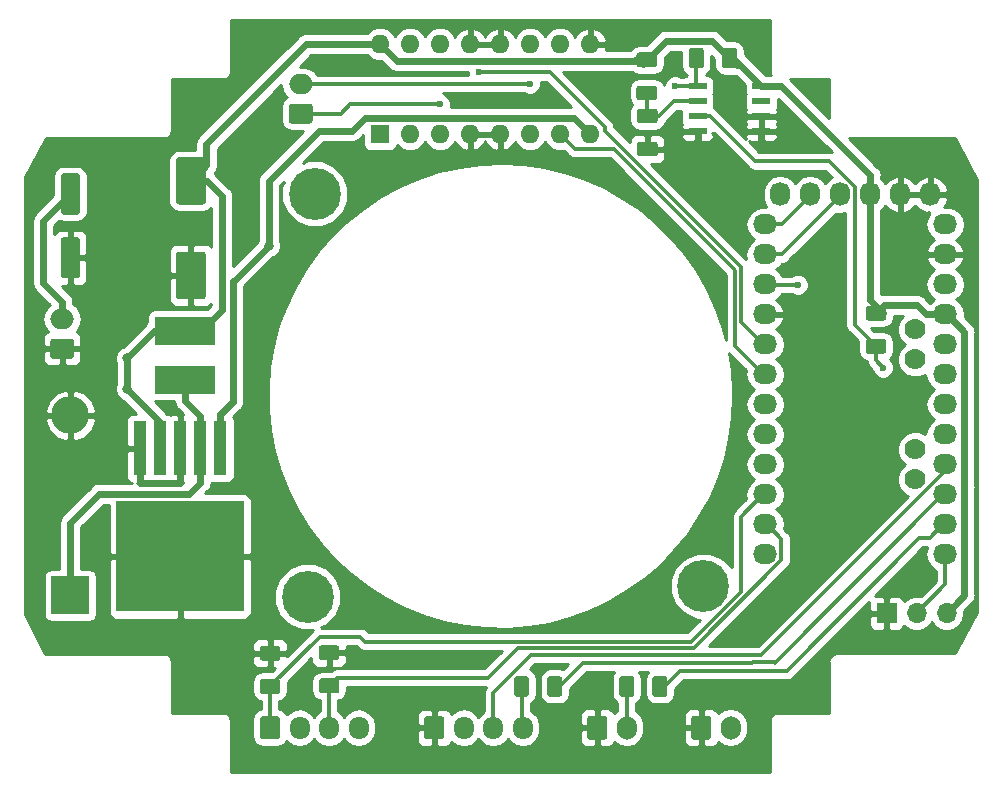
<source format=gtl>
G04 #@! TF.GenerationSoftware,KiCad,Pcbnew,5.0.2-bee76a0~70~ubuntu18.04.1*
G04 #@! TF.CreationDate,2019-05-07T17:56:58+05:30*
G04 #@! TF.ProjectId,motbox_with_promini,6d6f7462-6f78-45f7-9769-74685f70726f,rev?*
G04 #@! TF.SameCoordinates,Original*
G04 #@! TF.FileFunction,Copper,L1,Top*
G04 #@! TF.FilePolarity,Positive*
%FSLAX46Y46*%
G04 Gerber Fmt 4.6, Leading zero omitted, Abs format (unit mm)*
G04 Created by KiCad (PCBNEW 5.0.2-bee76a0~70~ubuntu18.04.1) date Tue May  7 17:56:58 2019*
%MOMM*%
%LPD*%
G01*
G04 APERTURE LIST*
G04 #@! TA.AperFunction,ComponentPad*
%ADD10R,1.600000X1.600000*%
G04 #@! TD*
G04 #@! TA.AperFunction,ComponentPad*
%ADD11O,1.600000X1.600000*%
G04 #@! TD*
G04 #@! TA.AperFunction,ComponentPad*
%ADD12O,2.032000X1.727200*%
G04 #@! TD*
G04 #@! TA.AperFunction,ComponentPad*
%ADD13O,1.727200X2.032000*%
G04 #@! TD*
G04 #@! TA.AperFunction,ComponentPad*
%ADD14C,1.778000*%
G04 #@! TD*
G04 #@! TA.AperFunction,SMDPad,CuDef*
%ADD15R,1.550000X0.600000*%
G04 #@! TD*
G04 #@! TA.AperFunction,ComponentPad*
%ADD16O,1.700000X2.000000*%
G04 #@! TD*
G04 #@! TA.AperFunction,Conductor*
%ADD17C,0.100000*%
G04 #@! TD*
G04 #@! TA.AperFunction,ComponentPad*
%ADD18C,1.700000*%
G04 #@! TD*
G04 #@! TA.AperFunction,SMDPad,CuDef*
%ADD19R,1.100000X4.600000*%
G04 #@! TD*
G04 #@! TA.AperFunction,SMDPad,CuDef*
%ADD20R,10.800000X9.400000*%
G04 #@! TD*
G04 #@! TA.AperFunction,SMDPad,CuDef*
%ADD21C,2.500000*%
G04 #@! TD*
G04 #@! TA.AperFunction,SMDPad,CuDef*
%ADD22C,1.600000*%
G04 #@! TD*
G04 #@! TA.AperFunction,ComponentPad*
%ADD23R,3.200000X3.200000*%
G04 #@! TD*
G04 #@! TA.AperFunction,ComponentPad*
%ADD24O,3.200000X3.200000*%
G04 #@! TD*
G04 #@! TA.AperFunction,ComponentPad*
%ADD25O,2.000000X1.700000*%
G04 #@! TD*
G04 #@! TA.AperFunction,ComponentPad*
%ADD26R,1.700000X1.700000*%
G04 #@! TD*
G04 #@! TA.AperFunction,ComponentPad*
%ADD27O,1.700000X1.700000*%
G04 #@! TD*
G04 #@! TA.AperFunction,ComponentPad*
%ADD28O,1.700000X1.950000*%
G04 #@! TD*
G04 #@! TA.AperFunction,SMDPad,CuDef*
%ADD29R,5.100000X2.350000*%
G04 #@! TD*
G04 #@! TA.AperFunction,SMDPad,CuDef*
%ADD30C,1.250000*%
G04 #@! TD*
G04 #@! TA.AperFunction,ComponentPad*
%ADD31C,4.400000*%
G04 #@! TD*
G04 #@! TA.AperFunction,ViaPad*
%ADD32C,0.600000*%
G04 #@! TD*
G04 #@! TA.AperFunction,ViaPad*
%ADD33C,0.800000*%
G04 #@! TD*
G04 #@! TA.AperFunction,Conductor*
%ADD34C,0.300000*%
G04 #@! TD*
G04 #@! TA.AperFunction,Conductor*
%ADD35C,0.600000*%
G04 #@! TD*
G04 #@! TA.AperFunction,Conductor*
%ADD36C,0.500000*%
G04 #@! TD*
G04 #@! TA.AperFunction,Conductor*
%ADD37C,0.254000*%
G04 #@! TD*
G04 APERTURE END LIST*
D10*
G04 #@! TO.P,U3,1*
G04 #@! TO.N,/2*
X128720000Y-43250000D03*
D11*
G04 #@! TO.P,U3,9*
G04 #@! TO.N,GND*
X146500000Y-35630000D03*
G04 #@! TO.P,U3,2*
G04 #@! TO.N,/6*
X131260000Y-43250000D03*
G04 #@! TO.P,U3,10*
G04 #@! TO.N,N/C*
X143960000Y-35630000D03*
G04 #@! TO.P,U3,3*
G04 #@! TO.N,Net-(J7-Pad1)*
X133800000Y-43250000D03*
G04 #@! TO.P,U3,11*
G04 #@! TO.N,N/C*
X141420000Y-35630000D03*
G04 #@! TO.P,U3,4*
G04 #@! TO.N,GND*
X136340000Y-43250000D03*
G04 #@! TO.P,U3,12*
X138880000Y-35630000D03*
G04 #@! TO.P,U3,5*
X138880000Y-43250000D03*
G04 #@! TO.P,U3,13*
X136340000Y-35630000D03*
G04 #@! TO.P,U3,6*
G04 #@! TO.N,Net-(J7-Pad2)*
X141420000Y-43250000D03*
G04 #@! TO.P,U3,14*
G04 #@! TO.N,N/C*
X133800000Y-35630000D03*
G04 #@! TO.P,U3,7*
G04 #@! TO.N,/3*
X143960000Y-43250000D03*
G04 #@! TO.P,U3,15*
G04 #@! TO.N,N/C*
X131260000Y-35630000D03*
G04 #@! TO.P,U3,8*
G04 #@! TO.N,+12V*
X146500000Y-43250000D03*
G04 #@! TO.P,U3,16*
G04 #@! TO.N,+5V*
X128720000Y-35630000D03*
G04 #@! TD*
D12*
G04 #@! TO.P,P1,1*
G04 #@! TO.N,/1(Tx)*
X161330000Y-50890000D03*
G04 #@! TO.P,P1,2*
G04 #@! TO.N,/0(Rx)*
X161330000Y-53430000D03*
G04 #@! TO.P,P1,3*
G04 #@! TO.N,/Reset*
X161330000Y-55970000D03*
G04 #@! TO.P,P1,4*
G04 #@! TO.N,GND*
X161330000Y-58510000D03*
G04 #@! TO.P,P1,5*
G04 #@! TO.N,/2*
X161330000Y-61050000D03*
G04 #@! TO.P,P1,6*
G04 #@! TO.N,/3*
X161330000Y-63590000D03*
G04 #@! TO.P,P1,7*
G04 #@! TO.N,/4*
X161330000Y-66130000D03*
G04 #@! TO.P,P1,8*
G04 #@! TO.N,/5*
X161330000Y-68670000D03*
G04 #@! TO.P,P1,9*
G04 #@! TO.N,/6*
X161330000Y-71210000D03*
G04 #@! TO.P,P1,10*
G04 #@! TO.N,/7*
X161330000Y-73750000D03*
G04 #@! TO.P,P1,11*
G04 #@! TO.N,/8*
X161330000Y-76290000D03*
G04 #@! TO.P,P1,12*
G04 #@! TO.N,/5*
X161330000Y-78830000D03*
G04 #@! TD*
D13*
G04 #@! TO.P,P3,1*
G04 #@! TO.N,N/C*
X162600000Y-48350000D03*
G04 #@! TO.P,P3,2*
G04 #@! TO.N,/1(Tx)*
X165140000Y-48350000D03*
G04 #@! TO.P,P3,3*
G04 #@! TO.N,/0(Rx)*
X167680000Y-48350000D03*
G04 #@! TO.P,P3,4*
G04 #@! TO.N,+5V*
X170220000Y-48350000D03*
G04 #@! TO.P,P3,5*
G04 #@! TO.N,GND*
X172760000Y-48350000D03*
G04 #@! TO.P,P3,6*
X175300000Y-48350000D03*
G04 #@! TD*
D14*
G04 #@! TO.P,P2,1*
G04 #@! TO.N,N/C*
X174030000Y-59780000D03*
G04 #@! TO.P,P2,2*
X174030000Y-62320000D03*
G04 #@! TD*
D12*
G04 #@! TO.P,P5,1*
G04 #@! TO.N,N/C*
X176570000Y-50890000D03*
G04 #@! TO.P,P5,2*
G04 #@! TO.N,GND*
X176570000Y-53430000D03*
G04 #@! TO.P,P5,3*
G04 #@! TO.N,/Reset*
X176570000Y-55970000D03*
G04 #@! TO.P,P5,4*
G04 #@! TO.N,+5V*
X176570000Y-58510000D03*
G04 #@! TO.P,P5,5*
G04 #@! TO.N,N/C*
X176570000Y-61050000D03*
G04 #@! TO.P,P5,6*
X176570000Y-63590000D03*
G04 #@! TO.P,P5,7*
X176570000Y-66130000D03*
G04 #@! TO.P,P5,8*
X176570000Y-68670000D03*
G04 #@! TO.P,P5,9*
G04 #@! TO.N,/13*
X176570000Y-71210000D03*
G04 #@! TO.P,P5,10*
G04 #@! TO.N,/12*
X176570000Y-73750000D03*
G04 #@! TO.P,P5,11*
G04 #@! TO.N,/11*
X176570000Y-76290000D03*
G04 #@! TO.P,P5,12*
G04 #@! TO.N,/10*
X176570000Y-78830000D03*
G04 #@! TD*
D14*
G04 #@! TO.P,P4,1*
G04 #@! TO.N,N/C*
X174030000Y-69940000D03*
G04 #@! TO.P,P4,2*
X174030000Y-72480000D03*
G04 #@! TD*
D15*
G04 #@! TO.P,U2,1*
G04 #@! TO.N,/4*
X155600000Y-39190000D03*
G04 #@! TO.P,U2,2*
G04 #@! TO.N,Net-(R3-Pad2)*
X155600000Y-40460000D03*
G04 #@! TO.P,U2,3*
G04 #@! TO.N,Net-(J5-Pad2)*
X155600000Y-41730000D03*
G04 #@! TO.P,U2,4*
G04 #@! TO.N,GND*
X155600000Y-43000000D03*
G04 #@! TO.P,U2,5*
X161000000Y-43000000D03*
G04 #@! TO.P,U2,6*
X161000000Y-41730000D03*
G04 #@! TO.P,U2,7*
G04 #@! TO.N,N/C*
X161000000Y-40460000D03*
G04 #@! TO.P,U2,8*
G04 #@! TO.N,+5V*
X161000000Y-39190000D03*
G04 #@! TD*
D16*
G04 #@! TO.P,J5,2*
G04 #@! TO.N,Net-(J5-Pad2)*
X158400000Y-93500000D03*
D17*
G04 #@! TD*
G04 #@! TO.N,GND*
G04 #@! TO.C,J5*
G36*
X156524504Y-92501204D02*
X156548773Y-92504804D01*
X156572571Y-92510765D01*
X156595671Y-92519030D01*
X156617849Y-92529520D01*
X156638893Y-92542133D01*
X156658598Y-92556747D01*
X156676777Y-92573223D01*
X156693253Y-92591402D01*
X156707867Y-92611107D01*
X156720480Y-92632151D01*
X156730970Y-92654329D01*
X156739235Y-92677429D01*
X156745196Y-92701227D01*
X156748796Y-92725496D01*
X156750000Y-92750000D01*
X156750000Y-94250000D01*
X156748796Y-94274504D01*
X156745196Y-94298773D01*
X156739235Y-94322571D01*
X156730970Y-94345671D01*
X156720480Y-94367849D01*
X156707867Y-94388893D01*
X156693253Y-94408598D01*
X156676777Y-94426777D01*
X156658598Y-94443253D01*
X156638893Y-94457867D01*
X156617849Y-94470480D01*
X156595671Y-94480970D01*
X156572571Y-94489235D01*
X156548773Y-94495196D01*
X156524504Y-94498796D01*
X156500000Y-94500000D01*
X155300000Y-94500000D01*
X155275496Y-94498796D01*
X155251227Y-94495196D01*
X155227429Y-94489235D01*
X155204329Y-94480970D01*
X155182151Y-94470480D01*
X155161107Y-94457867D01*
X155141402Y-94443253D01*
X155123223Y-94426777D01*
X155106747Y-94408598D01*
X155092133Y-94388893D01*
X155079520Y-94367849D01*
X155069030Y-94345671D01*
X155060765Y-94322571D01*
X155054804Y-94298773D01*
X155051204Y-94274504D01*
X155050000Y-94250000D01*
X155050000Y-92750000D01*
X155051204Y-92725496D01*
X155054804Y-92701227D01*
X155060765Y-92677429D01*
X155069030Y-92654329D01*
X155079520Y-92632151D01*
X155092133Y-92611107D01*
X155106747Y-92591402D01*
X155123223Y-92573223D01*
X155141402Y-92556747D01*
X155161107Y-92542133D01*
X155182151Y-92529520D01*
X155204329Y-92519030D01*
X155227429Y-92510765D01*
X155251227Y-92504804D01*
X155275496Y-92501204D01*
X155300000Y-92500000D01*
X156500000Y-92500000D01*
X156524504Y-92501204D01*
X156524504Y-92501204D01*
G37*
D18*
G04 #@! TO.P,J5,1*
G04 #@! TO.N,GND*
X155900000Y-93500000D03*
G04 #@! TD*
D19*
G04 #@! TO.P,U1,1*
G04 #@! TO.N,+12V*
X115200000Y-69850000D03*
G04 #@! TO.P,U1,2*
G04 #@! TO.N,Net-(D1-Pad1)*
X113500000Y-69850000D03*
G04 #@! TO.P,U1,3*
G04 #@! TO.N,GND*
X111800000Y-69850000D03*
G04 #@! TO.P,U1,4*
G04 #@! TO.N,+5V*
X110100000Y-69850000D03*
G04 #@! TO.P,U1,5*
G04 #@! TO.N,GND*
X108400000Y-69850000D03*
D20*
G04 #@! TO.P,U1,3*
X111800000Y-79000000D03*
G04 #@! TD*
D17*
G04 #@! TO.N,+5V*
G04 #@! TO.C,C2*
G36*
X113724504Y-45201204D02*
X113748773Y-45204804D01*
X113772571Y-45210765D01*
X113795671Y-45219030D01*
X113817849Y-45229520D01*
X113838893Y-45242133D01*
X113858598Y-45256747D01*
X113876777Y-45273223D01*
X113893253Y-45291402D01*
X113907867Y-45311107D01*
X113920480Y-45332151D01*
X113930970Y-45354329D01*
X113939235Y-45377429D01*
X113945196Y-45401227D01*
X113948796Y-45425496D01*
X113950000Y-45450000D01*
X113950000Y-48950000D01*
X113948796Y-48974504D01*
X113945196Y-48998773D01*
X113939235Y-49022571D01*
X113930970Y-49045671D01*
X113920480Y-49067849D01*
X113907867Y-49088893D01*
X113893253Y-49108598D01*
X113876777Y-49126777D01*
X113858598Y-49143253D01*
X113838893Y-49157867D01*
X113817849Y-49170480D01*
X113795671Y-49180970D01*
X113772571Y-49189235D01*
X113748773Y-49195196D01*
X113724504Y-49198796D01*
X113700000Y-49200000D01*
X111700000Y-49200000D01*
X111675496Y-49198796D01*
X111651227Y-49195196D01*
X111627429Y-49189235D01*
X111604329Y-49180970D01*
X111582151Y-49170480D01*
X111561107Y-49157867D01*
X111541402Y-49143253D01*
X111523223Y-49126777D01*
X111506747Y-49108598D01*
X111492133Y-49088893D01*
X111479520Y-49067849D01*
X111469030Y-49045671D01*
X111460765Y-49022571D01*
X111454804Y-48998773D01*
X111451204Y-48974504D01*
X111450000Y-48950000D01*
X111450000Y-45450000D01*
X111451204Y-45425496D01*
X111454804Y-45401227D01*
X111460765Y-45377429D01*
X111469030Y-45354329D01*
X111479520Y-45332151D01*
X111492133Y-45311107D01*
X111506747Y-45291402D01*
X111523223Y-45273223D01*
X111541402Y-45256747D01*
X111561107Y-45242133D01*
X111582151Y-45229520D01*
X111604329Y-45219030D01*
X111627429Y-45210765D01*
X111651227Y-45204804D01*
X111675496Y-45201204D01*
X111700000Y-45200000D01*
X113700000Y-45200000D01*
X113724504Y-45201204D01*
X113724504Y-45201204D01*
G37*
D21*
G04 #@! TD*
G04 #@! TO.P,C2,1*
G04 #@! TO.N,+5V*
X112700000Y-47200000D03*
D17*
G04 #@! TO.N,GND*
G04 #@! TO.C,C2*
G36*
X113724504Y-53201204D02*
X113748773Y-53204804D01*
X113772571Y-53210765D01*
X113795671Y-53219030D01*
X113817849Y-53229520D01*
X113838893Y-53242133D01*
X113858598Y-53256747D01*
X113876777Y-53273223D01*
X113893253Y-53291402D01*
X113907867Y-53311107D01*
X113920480Y-53332151D01*
X113930970Y-53354329D01*
X113939235Y-53377429D01*
X113945196Y-53401227D01*
X113948796Y-53425496D01*
X113950000Y-53450000D01*
X113950000Y-56950000D01*
X113948796Y-56974504D01*
X113945196Y-56998773D01*
X113939235Y-57022571D01*
X113930970Y-57045671D01*
X113920480Y-57067849D01*
X113907867Y-57088893D01*
X113893253Y-57108598D01*
X113876777Y-57126777D01*
X113858598Y-57143253D01*
X113838893Y-57157867D01*
X113817849Y-57170480D01*
X113795671Y-57180970D01*
X113772571Y-57189235D01*
X113748773Y-57195196D01*
X113724504Y-57198796D01*
X113700000Y-57200000D01*
X111700000Y-57200000D01*
X111675496Y-57198796D01*
X111651227Y-57195196D01*
X111627429Y-57189235D01*
X111604329Y-57180970D01*
X111582151Y-57170480D01*
X111561107Y-57157867D01*
X111541402Y-57143253D01*
X111523223Y-57126777D01*
X111506747Y-57108598D01*
X111492133Y-57088893D01*
X111479520Y-57067849D01*
X111469030Y-57045671D01*
X111460765Y-57022571D01*
X111454804Y-56998773D01*
X111451204Y-56974504D01*
X111450000Y-56950000D01*
X111450000Y-53450000D01*
X111451204Y-53425496D01*
X111454804Y-53401227D01*
X111460765Y-53377429D01*
X111469030Y-53354329D01*
X111479520Y-53332151D01*
X111492133Y-53311107D01*
X111506747Y-53291402D01*
X111523223Y-53273223D01*
X111541402Y-53256747D01*
X111561107Y-53242133D01*
X111582151Y-53229520D01*
X111604329Y-53219030D01*
X111627429Y-53210765D01*
X111651227Y-53204804D01*
X111675496Y-53201204D01*
X111700000Y-53200000D01*
X113700000Y-53200000D01*
X113724504Y-53201204D01*
X113724504Y-53201204D01*
G37*
D21*
G04 #@! TD*
G04 #@! TO.P,C2,2*
G04 #@! TO.N,GND*
X112700000Y-55200000D03*
D17*
G04 #@! TO.N,+12V*
G04 #@! TO.C,C1*
G36*
X103074504Y-46551204D02*
X103098773Y-46554804D01*
X103122571Y-46560765D01*
X103145671Y-46569030D01*
X103167849Y-46579520D01*
X103188893Y-46592133D01*
X103208598Y-46606747D01*
X103226777Y-46623223D01*
X103243253Y-46641402D01*
X103257867Y-46661107D01*
X103270480Y-46682151D01*
X103280970Y-46704329D01*
X103289235Y-46727429D01*
X103295196Y-46751227D01*
X103298796Y-46775496D01*
X103300000Y-46800000D01*
X103300000Y-49800000D01*
X103298796Y-49824504D01*
X103295196Y-49848773D01*
X103289235Y-49872571D01*
X103280970Y-49895671D01*
X103270480Y-49917849D01*
X103257867Y-49938893D01*
X103243253Y-49958598D01*
X103226777Y-49976777D01*
X103208598Y-49993253D01*
X103188893Y-50007867D01*
X103167849Y-50020480D01*
X103145671Y-50030970D01*
X103122571Y-50039235D01*
X103098773Y-50045196D01*
X103074504Y-50048796D01*
X103050000Y-50050000D01*
X101950000Y-50050000D01*
X101925496Y-50048796D01*
X101901227Y-50045196D01*
X101877429Y-50039235D01*
X101854329Y-50030970D01*
X101832151Y-50020480D01*
X101811107Y-50007867D01*
X101791402Y-49993253D01*
X101773223Y-49976777D01*
X101756747Y-49958598D01*
X101742133Y-49938893D01*
X101729520Y-49917849D01*
X101719030Y-49895671D01*
X101710765Y-49872571D01*
X101704804Y-49848773D01*
X101701204Y-49824504D01*
X101700000Y-49800000D01*
X101700000Y-46800000D01*
X101701204Y-46775496D01*
X101704804Y-46751227D01*
X101710765Y-46727429D01*
X101719030Y-46704329D01*
X101729520Y-46682151D01*
X101742133Y-46661107D01*
X101756747Y-46641402D01*
X101773223Y-46623223D01*
X101791402Y-46606747D01*
X101811107Y-46592133D01*
X101832151Y-46579520D01*
X101854329Y-46569030D01*
X101877429Y-46560765D01*
X101901227Y-46554804D01*
X101925496Y-46551204D01*
X101950000Y-46550000D01*
X103050000Y-46550000D01*
X103074504Y-46551204D01*
X103074504Y-46551204D01*
G37*
D22*
G04 #@! TD*
G04 #@! TO.P,C1,1*
G04 #@! TO.N,+12V*
X102500000Y-48300000D03*
D17*
G04 #@! TO.N,GND*
G04 #@! TO.C,C1*
G36*
X103074504Y-51951204D02*
X103098773Y-51954804D01*
X103122571Y-51960765D01*
X103145671Y-51969030D01*
X103167849Y-51979520D01*
X103188893Y-51992133D01*
X103208598Y-52006747D01*
X103226777Y-52023223D01*
X103243253Y-52041402D01*
X103257867Y-52061107D01*
X103270480Y-52082151D01*
X103280970Y-52104329D01*
X103289235Y-52127429D01*
X103295196Y-52151227D01*
X103298796Y-52175496D01*
X103300000Y-52200000D01*
X103300000Y-55200000D01*
X103298796Y-55224504D01*
X103295196Y-55248773D01*
X103289235Y-55272571D01*
X103280970Y-55295671D01*
X103270480Y-55317849D01*
X103257867Y-55338893D01*
X103243253Y-55358598D01*
X103226777Y-55376777D01*
X103208598Y-55393253D01*
X103188893Y-55407867D01*
X103167849Y-55420480D01*
X103145671Y-55430970D01*
X103122571Y-55439235D01*
X103098773Y-55445196D01*
X103074504Y-55448796D01*
X103050000Y-55450000D01*
X101950000Y-55450000D01*
X101925496Y-55448796D01*
X101901227Y-55445196D01*
X101877429Y-55439235D01*
X101854329Y-55430970D01*
X101832151Y-55420480D01*
X101811107Y-55407867D01*
X101791402Y-55393253D01*
X101773223Y-55376777D01*
X101756747Y-55358598D01*
X101742133Y-55338893D01*
X101729520Y-55317849D01*
X101719030Y-55295671D01*
X101710765Y-55272571D01*
X101704804Y-55248773D01*
X101701204Y-55224504D01*
X101700000Y-55200000D01*
X101700000Y-52200000D01*
X101701204Y-52175496D01*
X101704804Y-52151227D01*
X101710765Y-52127429D01*
X101719030Y-52104329D01*
X101729520Y-52082151D01*
X101742133Y-52061107D01*
X101756747Y-52041402D01*
X101773223Y-52023223D01*
X101791402Y-52006747D01*
X101811107Y-51992133D01*
X101832151Y-51979520D01*
X101854329Y-51969030D01*
X101877429Y-51960765D01*
X101901227Y-51954804D01*
X101925496Y-51951204D01*
X101950000Y-51950000D01*
X103050000Y-51950000D01*
X103074504Y-51951204D01*
X103074504Y-51951204D01*
G37*
D22*
G04 #@! TD*
G04 #@! TO.P,C1,2*
G04 #@! TO.N,GND*
X102500000Y-53700000D03*
D23*
G04 #@! TO.P,D1,1*
G04 #@! TO.N,Net-(D1-Pad1)*
X102500000Y-82300000D03*
D24*
G04 #@! TO.P,D1,2*
G04 #@! TO.N,GND*
X102500000Y-67060000D03*
G04 #@! TD*
D17*
G04 #@! TO.N,GND*
G04 #@! TO.C,J1*
G36*
X102574504Y-60551204D02*
X102598773Y-60554804D01*
X102622571Y-60560765D01*
X102645671Y-60569030D01*
X102667849Y-60579520D01*
X102688893Y-60592133D01*
X102708598Y-60606747D01*
X102726777Y-60623223D01*
X102743253Y-60641402D01*
X102757867Y-60661107D01*
X102770480Y-60682151D01*
X102780970Y-60704329D01*
X102789235Y-60727429D01*
X102795196Y-60751227D01*
X102798796Y-60775496D01*
X102800000Y-60800000D01*
X102800000Y-62000000D01*
X102798796Y-62024504D01*
X102795196Y-62048773D01*
X102789235Y-62072571D01*
X102780970Y-62095671D01*
X102770480Y-62117849D01*
X102757867Y-62138893D01*
X102743253Y-62158598D01*
X102726777Y-62176777D01*
X102708598Y-62193253D01*
X102688893Y-62207867D01*
X102667849Y-62220480D01*
X102645671Y-62230970D01*
X102622571Y-62239235D01*
X102598773Y-62245196D01*
X102574504Y-62248796D01*
X102550000Y-62250000D01*
X101050000Y-62250000D01*
X101025496Y-62248796D01*
X101001227Y-62245196D01*
X100977429Y-62239235D01*
X100954329Y-62230970D01*
X100932151Y-62220480D01*
X100911107Y-62207867D01*
X100891402Y-62193253D01*
X100873223Y-62176777D01*
X100856747Y-62158598D01*
X100842133Y-62138893D01*
X100829520Y-62117849D01*
X100819030Y-62095671D01*
X100810765Y-62072571D01*
X100804804Y-62048773D01*
X100801204Y-62024504D01*
X100800000Y-62000000D01*
X100800000Y-60800000D01*
X100801204Y-60775496D01*
X100804804Y-60751227D01*
X100810765Y-60727429D01*
X100819030Y-60704329D01*
X100829520Y-60682151D01*
X100842133Y-60661107D01*
X100856747Y-60641402D01*
X100873223Y-60623223D01*
X100891402Y-60606747D01*
X100911107Y-60592133D01*
X100932151Y-60579520D01*
X100954329Y-60569030D01*
X100977429Y-60560765D01*
X101001227Y-60554804D01*
X101025496Y-60551204D01*
X101050000Y-60550000D01*
X102550000Y-60550000D01*
X102574504Y-60551204D01*
X102574504Y-60551204D01*
G37*
D18*
G04 #@! TD*
G04 #@! TO.P,J1,1*
G04 #@! TO.N,GND*
X101800000Y-61400000D03*
D25*
G04 #@! TO.P,J1,2*
G04 #@! TO.N,+12V*
X101800000Y-58900000D03*
G04 #@! TD*
D26*
G04 #@! TO.P,J2,1*
G04 #@! TO.N,GND*
X171600000Y-83800000D03*
D27*
G04 #@! TO.P,J2,2*
G04 #@! TO.N,/10*
X174140000Y-83800000D03*
G04 #@! TO.P,J2,3*
G04 #@! TO.N,+5V*
X176680000Y-83800000D03*
G04 #@! TD*
D17*
G04 #@! TO.N,GND*
G04 #@! TO.C,J3*
G36*
X147724504Y-92501204D02*
X147748773Y-92504804D01*
X147772571Y-92510765D01*
X147795671Y-92519030D01*
X147817849Y-92529520D01*
X147838893Y-92542133D01*
X147858598Y-92556747D01*
X147876777Y-92573223D01*
X147893253Y-92591402D01*
X147907867Y-92611107D01*
X147920480Y-92632151D01*
X147930970Y-92654329D01*
X147939235Y-92677429D01*
X147945196Y-92701227D01*
X147948796Y-92725496D01*
X147950000Y-92750000D01*
X147950000Y-94250000D01*
X147948796Y-94274504D01*
X147945196Y-94298773D01*
X147939235Y-94322571D01*
X147930970Y-94345671D01*
X147920480Y-94367849D01*
X147907867Y-94388893D01*
X147893253Y-94408598D01*
X147876777Y-94426777D01*
X147858598Y-94443253D01*
X147838893Y-94457867D01*
X147817849Y-94470480D01*
X147795671Y-94480970D01*
X147772571Y-94489235D01*
X147748773Y-94495196D01*
X147724504Y-94498796D01*
X147700000Y-94500000D01*
X146500000Y-94500000D01*
X146475496Y-94498796D01*
X146451227Y-94495196D01*
X146427429Y-94489235D01*
X146404329Y-94480970D01*
X146382151Y-94470480D01*
X146361107Y-94457867D01*
X146341402Y-94443253D01*
X146323223Y-94426777D01*
X146306747Y-94408598D01*
X146292133Y-94388893D01*
X146279520Y-94367849D01*
X146269030Y-94345671D01*
X146260765Y-94322571D01*
X146254804Y-94298773D01*
X146251204Y-94274504D01*
X146250000Y-94250000D01*
X146250000Y-92750000D01*
X146251204Y-92725496D01*
X146254804Y-92701227D01*
X146260765Y-92677429D01*
X146269030Y-92654329D01*
X146279520Y-92632151D01*
X146292133Y-92611107D01*
X146306747Y-92591402D01*
X146323223Y-92573223D01*
X146341402Y-92556747D01*
X146361107Y-92542133D01*
X146382151Y-92529520D01*
X146404329Y-92519030D01*
X146427429Y-92510765D01*
X146451227Y-92504804D01*
X146475496Y-92501204D01*
X146500000Y-92500000D01*
X147700000Y-92500000D01*
X147724504Y-92501204D01*
X147724504Y-92501204D01*
G37*
D18*
G04 #@! TD*
G04 #@! TO.P,J3,1*
G04 #@! TO.N,GND*
X147100000Y-93500000D03*
D16*
G04 #@! TO.P,J3,2*
G04 #@! TO.N,Net-(J3-Pad2)*
X149600000Y-93500000D03*
G04 #@! TD*
D28*
G04 #@! TO.P,J4,4*
G04 #@! TO.N,Net-(J4-Pad4)*
X140800000Y-93500000D03*
G04 #@! TO.P,J4,3*
G04 #@! TO.N,/13*
X138300000Y-93500000D03*
G04 #@! TO.P,J4,2*
G04 #@! TO.N,/5*
X135800000Y-93500000D03*
D17*
G04 #@! TD*
G04 #@! TO.N,GND*
G04 #@! TO.C,J4*
G36*
X133924504Y-92526204D02*
X133948773Y-92529804D01*
X133972571Y-92535765D01*
X133995671Y-92544030D01*
X134017849Y-92554520D01*
X134038893Y-92567133D01*
X134058598Y-92581747D01*
X134076777Y-92598223D01*
X134093253Y-92616402D01*
X134107867Y-92636107D01*
X134120480Y-92657151D01*
X134130970Y-92679329D01*
X134139235Y-92702429D01*
X134145196Y-92726227D01*
X134148796Y-92750496D01*
X134150000Y-92775000D01*
X134150000Y-94225000D01*
X134148796Y-94249504D01*
X134145196Y-94273773D01*
X134139235Y-94297571D01*
X134130970Y-94320671D01*
X134120480Y-94342849D01*
X134107867Y-94363893D01*
X134093253Y-94383598D01*
X134076777Y-94401777D01*
X134058598Y-94418253D01*
X134038893Y-94432867D01*
X134017849Y-94445480D01*
X133995671Y-94455970D01*
X133972571Y-94464235D01*
X133948773Y-94470196D01*
X133924504Y-94473796D01*
X133900000Y-94475000D01*
X132700000Y-94475000D01*
X132675496Y-94473796D01*
X132651227Y-94470196D01*
X132627429Y-94464235D01*
X132604329Y-94455970D01*
X132582151Y-94445480D01*
X132561107Y-94432867D01*
X132541402Y-94418253D01*
X132523223Y-94401777D01*
X132506747Y-94383598D01*
X132492133Y-94363893D01*
X132479520Y-94342849D01*
X132469030Y-94320671D01*
X132460765Y-94297571D01*
X132454804Y-94273773D01*
X132451204Y-94249504D01*
X132450000Y-94225000D01*
X132450000Y-92775000D01*
X132451204Y-92750496D01*
X132454804Y-92726227D01*
X132460765Y-92702429D01*
X132469030Y-92679329D01*
X132479520Y-92657151D01*
X132492133Y-92636107D01*
X132506747Y-92616402D01*
X132523223Y-92598223D01*
X132541402Y-92581747D01*
X132561107Y-92567133D01*
X132582151Y-92554520D01*
X132604329Y-92544030D01*
X132627429Y-92535765D01*
X132651227Y-92529804D01*
X132675496Y-92526204D01*
X132700000Y-92525000D01*
X133900000Y-92525000D01*
X133924504Y-92526204D01*
X133924504Y-92526204D01*
G37*
D18*
G04 #@! TO.P,J4,1*
G04 #@! TO.N,GND*
X133300000Y-93500000D03*
G04 #@! TD*
D28*
G04 #@! TO.P,J6,4*
G04 #@! TO.N,+5V*
X126900000Y-93500000D03*
G04 #@! TO.P,J6,3*
G04 #@! TO.N,/8*
X124400000Y-93500000D03*
G04 #@! TO.P,J6,2*
G04 #@! TO.N,+5V*
X121900000Y-93500000D03*
D17*
G04 #@! TD*
G04 #@! TO.N,/7*
G04 #@! TO.C,J6*
G36*
X120024504Y-92526204D02*
X120048773Y-92529804D01*
X120072571Y-92535765D01*
X120095671Y-92544030D01*
X120117849Y-92554520D01*
X120138893Y-92567133D01*
X120158598Y-92581747D01*
X120176777Y-92598223D01*
X120193253Y-92616402D01*
X120207867Y-92636107D01*
X120220480Y-92657151D01*
X120230970Y-92679329D01*
X120239235Y-92702429D01*
X120245196Y-92726227D01*
X120248796Y-92750496D01*
X120250000Y-92775000D01*
X120250000Y-94225000D01*
X120248796Y-94249504D01*
X120245196Y-94273773D01*
X120239235Y-94297571D01*
X120230970Y-94320671D01*
X120220480Y-94342849D01*
X120207867Y-94363893D01*
X120193253Y-94383598D01*
X120176777Y-94401777D01*
X120158598Y-94418253D01*
X120138893Y-94432867D01*
X120117849Y-94445480D01*
X120095671Y-94455970D01*
X120072571Y-94464235D01*
X120048773Y-94470196D01*
X120024504Y-94473796D01*
X120000000Y-94475000D01*
X118800000Y-94475000D01*
X118775496Y-94473796D01*
X118751227Y-94470196D01*
X118727429Y-94464235D01*
X118704329Y-94455970D01*
X118682151Y-94445480D01*
X118661107Y-94432867D01*
X118641402Y-94418253D01*
X118623223Y-94401777D01*
X118606747Y-94383598D01*
X118592133Y-94363893D01*
X118579520Y-94342849D01*
X118569030Y-94320671D01*
X118560765Y-94297571D01*
X118554804Y-94273773D01*
X118551204Y-94249504D01*
X118550000Y-94225000D01*
X118550000Y-92775000D01*
X118551204Y-92750496D01*
X118554804Y-92726227D01*
X118560765Y-92702429D01*
X118569030Y-92679329D01*
X118579520Y-92657151D01*
X118592133Y-92636107D01*
X118606747Y-92616402D01*
X118623223Y-92598223D01*
X118641402Y-92581747D01*
X118661107Y-92567133D01*
X118682151Y-92554520D01*
X118704329Y-92544030D01*
X118727429Y-92535765D01*
X118751227Y-92529804D01*
X118775496Y-92526204D01*
X118800000Y-92525000D01*
X120000000Y-92525000D01*
X120024504Y-92526204D01*
X120024504Y-92526204D01*
G37*
D18*
G04 #@! TO.P,J6,1*
G04 #@! TO.N,/7*
X119400000Y-93500000D03*
G04 #@! TD*
D25*
G04 #@! TO.P,J7,2*
G04 #@! TO.N,Net-(J7-Pad2)*
X122000000Y-39000000D03*
D17*
G04 #@! TD*
G04 #@! TO.N,Net-(J7-Pad1)*
G04 #@! TO.C,J7*
G36*
X122774504Y-40651204D02*
X122798773Y-40654804D01*
X122822571Y-40660765D01*
X122845671Y-40669030D01*
X122867849Y-40679520D01*
X122888893Y-40692133D01*
X122908598Y-40706747D01*
X122926777Y-40723223D01*
X122943253Y-40741402D01*
X122957867Y-40761107D01*
X122970480Y-40782151D01*
X122980970Y-40804329D01*
X122989235Y-40827429D01*
X122995196Y-40851227D01*
X122998796Y-40875496D01*
X123000000Y-40900000D01*
X123000000Y-42100000D01*
X122998796Y-42124504D01*
X122995196Y-42148773D01*
X122989235Y-42172571D01*
X122980970Y-42195671D01*
X122970480Y-42217849D01*
X122957867Y-42238893D01*
X122943253Y-42258598D01*
X122926777Y-42276777D01*
X122908598Y-42293253D01*
X122888893Y-42307867D01*
X122867849Y-42320480D01*
X122845671Y-42330970D01*
X122822571Y-42339235D01*
X122798773Y-42345196D01*
X122774504Y-42348796D01*
X122750000Y-42350000D01*
X121250000Y-42350000D01*
X121225496Y-42348796D01*
X121201227Y-42345196D01*
X121177429Y-42339235D01*
X121154329Y-42330970D01*
X121132151Y-42320480D01*
X121111107Y-42307867D01*
X121091402Y-42293253D01*
X121073223Y-42276777D01*
X121056747Y-42258598D01*
X121042133Y-42238893D01*
X121029520Y-42217849D01*
X121019030Y-42195671D01*
X121010765Y-42172571D01*
X121004804Y-42148773D01*
X121001204Y-42124504D01*
X121000000Y-42100000D01*
X121000000Y-40900000D01*
X121001204Y-40875496D01*
X121004804Y-40851227D01*
X121010765Y-40827429D01*
X121019030Y-40804329D01*
X121029520Y-40782151D01*
X121042133Y-40761107D01*
X121056747Y-40741402D01*
X121073223Y-40723223D01*
X121091402Y-40706747D01*
X121111107Y-40692133D01*
X121132151Y-40679520D01*
X121154329Y-40669030D01*
X121177429Y-40660765D01*
X121201227Y-40654804D01*
X121225496Y-40651204D01*
X121250000Y-40650000D01*
X122750000Y-40650000D01*
X122774504Y-40651204D01*
X122774504Y-40651204D01*
G37*
D18*
G04 #@! TO.P,J7,1*
G04 #@! TO.N,Net-(J7-Pad1)*
X122000000Y-41500000D03*
G04 #@! TD*
D29*
G04 #@! TO.P,L1,1*
G04 #@! TO.N,Net-(D1-Pad1)*
X112200000Y-64050000D03*
G04 #@! TO.P,L1,2*
G04 #@! TO.N,+5V*
X112200000Y-59900000D03*
G04 #@! TD*
D17*
G04 #@! TO.N,+5V*
G04 #@! TO.C,R1*
G36*
X171349504Y-57776204D02*
X171373773Y-57779804D01*
X171397571Y-57785765D01*
X171420671Y-57794030D01*
X171442849Y-57804520D01*
X171463893Y-57817133D01*
X171483598Y-57831747D01*
X171501777Y-57848223D01*
X171518253Y-57866402D01*
X171532867Y-57886107D01*
X171545480Y-57907151D01*
X171555970Y-57929329D01*
X171564235Y-57952429D01*
X171570196Y-57976227D01*
X171573796Y-58000496D01*
X171575000Y-58025000D01*
X171575000Y-58775000D01*
X171573796Y-58799504D01*
X171570196Y-58823773D01*
X171564235Y-58847571D01*
X171555970Y-58870671D01*
X171545480Y-58892849D01*
X171532867Y-58913893D01*
X171518253Y-58933598D01*
X171501777Y-58951777D01*
X171483598Y-58968253D01*
X171463893Y-58982867D01*
X171442849Y-58995480D01*
X171420671Y-59005970D01*
X171397571Y-59014235D01*
X171373773Y-59020196D01*
X171349504Y-59023796D01*
X171325000Y-59025000D01*
X170075000Y-59025000D01*
X170050496Y-59023796D01*
X170026227Y-59020196D01*
X170002429Y-59014235D01*
X169979329Y-59005970D01*
X169957151Y-58995480D01*
X169936107Y-58982867D01*
X169916402Y-58968253D01*
X169898223Y-58951777D01*
X169881747Y-58933598D01*
X169867133Y-58913893D01*
X169854520Y-58892849D01*
X169844030Y-58870671D01*
X169835765Y-58847571D01*
X169829804Y-58823773D01*
X169826204Y-58799504D01*
X169825000Y-58775000D01*
X169825000Y-58025000D01*
X169826204Y-58000496D01*
X169829804Y-57976227D01*
X169835765Y-57952429D01*
X169844030Y-57929329D01*
X169854520Y-57907151D01*
X169867133Y-57886107D01*
X169881747Y-57866402D01*
X169898223Y-57848223D01*
X169916402Y-57831747D01*
X169936107Y-57817133D01*
X169957151Y-57804520D01*
X169979329Y-57794030D01*
X170002429Y-57785765D01*
X170026227Y-57779804D01*
X170050496Y-57776204D01*
X170075000Y-57775000D01*
X171325000Y-57775000D01*
X171349504Y-57776204D01*
X171349504Y-57776204D01*
G37*
D30*
G04 #@! TD*
G04 #@! TO.P,R1,1*
G04 #@! TO.N,+5V*
X170700000Y-58400000D03*
D17*
G04 #@! TO.N,Net-(J5-Pad2)*
G04 #@! TO.C,R1*
G36*
X171349504Y-60576204D02*
X171373773Y-60579804D01*
X171397571Y-60585765D01*
X171420671Y-60594030D01*
X171442849Y-60604520D01*
X171463893Y-60617133D01*
X171483598Y-60631747D01*
X171501777Y-60648223D01*
X171518253Y-60666402D01*
X171532867Y-60686107D01*
X171545480Y-60707151D01*
X171555970Y-60729329D01*
X171564235Y-60752429D01*
X171570196Y-60776227D01*
X171573796Y-60800496D01*
X171575000Y-60825000D01*
X171575000Y-61575000D01*
X171573796Y-61599504D01*
X171570196Y-61623773D01*
X171564235Y-61647571D01*
X171555970Y-61670671D01*
X171545480Y-61692849D01*
X171532867Y-61713893D01*
X171518253Y-61733598D01*
X171501777Y-61751777D01*
X171483598Y-61768253D01*
X171463893Y-61782867D01*
X171442849Y-61795480D01*
X171420671Y-61805970D01*
X171397571Y-61814235D01*
X171373773Y-61820196D01*
X171349504Y-61823796D01*
X171325000Y-61825000D01*
X170075000Y-61825000D01*
X170050496Y-61823796D01*
X170026227Y-61820196D01*
X170002429Y-61814235D01*
X169979329Y-61805970D01*
X169957151Y-61795480D01*
X169936107Y-61782867D01*
X169916402Y-61768253D01*
X169898223Y-61751777D01*
X169881747Y-61733598D01*
X169867133Y-61713893D01*
X169854520Y-61692849D01*
X169844030Y-61670671D01*
X169835765Y-61647571D01*
X169829804Y-61623773D01*
X169826204Y-61599504D01*
X169825000Y-61575000D01*
X169825000Y-60825000D01*
X169826204Y-60800496D01*
X169829804Y-60776227D01*
X169835765Y-60752429D01*
X169844030Y-60729329D01*
X169854520Y-60707151D01*
X169867133Y-60686107D01*
X169881747Y-60666402D01*
X169898223Y-60648223D01*
X169916402Y-60631747D01*
X169936107Y-60617133D01*
X169957151Y-60604520D01*
X169979329Y-60594030D01*
X170002429Y-60585765D01*
X170026227Y-60579804D01*
X170050496Y-60576204D01*
X170075000Y-60575000D01*
X171325000Y-60575000D01*
X171349504Y-60576204D01*
X171349504Y-60576204D01*
G37*
D30*
G04 #@! TD*
G04 #@! TO.P,R1,2*
G04 #@! TO.N,Net-(J5-Pad2)*
X170700000Y-61200000D03*
D17*
G04 #@! TO.N,Net-(J3-Pad2)*
G04 #@! TO.C,R2*
G36*
X149999504Y-89126204D02*
X150023773Y-89129804D01*
X150047571Y-89135765D01*
X150070671Y-89144030D01*
X150092849Y-89154520D01*
X150113893Y-89167133D01*
X150133598Y-89181747D01*
X150151777Y-89198223D01*
X150168253Y-89216402D01*
X150182867Y-89236107D01*
X150195480Y-89257151D01*
X150205970Y-89279329D01*
X150214235Y-89302429D01*
X150220196Y-89326227D01*
X150223796Y-89350496D01*
X150225000Y-89375000D01*
X150225000Y-90625000D01*
X150223796Y-90649504D01*
X150220196Y-90673773D01*
X150214235Y-90697571D01*
X150205970Y-90720671D01*
X150195480Y-90742849D01*
X150182867Y-90763893D01*
X150168253Y-90783598D01*
X150151777Y-90801777D01*
X150133598Y-90818253D01*
X150113893Y-90832867D01*
X150092849Y-90845480D01*
X150070671Y-90855970D01*
X150047571Y-90864235D01*
X150023773Y-90870196D01*
X149999504Y-90873796D01*
X149975000Y-90875000D01*
X149225000Y-90875000D01*
X149200496Y-90873796D01*
X149176227Y-90870196D01*
X149152429Y-90864235D01*
X149129329Y-90855970D01*
X149107151Y-90845480D01*
X149086107Y-90832867D01*
X149066402Y-90818253D01*
X149048223Y-90801777D01*
X149031747Y-90783598D01*
X149017133Y-90763893D01*
X149004520Y-90742849D01*
X148994030Y-90720671D01*
X148985765Y-90697571D01*
X148979804Y-90673773D01*
X148976204Y-90649504D01*
X148975000Y-90625000D01*
X148975000Y-89375000D01*
X148976204Y-89350496D01*
X148979804Y-89326227D01*
X148985765Y-89302429D01*
X148994030Y-89279329D01*
X149004520Y-89257151D01*
X149017133Y-89236107D01*
X149031747Y-89216402D01*
X149048223Y-89198223D01*
X149066402Y-89181747D01*
X149086107Y-89167133D01*
X149107151Y-89154520D01*
X149129329Y-89144030D01*
X149152429Y-89135765D01*
X149176227Y-89129804D01*
X149200496Y-89126204D01*
X149225000Y-89125000D01*
X149975000Y-89125000D01*
X149999504Y-89126204D01*
X149999504Y-89126204D01*
G37*
D30*
G04 #@! TD*
G04 #@! TO.P,R2,2*
G04 #@! TO.N,Net-(J3-Pad2)*
X149600000Y-90000000D03*
D17*
G04 #@! TO.N,/11*
G04 #@! TO.C,R2*
G36*
X152799504Y-89126204D02*
X152823773Y-89129804D01*
X152847571Y-89135765D01*
X152870671Y-89144030D01*
X152892849Y-89154520D01*
X152913893Y-89167133D01*
X152933598Y-89181747D01*
X152951777Y-89198223D01*
X152968253Y-89216402D01*
X152982867Y-89236107D01*
X152995480Y-89257151D01*
X153005970Y-89279329D01*
X153014235Y-89302429D01*
X153020196Y-89326227D01*
X153023796Y-89350496D01*
X153025000Y-89375000D01*
X153025000Y-90625000D01*
X153023796Y-90649504D01*
X153020196Y-90673773D01*
X153014235Y-90697571D01*
X153005970Y-90720671D01*
X152995480Y-90742849D01*
X152982867Y-90763893D01*
X152968253Y-90783598D01*
X152951777Y-90801777D01*
X152933598Y-90818253D01*
X152913893Y-90832867D01*
X152892849Y-90845480D01*
X152870671Y-90855970D01*
X152847571Y-90864235D01*
X152823773Y-90870196D01*
X152799504Y-90873796D01*
X152775000Y-90875000D01*
X152025000Y-90875000D01*
X152000496Y-90873796D01*
X151976227Y-90870196D01*
X151952429Y-90864235D01*
X151929329Y-90855970D01*
X151907151Y-90845480D01*
X151886107Y-90832867D01*
X151866402Y-90818253D01*
X151848223Y-90801777D01*
X151831747Y-90783598D01*
X151817133Y-90763893D01*
X151804520Y-90742849D01*
X151794030Y-90720671D01*
X151785765Y-90697571D01*
X151779804Y-90673773D01*
X151776204Y-90649504D01*
X151775000Y-90625000D01*
X151775000Y-89375000D01*
X151776204Y-89350496D01*
X151779804Y-89326227D01*
X151785765Y-89302429D01*
X151794030Y-89279329D01*
X151804520Y-89257151D01*
X151817133Y-89236107D01*
X151831747Y-89216402D01*
X151848223Y-89198223D01*
X151866402Y-89181747D01*
X151886107Y-89167133D01*
X151907151Y-89154520D01*
X151929329Y-89144030D01*
X151952429Y-89135765D01*
X151976227Y-89129804D01*
X152000496Y-89126204D01*
X152025000Y-89125000D01*
X152775000Y-89125000D01*
X152799504Y-89126204D01*
X152799504Y-89126204D01*
G37*
D30*
G04 #@! TD*
G04 #@! TO.P,R2,1*
G04 #@! TO.N,/11*
X152400000Y-90000000D03*
D17*
G04 #@! TO.N,Net-(R3-Pad2)*
G04 #@! TO.C,R3*
G36*
X151949504Y-39126204D02*
X151973773Y-39129804D01*
X151997571Y-39135765D01*
X152020671Y-39144030D01*
X152042849Y-39154520D01*
X152063893Y-39167133D01*
X152083598Y-39181747D01*
X152101777Y-39198223D01*
X152118253Y-39216402D01*
X152132867Y-39236107D01*
X152145480Y-39257151D01*
X152155970Y-39279329D01*
X152164235Y-39302429D01*
X152170196Y-39326227D01*
X152173796Y-39350496D01*
X152175000Y-39375000D01*
X152175000Y-40125000D01*
X152173796Y-40149504D01*
X152170196Y-40173773D01*
X152164235Y-40197571D01*
X152155970Y-40220671D01*
X152145480Y-40242849D01*
X152132867Y-40263893D01*
X152118253Y-40283598D01*
X152101777Y-40301777D01*
X152083598Y-40318253D01*
X152063893Y-40332867D01*
X152042849Y-40345480D01*
X152020671Y-40355970D01*
X151997571Y-40364235D01*
X151973773Y-40370196D01*
X151949504Y-40373796D01*
X151925000Y-40375000D01*
X150675000Y-40375000D01*
X150650496Y-40373796D01*
X150626227Y-40370196D01*
X150602429Y-40364235D01*
X150579329Y-40355970D01*
X150557151Y-40345480D01*
X150536107Y-40332867D01*
X150516402Y-40318253D01*
X150498223Y-40301777D01*
X150481747Y-40283598D01*
X150467133Y-40263893D01*
X150454520Y-40242849D01*
X150444030Y-40220671D01*
X150435765Y-40197571D01*
X150429804Y-40173773D01*
X150426204Y-40149504D01*
X150425000Y-40125000D01*
X150425000Y-39375000D01*
X150426204Y-39350496D01*
X150429804Y-39326227D01*
X150435765Y-39302429D01*
X150444030Y-39279329D01*
X150454520Y-39257151D01*
X150467133Y-39236107D01*
X150481747Y-39216402D01*
X150498223Y-39198223D01*
X150516402Y-39181747D01*
X150536107Y-39167133D01*
X150557151Y-39154520D01*
X150579329Y-39144030D01*
X150602429Y-39135765D01*
X150626227Y-39129804D01*
X150650496Y-39126204D01*
X150675000Y-39125000D01*
X151925000Y-39125000D01*
X151949504Y-39126204D01*
X151949504Y-39126204D01*
G37*
D30*
G04 #@! TD*
G04 #@! TO.P,R3,2*
G04 #@! TO.N,Net-(R3-Pad2)*
X151300000Y-39750000D03*
D17*
G04 #@! TO.N,+5V*
G04 #@! TO.C,R3*
G36*
X151949504Y-36326204D02*
X151973773Y-36329804D01*
X151997571Y-36335765D01*
X152020671Y-36344030D01*
X152042849Y-36354520D01*
X152063893Y-36367133D01*
X152083598Y-36381747D01*
X152101777Y-36398223D01*
X152118253Y-36416402D01*
X152132867Y-36436107D01*
X152145480Y-36457151D01*
X152155970Y-36479329D01*
X152164235Y-36502429D01*
X152170196Y-36526227D01*
X152173796Y-36550496D01*
X152175000Y-36575000D01*
X152175000Y-37325000D01*
X152173796Y-37349504D01*
X152170196Y-37373773D01*
X152164235Y-37397571D01*
X152155970Y-37420671D01*
X152145480Y-37442849D01*
X152132867Y-37463893D01*
X152118253Y-37483598D01*
X152101777Y-37501777D01*
X152083598Y-37518253D01*
X152063893Y-37532867D01*
X152042849Y-37545480D01*
X152020671Y-37555970D01*
X151997571Y-37564235D01*
X151973773Y-37570196D01*
X151949504Y-37573796D01*
X151925000Y-37575000D01*
X150675000Y-37575000D01*
X150650496Y-37573796D01*
X150626227Y-37570196D01*
X150602429Y-37564235D01*
X150579329Y-37555970D01*
X150557151Y-37545480D01*
X150536107Y-37532867D01*
X150516402Y-37518253D01*
X150498223Y-37501777D01*
X150481747Y-37483598D01*
X150467133Y-37463893D01*
X150454520Y-37442849D01*
X150444030Y-37420671D01*
X150435765Y-37397571D01*
X150429804Y-37373773D01*
X150426204Y-37349504D01*
X150425000Y-37325000D01*
X150425000Y-36575000D01*
X150426204Y-36550496D01*
X150429804Y-36526227D01*
X150435765Y-36502429D01*
X150444030Y-36479329D01*
X150454520Y-36457151D01*
X150467133Y-36436107D01*
X150481747Y-36416402D01*
X150498223Y-36398223D01*
X150516402Y-36381747D01*
X150536107Y-36367133D01*
X150557151Y-36354520D01*
X150579329Y-36344030D01*
X150602429Y-36335765D01*
X150626227Y-36329804D01*
X150650496Y-36326204D01*
X150675000Y-36325000D01*
X151925000Y-36325000D01*
X151949504Y-36326204D01*
X151949504Y-36326204D01*
G37*
D30*
G04 #@! TD*
G04 #@! TO.P,R3,1*
G04 #@! TO.N,+5V*
X151300000Y-36950000D03*
D17*
G04 #@! TO.N,Net-(R3-Pad2)*
G04 #@! TO.C,R4*
G36*
X151999504Y-41076204D02*
X152023773Y-41079804D01*
X152047571Y-41085765D01*
X152070671Y-41094030D01*
X152092849Y-41104520D01*
X152113893Y-41117133D01*
X152133598Y-41131747D01*
X152151777Y-41148223D01*
X152168253Y-41166402D01*
X152182867Y-41186107D01*
X152195480Y-41207151D01*
X152205970Y-41229329D01*
X152214235Y-41252429D01*
X152220196Y-41276227D01*
X152223796Y-41300496D01*
X152225000Y-41325000D01*
X152225000Y-42075000D01*
X152223796Y-42099504D01*
X152220196Y-42123773D01*
X152214235Y-42147571D01*
X152205970Y-42170671D01*
X152195480Y-42192849D01*
X152182867Y-42213893D01*
X152168253Y-42233598D01*
X152151777Y-42251777D01*
X152133598Y-42268253D01*
X152113893Y-42282867D01*
X152092849Y-42295480D01*
X152070671Y-42305970D01*
X152047571Y-42314235D01*
X152023773Y-42320196D01*
X151999504Y-42323796D01*
X151975000Y-42325000D01*
X150725000Y-42325000D01*
X150700496Y-42323796D01*
X150676227Y-42320196D01*
X150652429Y-42314235D01*
X150629329Y-42305970D01*
X150607151Y-42295480D01*
X150586107Y-42282867D01*
X150566402Y-42268253D01*
X150548223Y-42251777D01*
X150531747Y-42233598D01*
X150517133Y-42213893D01*
X150504520Y-42192849D01*
X150494030Y-42170671D01*
X150485765Y-42147571D01*
X150479804Y-42123773D01*
X150476204Y-42099504D01*
X150475000Y-42075000D01*
X150475000Y-41325000D01*
X150476204Y-41300496D01*
X150479804Y-41276227D01*
X150485765Y-41252429D01*
X150494030Y-41229329D01*
X150504520Y-41207151D01*
X150517133Y-41186107D01*
X150531747Y-41166402D01*
X150548223Y-41148223D01*
X150566402Y-41131747D01*
X150586107Y-41117133D01*
X150607151Y-41104520D01*
X150629329Y-41094030D01*
X150652429Y-41085765D01*
X150676227Y-41079804D01*
X150700496Y-41076204D01*
X150725000Y-41075000D01*
X151975000Y-41075000D01*
X151999504Y-41076204D01*
X151999504Y-41076204D01*
G37*
D30*
G04 #@! TD*
G04 #@! TO.P,R4,1*
G04 #@! TO.N,Net-(R3-Pad2)*
X151350000Y-41700000D03*
D17*
G04 #@! TO.N,GND*
G04 #@! TO.C,R4*
G36*
X151999504Y-43876204D02*
X152023773Y-43879804D01*
X152047571Y-43885765D01*
X152070671Y-43894030D01*
X152092849Y-43904520D01*
X152113893Y-43917133D01*
X152133598Y-43931747D01*
X152151777Y-43948223D01*
X152168253Y-43966402D01*
X152182867Y-43986107D01*
X152195480Y-44007151D01*
X152205970Y-44029329D01*
X152214235Y-44052429D01*
X152220196Y-44076227D01*
X152223796Y-44100496D01*
X152225000Y-44125000D01*
X152225000Y-44875000D01*
X152223796Y-44899504D01*
X152220196Y-44923773D01*
X152214235Y-44947571D01*
X152205970Y-44970671D01*
X152195480Y-44992849D01*
X152182867Y-45013893D01*
X152168253Y-45033598D01*
X152151777Y-45051777D01*
X152133598Y-45068253D01*
X152113893Y-45082867D01*
X152092849Y-45095480D01*
X152070671Y-45105970D01*
X152047571Y-45114235D01*
X152023773Y-45120196D01*
X151999504Y-45123796D01*
X151975000Y-45125000D01*
X150725000Y-45125000D01*
X150700496Y-45123796D01*
X150676227Y-45120196D01*
X150652429Y-45114235D01*
X150629329Y-45105970D01*
X150607151Y-45095480D01*
X150586107Y-45082867D01*
X150566402Y-45068253D01*
X150548223Y-45051777D01*
X150531747Y-45033598D01*
X150517133Y-45013893D01*
X150504520Y-44992849D01*
X150494030Y-44970671D01*
X150485765Y-44947571D01*
X150479804Y-44923773D01*
X150476204Y-44899504D01*
X150475000Y-44875000D01*
X150475000Y-44125000D01*
X150476204Y-44100496D01*
X150479804Y-44076227D01*
X150485765Y-44052429D01*
X150494030Y-44029329D01*
X150504520Y-44007151D01*
X150517133Y-43986107D01*
X150531747Y-43966402D01*
X150548223Y-43948223D01*
X150566402Y-43931747D01*
X150586107Y-43917133D01*
X150607151Y-43904520D01*
X150629329Y-43894030D01*
X150652429Y-43885765D01*
X150676227Y-43879804D01*
X150700496Y-43876204D01*
X150725000Y-43875000D01*
X151975000Y-43875000D01*
X151999504Y-43876204D01*
X151999504Y-43876204D01*
G37*
D30*
G04 #@! TD*
G04 #@! TO.P,R4,2*
G04 #@! TO.N,GND*
X151350000Y-44500000D03*
D17*
G04 #@! TO.N,Net-(J4-Pad4)*
G04 #@! TO.C,R5*
G36*
X141099504Y-89126204D02*
X141123773Y-89129804D01*
X141147571Y-89135765D01*
X141170671Y-89144030D01*
X141192849Y-89154520D01*
X141213893Y-89167133D01*
X141233598Y-89181747D01*
X141251777Y-89198223D01*
X141268253Y-89216402D01*
X141282867Y-89236107D01*
X141295480Y-89257151D01*
X141305970Y-89279329D01*
X141314235Y-89302429D01*
X141320196Y-89326227D01*
X141323796Y-89350496D01*
X141325000Y-89375000D01*
X141325000Y-90625000D01*
X141323796Y-90649504D01*
X141320196Y-90673773D01*
X141314235Y-90697571D01*
X141305970Y-90720671D01*
X141295480Y-90742849D01*
X141282867Y-90763893D01*
X141268253Y-90783598D01*
X141251777Y-90801777D01*
X141233598Y-90818253D01*
X141213893Y-90832867D01*
X141192849Y-90845480D01*
X141170671Y-90855970D01*
X141147571Y-90864235D01*
X141123773Y-90870196D01*
X141099504Y-90873796D01*
X141075000Y-90875000D01*
X140325000Y-90875000D01*
X140300496Y-90873796D01*
X140276227Y-90870196D01*
X140252429Y-90864235D01*
X140229329Y-90855970D01*
X140207151Y-90845480D01*
X140186107Y-90832867D01*
X140166402Y-90818253D01*
X140148223Y-90801777D01*
X140131747Y-90783598D01*
X140117133Y-90763893D01*
X140104520Y-90742849D01*
X140094030Y-90720671D01*
X140085765Y-90697571D01*
X140079804Y-90673773D01*
X140076204Y-90649504D01*
X140075000Y-90625000D01*
X140075000Y-89375000D01*
X140076204Y-89350496D01*
X140079804Y-89326227D01*
X140085765Y-89302429D01*
X140094030Y-89279329D01*
X140104520Y-89257151D01*
X140117133Y-89236107D01*
X140131747Y-89216402D01*
X140148223Y-89198223D01*
X140166402Y-89181747D01*
X140186107Y-89167133D01*
X140207151Y-89154520D01*
X140229329Y-89144030D01*
X140252429Y-89135765D01*
X140276227Y-89129804D01*
X140300496Y-89126204D01*
X140325000Y-89125000D01*
X141075000Y-89125000D01*
X141099504Y-89126204D01*
X141099504Y-89126204D01*
G37*
D30*
G04 #@! TD*
G04 #@! TO.P,R5,2*
G04 #@! TO.N,Net-(J4-Pad4)*
X140700000Y-90000000D03*
D17*
G04 #@! TO.N,/12*
G04 #@! TO.C,R5*
G36*
X143899504Y-89126204D02*
X143923773Y-89129804D01*
X143947571Y-89135765D01*
X143970671Y-89144030D01*
X143992849Y-89154520D01*
X144013893Y-89167133D01*
X144033598Y-89181747D01*
X144051777Y-89198223D01*
X144068253Y-89216402D01*
X144082867Y-89236107D01*
X144095480Y-89257151D01*
X144105970Y-89279329D01*
X144114235Y-89302429D01*
X144120196Y-89326227D01*
X144123796Y-89350496D01*
X144125000Y-89375000D01*
X144125000Y-90625000D01*
X144123796Y-90649504D01*
X144120196Y-90673773D01*
X144114235Y-90697571D01*
X144105970Y-90720671D01*
X144095480Y-90742849D01*
X144082867Y-90763893D01*
X144068253Y-90783598D01*
X144051777Y-90801777D01*
X144033598Y-90818253D01*
X144013893Y-90832867D01*
X143992849Y-90845480D01*
X143970671Y-90855970D01*
X143947571Y-90864235D01*
X143923773Y-90870196D01*
X143899504Y-90873796D01*
X143875000Y-90875000D01*
X143125000Y-90875000D01*
X143100496Y-90873796D01*
X143076227Y-90870196D01*
X143052429Y-90864235D01*
X143029329Y-90855970D01*
X143007151Y-90845480D01*
X142986107Y-90832867D01*
X142966402Y-90818253D01*
X142948223Y-90801777D01*
X142931747Y-90783598D01*
X142917133Y-90763893D01*
X142904520Y-90742849D01*
X142894030Y-90720671D01*
X142885765Y-90697571D01*
X142879804Y-90673773D01*
X142876204Y-90649504D01*
X142875000Y-90625000D01*
X142875000Y-89375000D01*
X142876204Y-89350496D01*
X142879804Y-89326227D01*
X142885765Y-89302429D01*
X142894030Y-89279329D01*
X142904520Y-89257151D01*
X142917133Y-89236107D01*
X142931747Y-89216402D01*
X142948223Y-89198223D01*
X142966402Y-89181747D01*
X142986107Y-89167133D01*
X143007151Y-89154520D01*
X143029329Y-89144030D01*
X143052429Y-89135765D01*
X143076227Y-89129804D01*
X143100496Y-89126204D01*
X143125000Y-89125000D01*
X143875000Y-89125000D01*
X143899504Y-89126204D01*
X143899504Y-89126204D01*
G37*
D30*
G04 #@! TD*
G04 #@! TO.P,R5,1*
G04 #@! TO.N,/12*
X143500000Y-90000000D03*
D17*
G04 #@! TO.N,/4*
G04 #@! TO.C,R6*
G36*
X155899504Y-35926204D02*
X155923773Y-35929804D01*
X155947571Y-35935765D01*
X155970671Y-35944030D01*
X155992849Y-35954520D01*
X156013893Y-35967133D01*
X156033598Y-35981747D01*
X156051777Y-35998223D01*
X156068253Y-36016402D01*
X156082867Y-36036107D01*
X156095480Y-36057151D01*
X156105970Y-36079329D01*
X156114235Y-36102429D01*
X156120196Y-36126227D01*
X156123796Y-36150496D01*
X156125000Y-36175000D01*
X156125000Y-37425000D01*
X156123796Y-37449504D01*
X156120196Y-37473773D01*
X156114235Y-37497571D01*
X156105970Y-37520671D01*
X156095480Y-37542849D01*
X156082867Y-37563893D01*
X156068253Y-37583598D01*
X156051777Y-37601777D01*
X156033598Y-37618253D01*
X156013893Y-37632867D01*
X155992849Y-37645480D01*
X155970671Y-37655970D01*
X155947571Y-37664235D01*
X155923773Y-37670196D01*
X155899504Y-37673796D01*
X155875000Y-37675000D01*
X155125000Y-37675000D01*
X155100496Y-37673796D01*
X155076227Y-37670196D01*
X155052429Y-37664235D01*
X155029329Y-37655970D01*
X155007151Y-37645480D01*
X154986107Y-37632867D01*
X154966402Y-37618253D01*
X154948223Y-37601777D01*
X154931747Y-37583598D01*
X154917133Y-37563893D01*
X154904520Y-37542849D01*
X154894030Y-37520671D01*
X154885765Y-37497571D01*
X154879804Y-37473773D01*
X154876204Y-37449504D01*
X154875000Y-37425000D01*
X154875000Y-36175000D01*
X154876204Y-36150496D01*
X154879804Y-36126227D01*
X154885765Y-36102429D01*
X154894030Y-36079329D01*
X154904520Y-36057151D01*
X154917133Y-36036107D01*
X154931747Y-36016402D01*
X154948223Y-35998223D01*
X154966402Y-35981747D01*
X154986107Y-35967133D01*
X155007151Y-35954520D01*
X155029329Y-35944030D01*
X155052429Y-35935765D01*
X155076227Y-35929804D01*
X155100496Y-35926204D01*
X155125000Y-35925000D01*
X155875000Y-35925000D01*
X155899504Y-35926204D01*
X155899504Y-35926204D01*
G37*
D30*
G04 #@! TD*
G04 #@! TO.P,R6,2*
G04 #@! TO.N,/4*
X155500000Y-36800000D03*
D17*
G04 #@! TO.N,+5V*
G04 #@! TO.C,R6*
G36*
X158699504Y-35926204D02*
X158723773Y-35929804D01*
X158747571Y-35935765D01*
X158770671Y-35944030D01*
X158792849Y-35954520D01*
X158813893Y-35967133D01*
X158833598Y-35981747D01*
X158851777Y-35998223D01*
X158868253Y-36016402D01*
X158882867Y-36036107D01*
X158895480Y-36057151D01*
X158905970Y-36079329D01*
X158914235Y-36102429D01*
X158920196Y-36126227D01*
X158923796Y-36150496D01*
X158925000Y-36175000D01*
X158925000Y-37425000D01*
X158923796Y-37449504D01*
X158920196Y-37473773D01*
X158914235Y-37497571D01*
X158905970Y-37520671D01*
X158895480Y-37542849D01*
X158882867Y-37563893D01*
X158868253Y-37583598D01*
X158851777Y-37601777D01*
X158833598Y-37618253D01*
X158813893Y-37632867D01*
X158792849Y-37645480D01*
X158770671Y-37655970D01*
X158747571Y-37664235D01*
X158723773Y-37670196D01*
X158699504Y-37673796D01*
X158675000Y-37675000D01*
X157925000Y-37675000D01*
X157900496Y-37673796D01*
X157876227Y-37670196D01*
X157852429Y-37664235D01*
X157829329Y-37655970D01*
X157807151Y-37645480D01*
X157786107Y-37632867D01*
X157766402Y-37618253D01*
X157748223Y-37601777D01*
X157731747Y-37583598D01*
X157717133Y-37563893D01*
X157704520Y-37542849D01*
X157694030Y-37520671D01*
X157685765Y-37497571D01*
X157679804Y-37473773D01*
X157676204Y-37449504D01*
X157675000Y-37425000D01*
X157675000Y-36175000D01*
X157676204Y-36150496D01*
X157679804Y-36126227D01*
X157685765Y-36102429D01*
X157694030Y-36079329D01*
X157704520Y-36057151D01*
X157717133Y-36036107D01*
X157731747Y-36016402D01*
X157748223Y-35998223D01*
X157766402Y-35981747D01*
X157786107Y-35967133D01*
X157807151Y-35954520D01*
X157829329Y-35944030D01*
X157852429Y-35935765D01*
X157876227Y-35929804D01*
X157900496Y-35926204D01*
X157925000Y-35925000D01*
X158675000Y-35925000D01*
X158699504Y-35926204D01*
X158699504Y-35926204D01*
G37*
D30*
G04 #@! TD*
G04 #@! TO.P,R6,1*
G04 #@! TO.N,+5V*
X158300000Y-36800000D03*
D17*
G04 #@! TO.N,/7*
G04 #@! TO.C,R7*
G36*
X120049504Y-89376204D02*
X120073773Y-89379804D01*
X120097571Y-89385765D01*
X120120671Y-89394030D01*
X120142849Y-89404520D01*
X120163893Y-89417133D01*
X120183598Y-89431747D01*
X120201777Y-89448223D01*
X120218253Y-89466402D01*
X120232867Y-89486107D01*
X120245480Y-89507151D01*
X120255970Y-89529329D01*
X120264235Y-89552429D01*
X120270196Y-89576227D01*
X120273796Y-89600496D01*
X120275000Y-89625000D01*
X120275000Y-90375000D01*
X120273796Y-90399504D01*
X120270196Y-90423773D01*
X120264235Y-90447571D01*
X120255970Y-90470671D01*
X120245480Y-90492849D01*
X120232867Y-90513893D01*
X120218253Y-90533598D01*
X120201777Y-90551777D01*
X120183598Y-90568253D01*
X120163893Y-90582867D01*
X120142849Y-90595480D01*
X120120671Y-90605970D01*
X120097571Y-90614235D01*
X120073773Y-90620196D01*
X120049504Y-90623796D01*
X120025000Y-90625000D01*
X118775000Y-90625000D01*
X118750496Y-90623796D01*
X118726227Y-90620196D01*
X118702429Y-90614235D01*
X118679329Y-90605970D01*
X118657151Y-90595480D01*
X118636107Y-90582867D01*
X118616402Y-90568253D01*
X118598223Y-90551777D01*
X118581747Y-90533598D01*
X118567133Y-90513893D01*
X118554520Y-90492849D01*
X118544030Y-90470671D01*
X118535765Y-90447571D01*
X118529804Y-90423773D01*
X118526204Y-90399504D01*
X118525000Y-90375000D01*
X118525000Y-89625000D01*
X118526204Y-89600496D01*
X118529804Y-89576227D01*
X118535765Y-89552429D01*
X118544030Y-89529329D01*
X118554520Y-89507151D01*
X118567133Y-89486107D01*
X118581747Y-89466402D01*
X118598223Y-89448223D01*
X118616402Y-89431747D01*
X118636107Y-89417133D01*
X118657151Y-89404520D01*
X118679329Y-89394030D01*
X118702429Y-89385765D01*
X118726227Y-89379804D01*
X118750496Y-89376204D01*
X118775000Y-89375000D01*
X120025000Y-89375000D01*
X120049504Y-89376204D01*
X120049504Y-89376204D01*
G37*
D30*
G04 #@! TD*
G04 #@! TO.P,R7,1*
G04 #@! TO.N,/7*
X119400000Y-90000000D03*
D17*
G04 #@! TO.N,GND*
G04 #@! TO.C,R7*
G36*
X120049504Y-86576204D02*
X120073773Y-86579804D01*
X120097571Y-86585765D01*
X120120671Y-86594030D01*
X120142849Y-86604520D01*
X120163893Y-86617133D01*
X120183598Y-86631747D01*
X120201777Y-86648223D01*
X120218253Y-86666402D01*
X120232867Y-86686107D01*
X120245480Y-86707151D01*
X120255970Y-86729329D01*
X120264235Y-86752429D01*
X120270196Y-86776227D01*
X120273796Y-86800496D01*
X120275000Y-86825000D01*
X120275000Y-87575000D01*
X120273796Y-87599504D01*
X120270196Y-87623773D01*
X120264235Y-87647571D01*
X120255970Y-87670671D01*
X120245480Y-87692849D01*
X120232867Y-87713893D01*
X120218253Y-87733598D01*
X120201777Y-87751777D01*
X120183598Y-87768253D01*
X120163893Y-87782867D01*
X120142849Y-87795480D01*
X120120671Y-87805970D01*
X120097571Y-87814235D01*
X120073773Y-87820196D01*
X120049504Y-87823796D01*
X120025000Y-87825000D01*
X118775000Y-87825000D01*
X118750496Y-87823796D01*
X118726227Y-87820196D01*
X118702429Y-87814235D01*
X118679329Y-87805970D01*
X118657151Y-87795480D01*
X118636107Y-87782867D01*
X118616402Y-87768253D01*
X118598223Y-87751777D01*
X118581747Y-87733598D01*
X118567133Y-87713893D01*
X118554520Y-87692849D01*
X118544030Y-87670671D01*
X118535765Y-87647571D01*
X118529804Y-87623773D01*
X118526204Y-87599504D01*
X118525000Y-87575000D01*
X118525000Y-86825000D01*
X118526204Y-86800496D01*
X118529804Y-86776227D01*
X118535765Y-86752429D01*
X118544030Y-86729329D01*
X118554520Y-86707151D01*
X118567133Y-86686107D01*
X118581747Y-86666402D01*
X118598223Y-86648223D01*
X118616402Y-86631747D01*
X118636107Y-86617133D01*
X118657151Y-86604520D01*
X118679329Y-86594030D01*
X118702429Y-86585765D01*
X118726227Y-86579804D01*
X118750496Y-86576204D01*
X118775000Y-86575000D01*
X120025000Y-86575000D01*
X120049504Y-86576204D01*
X120049504Y-86576204D01*
G37*
D30*
G04 #@! TD*
G04 #@! TO.P,R7,2*
G04 #@! TO.N,GND*
X119400000Y-87200000D03*
D17*
G04 #@! TO.N,/8*
G04 #@! TO.C,R8*
G36*
X125049504Y-89326204D02*
X125073773Y-89329804D01*
X125097571Y-89335765D01*
X125120671Y-89344030D01*
X125142849Y-89354520D01*
X125163893Y-89367133D01*
X125183598Y-89381747D01*
X125201777Y-89398223D01*
X125218253Y-89416402D01*
X125232867Y-89436107D01*
X125245480Y-89457151D01*
X125255970Y-89479329D01*
X125264235Y-89502429D01*
X125270196Y-89526227D01*
X125273796Y-89550496D01*
X125275000Y-89575000D01*
X125275000Y-90325000D01*
X125273796Y-90349504D01*
X125270196Y-90373773D01*
X125264235Y-90397571D01*
X125255970Y-90420671D01*
X125245480Y-90442849D01*
X125232867Y-90463893D01*
X125218253Y-90483598D01*
X125201777Y-90501777D01*
X125183598Y-90518253D01*
X125163893Y-90532867D01*
X125142849Y-90545480D01*
X125120671Y-90555970D01*
X125097571Y-90564235D01*
X125073773Y-90570196D01*
X125049504Y-90573796D01*
X125025000Y-90575000D01*
X123775000Y-90575000D01*
X123750496Y-90573796D01*
X123726227Y-90570196D01*
X123702429Y-90564235D01*
X123679329Y-90555970D01*
X123657151Y-90545480D01*
X123636107Y-90532867D01*
X123616402Y-90518253D01*
X123598223Y-90501777D01*
X123581747Y-90483598D01*
X123567133Y-90463893D01*
X123554520Y-90442849D01*
X123544030Y-90420671D01*
X123535765Y-90397571D01*
X123529804Y-90373773D01*
X123526204Y-90349504D01*
X123525000Y-90325000D01*
X123525000Y-89575000D01*
X123526204Y-89550496D01*
X123529804Y-89526227D01*
X123535765Y-89502429D01*
X123544030Y-89479329D01*
X123554520Y-89457151D01*
X123567133Y-89436107D01*
X123581747Y-89416402D01*
X123598223Y-89398223D01*
X123616402Y-89381747D01*
X123636107Y-89367133D01*
X123657151Y-89354520D01*
X123679329Y-89344030D01*
X123702429Y-89335765D01*
X123726227Y-89329804D01*
X123750496Y-89326204D01*
X123775000Y-89325000D01*
X125025000Y-89325000D01*
X125049504Y-89326204D01*
X125049504Y-89326204D01*
G37*
D30*
G04 #@! TD*
G04 #@! TO.P,R8,1*
G04 #@! TO.N,/8*
X124400000Y-89950000D03*
D17*
G04 #@! TO.N,GND*
G04 #@! TO.C,R8*
G36*
X125049504Y-86526204D02*
X125073773Y-86529804D01*
X125097571Y-86535765D01*
X125120671Y-86544030D01*
X125142849Y-86554520D01*
X125163893Y-86567133D01*
X125183598Y-86581747D01*
X125201777Y-86598223D01*
X125218253Y-86616402D01*
X125232867Y-86636107D01*
X125245480Y-86657151D01*
X125255970Y-86679329D01*
X125264235Y-86702429D01*
X125270196Y-86726227D01*
X125273796Y-86750496D01*
X125275000Y-86775000D01*
X125275000Y-87525000D01*
X125273796Y-87549504D01*
X125270196Y-87573773D01*
X125264235Y-87597571D01*
X125255970Y-87620671D01*
X125245480Y-87642849D01*
X125232867Y-87663893D01*
X125218253Y-87683598D01*
X125201777Y-87701777D01*
X125183598Y-87718253D01*
X125163893Y-87732867D01*
X125142849Y-87745480D01*
X125120671Y-87755970D01*
X125097571Y-87764235D01*
X125073773Y-87770196D01*
X125049504Y-87773796D01*
X125025000Y-87775000D01*
X123775000Y-87775000D01*
X123750496Y-87773796D01*
X123726227Y-87770196D01*
X123702429Y-87764235D01*
X123679329Y-87755970D01*
X123657151Y-87745480D01*
X123636107Y-87732867D01*
X123616402Y-87718253D01*
X123598223Y-87701777D01*
X123581747Y-87683598D01*
X123567133Y-87663893D01*
X123554520Y-87642849D01*
X123544030Y-87620671D01*
X123535765Y-87597571D01*
X123529804Y-87573773D01*
X123526204Y-87549504D01*
X123525000Y-87525000D01*
X123525000Y-86775000D01*
X123526204Y-86750496D01*
X123529804Y-86726227D01*
X123535765Y-86702429D01*
X123544030Y-86679329D01*
X123554520Y-86657151D01*
X123567133Y-86636107D01*
X123581747Y-86616402D01*
X123598223Y-86598223D01*
X123616402Y-86581747D01*
X123636107Y-86567133D01*
X123657151Y-86554520D01*
X123679329Y-86544030D01*
X123702429Y-86535765D01*
X123726227Y-86529804D01*
X123750496Y-86526204D01*
X123775000Y-86525000D01*
X125025000Y-86525000D01*
X125049504Y-86526204D01*
X125049504Y-86526204D01*
G37*
D30*
G04 #@! TD*
G04 #@! TO.P,R8,2*
G04 #@! TO.N,GND*
X124400000Y-87150000D03*
D31*
G04 #@! TO.P,REF\002A\002A,1*
G04 #@! TO.N,N/C*
X123200000Y-48300000D03*
G04 #@! TD*
G04 #@! TO.P,REF\002A\002A,1*
G04 #@! TO.N,N/C*
X122600000Y-82400000D03*
G04 #@! TD*
G04 #@! TO.P,REF\002A\002A,1*
G04 #@! TO.N,N/C*
X156100000Y-81500000D03*
G04 #@! TD*
D32*
G04 #@! TO.N,/Reset*
X164100000Y-56000000D03*
G04 #@! TO.N,GND*
X114900000Y-81200000D03*
X111900000Y-81100000D03*
X108800000Y-81100000D03*
X114900000Y-78800000D03*
X111900000Y-78700000D03*
X108800000Y-78700000D03*
X114900000Y-76200000D03*
X111800000Y-76200000D03*
X108800000Y-76200000D03*
X128000000Y-46100000D03*
X118500000Y-43300000D03*
X155500000Y-44600000D03*
X161500000Y-44600000D03*
X160300000Y-34800000D03*
D33*
X153600000Y-44600000D03*
D32*
X165600000Y-58500000D03*
X129000000Y-87600000D03*
X134200000Y-87600000D03*
X167400000Y-63500000D03*
X167400000Y-69400000D03*
X113700000Y-41200000D03*
X158300000Y-48300000D03*
X165400000Y-39300000D03*
X138880000Y-40200000D03*
X126000000Y-37600000D03*
X174200000Y-45100000D03*
X173000000Y-52200000D03*
G04 #@! TO.N,/2*
X137100000Y-38000000D03*
G04 #@! TO.N,/4*
X153700000Y-39200000D03*
D33*
G04 #@! TO.N,+5V*
X107300000Y-62200000D03*
X107300000Y-64819998D03*
G04 #@! TO.N,+12V*
X119300000Y-52700000D03*
D32*
G04 #@! TO.N,Net-(J5-Pad2)*
X171300000Y-63000000D03*
G04 #@! TO.N,Net-(J7-Pad2)*
X141400000Y-39000000D03*
G04 #@! TO.N,Net-(J7-Pad1)*
X133800000Y-40700000D03*
G04 #@! TD*
D34*
G04 #@! TO.N,/1(Tx)*
X165140000Y-48502400D02*
X165140000Y-48350000D01*
X162752400Y-50890000D02*
X165140000Y-48502400D01*
X161330000Y-50890000D02*
X162752400Y-50890000D01*
G04 #@! TO.N,/0(Rx)*
X162752400Y-53430000D02*
X167680000Y-48502400D01*
X167680000Y-48502400D02*
X167680000Y-48350000D01*
X161330000Y-53430000D02*
X162752400Y-53430000D01*
G04 #@! TO.N,/Reset*
X161360000Y-56000000D02*
X161330000Y-55970000D01*
X164100000Y-56000000D02*
X161360000Y-56000000D01*
D35*
G04 #@! TO.N,GND*
X108400000Y-72750000D02*
X108400000Y-69850000D01*
X111799999Y-72750001D02*
X108400000Y-72750000D01*
X111800000Y-69850000D02*
X111799999Y-72750001D01*
X155600000Y-44500000D02*
X155500000Y-44600000D01*
X155600000Y-43000000D02*
X155600000Y-44500000D01*
X161000000Y-44100000D02*
X161500000Y-44600000D01*
X161000000Y-43000000D02*
X161000000Y-44100000D01*
D34*
G04 #@! TO.N,/2*
X161330000Y-61050000D02*
X161177600Y-61050000D01*
X161177600Y-61050000D02*
X159300000Y-59172400D01*
X147775012Y-42975012D02*
X159300000Y-54500000D01*
X147775012Y-42675010D02*
X147775012Y-42975012D01*
X143100002Y-38000000D02*
X147775012Y-42675010D01*
X137100000Y-38000000D02*
X143100002Y-38000000D01*
X159300000Y-59172400D02*
X159300000Y-54500000D01*
G04 #@! TO.N,/4*
X155500000Y-39090000D02*
X155600000Y-39190000D01*
X155600000Y-39190000D02*
X156075000Y-39190000D01*
X155500000Y-36800000D02*
X155500000Y-39090000D01*
X155590000Y-39200000D02*
X155600000Y-39190000D01*
X153700000Y-39200000D02*
X155590000Y-39200000D01*
G04 #@! TO.N,/7*
X119400000Y-90725000D02*
X119400000Y-93500000D01*
X119400000Y-90000000D02*
X119400000Y-90725000D01*
X119400000Y-90000000D02*
X123600000Y-85800000D01*
X123600000Y-85800000D02*
X123620129Y-85779871D01*
X161330000Y-73750000D02*
X161177600Y-73750000D01*
X159300000Y-81966882D02*
X155066882Y-86200000D01*
X161177600Y-73750000D02*
X159300000Y-75627600D01*
X127042880Y-85800000D02*
X123600000Y-85800000D01*
X159300000Y-75627600D02*
X159300000Y-81966882D01*
X127442880Y-86200000D02*
X127042880Y-85800000D01*
X127442880Y-86200000D02*
X155066882Y-86200000D01*
G04 #@! TO.N,/8*
X124400000Y-90675000D02*
X124400000Y-93500000D01*
X124400000Y-89950000D02*
X124400000Y-90675000D01*
X161177600Y-76290000D02*
X161330000Y-76290000D01*
X125095710Y-89254290D02*
X124400000Y-89950000D01*
X161330000Y-76290000D02*
X161482400Y-76290000D01*
X137845710Y-89254290D02*
X125095710Y-89254290D01*
X162696010Y-77503610D02*
X162696010Y-79332693D01*
X162696010Y-79332693D02*
X155300000Y-86728703D01*
X161482400Y-76290000D02*
X162696010Y-77503610D01*
X140371297Y-86728703D02*
X137845710Y-89254290D01*
X140371297Y-86728703D02*
X155300000Y-86728703D01*
D36*
G04 #@! TO.N,+5V*
X110100000Y-71810002D02*
X110100000Y-69850000D01*
X110100000Y-67889998D02*
X110100000Y-69850000D01*
D35*
X112200000Y-59900000D02*
X110825000Y-59900000D01*
D36*
X126900000Y-93625000D02*
X126900000Y-93500000D01*
X121900000Y-93500000D02*
X121900000Y-93625000D01*
D35*
X113575000Y-59900000D02*
X112200000Y-59900000D01*
X115350000Y-48500000D02*
X115350000Y-58125000D01*
X115350000Y-58125000D02*
X113575000Y-59900000D01*
X114050000Y-47200000D02*
X115350000Y-48500000D01*
X112700000Y-47200000D02*
X114050000Y-47200000D01*
X114020710Y-45879290D02*
X114020710Y-44078667D01*
X112700000Y-47200000D02*
X114020710Y-45879290D01*
X150950000Y-37300000D02*
X151300000Y-36950000D01*
X112200000Y-59900000D02*
X109600000Y-59900000D01*
X109600000Y-59900000D02*
X107300000Y-62200000D01*
X110100000Y-67619998D02*
X110100000Y-69850000D01*
X107300000Y-64819998D02*
X107300000Y-64819998D01*
X107300000Y-62200000D02*
X107300000Y-64819998D01*
X107300000Y-64819998D02*
X110100000Y-67619998D01*
X158900000Y-37400000D02*
X158300000Y-36800000D01*
X158610000Y-36800000D02*
X161000000Y-39190000D01*
X158300000Y-36800000D02*
X158610000Y-36800000D01*
X170220000Y-47735000D02*
X170220000Y-48350000D01*
X174734999Y-58290999D02*
X174954000Y-58510000D01*
X170220000Y-48350000D02*
X170220000Y-48502400D01*
X170220000Y-57320000D02*
X171300000Y-58400000D01*
X170220000Y-48350000D02*
X170220000Y-57320000D01*
X174954000Y-58510000D02*
X176570000Y-58510000D01*
X174148290Y-57704290D02*
X174954000Y-58510000D01*
X171395710Y-57704290D02*
X174148290Y-57704290D01*
X170700000Y-58400000D02*
X171395710Y-57704290D01*
X122469377Y-35630000D02*
X128720000Y-35630000D01*
X114020710Y-44078667D02*
X122469377Y-35630000D01*
X150325000Y-36950000D02*
X151300000Y-36950000D01*
X150244999Y-37030001D02*
X150325000Y-36950000D01*
X130120001Y-37030001D02*
X150244999Y-37030001D01*
X128720000Y-35630000D02*
X130120001Y-37030001D01*
X156824990Y-35324990D02*
X157604290Y-36104290D01*
X152925010Y-35324990D02*
X156824990Y-35324990D01*
X157604290Y-36104290D02*
X158300000Y-36800000D01*
X151300000Y-36950000D02*
X152925010Y-35324990D01*
X162676000Y-39190000D02*
X161000000Y-39190000D01*
X170220000Y-48350000D02*
X170220000Y-46734000D01*
X170220000Y-46734000D02*
X162676000Y-39190000D01*
X176570000Y-58510000D02*
X176722400Y-58510000D01*
X176722400Y-58510000D02*
X178186000Y-59973600D01*
X177529999Y-82950001D02*
X176680000Y-83800000D01*
X178186010Y-82293990D02*
X177529999Y-82950001D01*
X178186010Y-73143753D02*
X178186010Y-82293990D01*
X178186000Y-73143743D02*
X178186010Y-73143753D01*
X178186000Y-59973600D02*
X178186000Y-73143743D01*
G04 #@! TO.N,+12V*
X146500000Y-43250000D02*
X146032002Y-43250000D01*
X115200000Y-68100000D02*
X115200000Y-69850000D01*
X115200000Y-66950000D02*
X115200000Y-69850000D01*
X116250010Y-65899990D02*
X115200000Y-66950000D01*
X116250010Y-55649990D02*
X116250010Y-65899990D01*
X116350010Y-55649990D02*
X119300000Y-52700000D01*
X116250010Y-55649990D02*
X116350010Y-55649990D01*
X101800000Y-57450000D02*
X101800000Y-58900000D01*
X100200000Y-55850000D02*
X101800000Y-57450000D01*
X100200000Y-50600000D02*
X100200000Y-55850000D01*
X102500000Y-48300000D02*
X100200000Y-50600000D01*
X146500000Y-43250000D02*
X145099999Y-41849999D01*
X145099999Y-41849999D02*
X127439999Y-41849999D01*
X126339988Y-42950010D02*
X123549990Y-42950010D01*
X127439999Y-41849999D02*
X126339988Y-42950010D01*
X119300000Y-47200000D02*
X119300000Y-52700000D01*
X123549990Y-42950010D02*
X119300000Y-47200000D01*
G04 #@! TO.N,Net-(D1-Pad1)*
X113500000Y-67125000D02*
X113500000Y-69850000D01*
X112200000Y-65825000D02*
X112775000Y-66400000D01*
X112200000Y-64050000D02*
X112200000Y-65825000D01*
X112775000Y-66400000D02*
X113500000Y-67125000D01*
X112550001Y-73699999D02*
X104950001Y-73699999D01*
X113500000Y-72750000D02*
X112550001Y-73699999D01*
X113500000Y-69850000D02*
X113500000Y-72750000D01*
X102500000Y-76150000D02*
X102500000Y-82300000D01*
X104950001Y-73699999D02*
X102500000Y-76150000D01*
D34*
G04 #@! TO.N,Net-(J3-Pad2)*
X149700000Y-93400000D02*
X149600000Y-93500000D01*
X149600000Y-90975000D02*
X149600000Y-93500000D01*
X149600000Y-90000000D02*
X149600000Y-90975000D01*
G04 #@! TO.N,Net-(J4-Pad4)*
X140700000Y-93400000D02*
X140800000Y-93500000D01*
X140700000Y-90000000D02*
X140700000Y-93400000D01*
G04 #@! TO.N,/13*
X138300000Y-90551454D02*
X138300000Y-93500000D01*
X141507732Y-87343722D02*
X138300000Y-90551454D01*
X161000000Y-87343722D02*
X141507732Y-87343722D01*
X176570000Y-71210000D02*
X176570000Y-71773722D01*
X176570000Y-71773722D02*
X161000000Y-87343722D01*
G04 #@! TO.N,Net-(J5-Pad2)*
X168906390Y-59406390D02*
X170700000Y-61200000D01*
X168906390Y-47707687D02*
X168906390Y-59406390D01*
X170700000Y-62400000D02*
X171300000Y-63000000D01*
X170700000Y-61200000D02*
X170700000Y-62400000D01*
X156075000Y-41730000D02*
X155600000Y-41730000D01*
X168906390Y-47707687D02*
X166748704Y-45550001D01*
X160495001Y-45550001D02*
X166748704Y-45550001D01*
X156675000Y-41730000D02*
X160495001Y-45550001D01*
X155600000Y-41730000D02*
X156675000Y-41730000D01*
G04 #@! TO.N,/3*
X145210000Y-44500000D02*
X148500000Y-44500000D01*
X143960000Y-43250000D02*
X145210000Y-44500000D01*
X158800000Y-61212400D02*
X158800000Y-54800000D01*
X161177600Y-63590000D02*
X158800000Y-61212400D01*
X161330000Y-63590000D02*
X161177600Y-63590000D01*
X158800000Y-54800000D02*
X158700000Y-54700000D01*
X158700000Y-54700000D02*
X148500000Y-44500000D01*
G04 #@! TO.N,Net-(J7-Pad2)*
X141400000Y-39000000D02*
X122000000Y-39000000D01*
G04 #@! TO.N,Net-(J7-Pad1)*
X126207324Y-40700000D02*
X133800000Y-40700000D01*
X125407324Y-41500000D02*
X122000000Y-41500000D01*
X126207324Y-40700000D02*
X125407324Y-41500000D01*
G04 #@! TO.N,/10*
X176570000Y-81370000D02*
X174140000Y-83800000D01*
X176570000Y-78830000D02*
X176570000Y-81370000D01*
G04 #@! TO.N,/11*
X175254000Y-77453600D02*
X176417600Y-76290000D01*
X152500000Y-90300000D02*
X154100000Y-88700000D01*
X176417600Y-76290000D02*
X176570000Y-76290000D01*
X160350850Y-88700008D02*
X163141399Y-88700008D01*
X160250842Y-88700000D02*
X160250850Y-88700008D01*
X163141399Y-88700008D02*
X174387807Y-77453600D01*
X154100000Y-88700000D02*
X163050842Y-88700000D01*
X174387807Y-77453600D02*
X175254000Y-77453600D01*
G04 #@! TO.N,/12*
X176417600Y-73750000D02*
X176570000Y-73750000D01*
X143600000Y-90300000D02*
X145900000Y-88000000D01*
X162167600Y-88000000D02*
X162200000Y-87967600D01*
X162200000Y-87967600D02*
X176417600Y-73750000D01*
X160235200Y-88000000D02*
X145900000Y-88000000D01*
X160267600Y-87967600D02*
X160235200Y-88000000D01*
X162200000Y-87967600D02*
X160267600Y-87967600D01*
G04 #@! TO.N,Net-(R3-Pad2)*
X151300000Y-41650000D02*
X151350000Y-41700000D01*
X151300000Y-39750000D02*
X151300000Y-41650000D01*
X154525000Y-40460000D02*
X155600000Y-40460000D01*
X153565000Y-40460000D02*
X154525000Y-40460000D01*
X152325000Y-41700000D02*
X153565000Y-40460000D01*
X151350000Y-41700000D02*
X152325000Y-41700000D01*
G04 #@! TO.N,/5*
X161177600Y-78830000D02*
X161330000Y-78830000D01*
G04 #@! TD*
D37*
G04 #@! TO.N,GND*
G36*
X161715001Y-37832533D02*
X161701581Y-37900000D01*
X161754745Y-38167273D01*
X161809656Y-38249453D01*
X161775000Y-38242560D01*
X161374850Y-38242560D01*
X159572440Y-36440151D01*
X159572440Y-36175000D01*
X159504126Y-35831565D01*
X159309586Y-35540414D01*
X159018435Y-35345874D01*
X158675000Y-35277560D01*
X158099849Y-35277560D01*
X157551251Y-34728962D01*
X157499087Y-34650893D01*
X157189809Y-34444240D01*
X156917076Y-34389990D01*
X156824990Y-34371673D01*
X156732904Y-34389990D01*
X153017091Y-34389990D01*
X152925009Y-34371674D01*
X152832927Y-34389990D01*
X152832924Y-34389990D01*
X152560191Y-34444240D01*
X152250913Y-34650893D01*
X152198751Y-34728959D01*
X151250151Y-35677560D01*
X150675000Y-35677560D01*
X150331565Y-35745874D01*
X150040414Y-35940414D01*
X149949609Y-36076314D01*
X149921642Y-36095001D01*
X147837032Y-36095001D01*
X147891914Y-35979041D01*
X147770629Y-35757000D01*
X146627000Y-35757000D01*
X146627000Y-35777000D01*
X146373000Y-35777000D01*
X146373000Y-35757000D01*
X146353000Y-35757000D01*
X146353000Y-35503000D01*
X146373000Y-35503000D01*
X146373000Y-34360085D01*
X146627000Y-34360085D01*
X146627000Y-35503000D01*
X147770629Y-35503000D01*
X147891914Y-35280959D01*
X147652389Y-34774866D01*
X147237423Y-34398959D01*
X146849039Y-34238096D01*
X146627000Y-34360085D01*
X146373000Y-34360085D01*
X146150961Y-34238096D01*
X145762577Y-34398959D01*
X145347611Y-34774866D01*
X145250947Y-34979108D01*
X144994577Y-34595423D01*
X144519909Y-34278260D01*
X144101333Y-34195000D01*
X143818667Y-34195000D01*
X143400091Y-34278260D01*
X142925423Y-34595423D01*
X142690000Y-34947758D01*
X142454577Y-34595423D01*
X141979909Y-34278260D01*
X141561333Y-34195000D01*
X141278667Y-34195000D01*
X140860091Y-34278260D01*
X140385423Y-34595423D01*
X140129053Y-34979108D01*
X140032389Y-34774866D01*
X139617423Y-34398959D01*
X139229039Y-34238096D01*
X139007000Y-34360085D01*
X139007000Y-35503000D01*
X139027000Y-35503000D01*
X139027000Y-35757000D01*
X139007000Y-35757000D01*
X139007000Y-35777000D01*
X138753000Y-35777000D01*
X138753000Y-35757000D01*
X136467000Y-35757000D01*
X136467000Y-35777000D01*
X136213000Y-35777000D01*
X136213000Y-35757000D01*
X136193000Y-35757000D01*
X136193000Y-35503000D01*
X136213000Y-35503000D01*
X136213000Y-34360085D01*
X136467000Y-34360085D01*
X136467000Y-35503000D01*
X138753000Y-35503000D01*
X138753000Y-34360085D01*
X138530961Y-34238096D01*
X138142577Y-34398959D01*
X137727611Y-34774866D01*
X137610000Y-35023367D01*
X137492389Y-34774866D01*
X137077423Y-34398959D01*
X136689039Y-34238096D01*
X136467000Y-34360085D01*
X136213000Y-34360085D01*
X135990961Y-34238096D01*
X135602577Y-34398959D01*
X135187611Y-34774866D01*
X135090947Y-34979108D01*
X134834577Y-34595423D01*
X134359909Y-34278260D01*
X133941333Y-34195000D01*
X133658667Y-34195000D01*
X133240091Y-34278260D01*
X132765423Y-34595423D01*
X132530000Y-34947758D01*
X132294577Y-34595423D01*
X131819909Y-34278260D01*
X131401333Y-34195000D01*
X131118667Y-34195000D01*
X130700091Y-34278260D01*
X130225423Y-34595423D01*
X129990000Y-34947758D01*
X129754577Y-34595423D01*
X129279909Y-34278260D01*
X128861333Y-34195000D01*
X128578667Y-34195000D01*
X128160091Y-34278260D01*
X127685423Y-34595423D01*
X127618888Y-34695000D01*
X122561457Y-34695000D01*
X122469376Y-34676684D01*
X122377295Y-34695000D01*
X122377291Y-34695000D01*
X122104558Y-34749250D01*
X121795280Y-34955903D01*
X121743118Y-35033969D01*
X113424680Y-43352408D01*
X113346614Y-43404570D01*
X113294452Y-43482636D01*
X113294451Y-43482637D01*
X113139960Y-43713849D01*
X113067393Y-44078667D01*
X113085711Y-44170757D01*
X113085711Y-44552560D01*
X111700000Y-44552560D01*
X111356565Y-44620874D01*
X111065414Y-44815414D01*
X110870874Y-45106565D01*
X110802560Y-45450000D01*
X110802560Y-48950000D01*
X110870874Y-49293435D01*
X111065414Y-49584586D01*
X111356565Y-49779126D01*
X111700000Y-49847440D01*
X113700000Y-49847440D01*
X114043435Y-49779126D01*
X114334586Y-49584586D01*
X114415000Y-49464237D01*
X114415000Y-52766975D01*
X114309699Y-52661673D01*
X114076310Y-52565000D01*
X112985750Y-52565000D01*
X112827000Y-52723750D01*
X112827000Y-55073000D01*
X112847000Y-55073000D01*
X112847000Y-55327000D01*
X112827000Y-55327000D01*
X112827000Y-57676250D01*
X112985750Y-57835000D01*
X114076310Y-57835000D01*
X114309699Y-57738327D01*
X114415001Y-57633024D01*
X114415001Y-57737709D01*
X114075150Y-58077560D01*
X109650000Y-58077560D01*
X109402235Y-58126843D01*
X109192191Y-58267191D01*
X109051843Y-58477235D01*
X109002560Y-58725000D01*
X109002560Y-59174682D01*
X108925903Y-59225903D01*
X108873741Y-59303969D01*
X106955142Y-61222569D01*
X106713720Y-61322569D01*
X106422569Y-61613720D01*
X106265000Y-61994126D01*
X106265000Y-62405874D01*
X106365000Y-62647296D01*
X106365001Y-64372700D01*
X106265000Y-64614124D01*
X106265000Y-65025872D01*
X106422569Y-65406278D01*
X106713720Y-65697429D01*
X106955142Y-65797429D01*
X108072712Y-66915000D01*
X107723690Y-66915000D01*
X107490301Y-67011673D01*
X107311673Y-67190302D01*
X107215000Y-67423691D01*
X107215000Y-69564250D01*
X107373750Y-69723000D01*
X108273000Y-69723000D01*
X108273000Y-69703000D01*
X108527000Y-69703000D01*
X108527000Y-69723000D01*
X108547000Y-69723000D01*
X108547000Y-69977000D01*
X108527000Y-69977000D01*
X108527000Y-69997000D01*
X108273000Y-69997000D01*
X108273000Y-69977000D01*
X107373750Y-69977000D01*
X107215000Y-70135750D01*
X107215000Y-72276309D01*
X107311673Y-72509698D01*
X107490301Y-72688327D01*
X107675403Y-72764999D01*
X105042087Y-72764999D01*
X104950001Y-72746682D01*
X104857915Y-72764999D01*
X104585182Y-72819249D01*
X104275904Y-73025902D01*
X104223740Y-73103971D01*
X101903972Y-75423739D01*
X101825903Y-75475903D01*
X101672642Y-75705275D01*
X101619250Y-75785182D01*
X101546683Y-76150000D01*
X101565000Y-76242086D01*
X101565001Y-80052560D01*
X100900000Y-80052560D01*
X100652235Y-80101843D01*
X100442191Y-80242191D01*
X100301843Y-80452235D01*
X100252560Y-80700000D01*
X100252560Y-83900000D01*
X100301843Y-84147765D01*
X100442191Y-84357809D01*
X100652235Y-84498157D01*
X100900000Y-84547440D01*
X104100000Y-84547440D01*
X104347765Y-84498157D01*
X104557809Y-84357809D01*
X104698157Y-84147765D01*
X104747440Y-83900000D01*
X104747440Y-80700000D01*
X104698157Y-80452235D01*
X104557809Y-80242191D01*
X104347765Y-80101843D01*
X104100000Y-80052560D01*
X103435000Y-80052560D01*
X103435000Y-79285750D01*
X105765000Y-79285750D01*
X105765000Y-83826309D01*
X105861673Y-84059698D01*
X106040301Y-84238327D01*
X106273690Y-84335000D01*
X111514250Y-84335000D01*
X111673000Y-84176250D01*
X111673000Y-79127000D01*
X111927000Y-79127000D01*
X111927000Y-84176250D01*
X112085750Y-84335000D01*
X117326310Y-84335000D01*
X117559699Y-84238327D01*
X117738327Y-84059698D01*
X117835000Y-83826309D01*
X117835000Y-79285750D01*
X117676250Y-79127000D01*
X111927000Y-79127000D01*
X111673000Y-79127000D01*
X105923750Y-79127000D01*
X105765000Y-79285750D01*
X103435000Y-79285750D01*
X103435000Y-76537289D01*
X105337290Y-74634999D01*
X105765000Y-74634999D01*
X105765000Y-78714250D01*
X105923750Y-78873000D01*
X111673000Y-78873000D01*
X111673000Y-78853000D01*
X111927000Y-78853000D01*
X111927000Y-78873000D01*
X117676250Y-78873000D01*
X117835000Y-78714250D01*
X117835000Y-74173691D01*
X117738327Y-73940302D01*
X117559699Y-73761673D01*
X117326310Y-73665000D01*
X113907290Y-73665000D01*
X114096030Y-73476259D01*
X114174097Y-73424097D01*
X114380750Y-73114819D01*
X114435000Y-72842086D01*
X114435000Y-72842082D01*
X114451725Y-72758001D01*
X114650000Y-72797440D01*
X115750000Y-72797440D01*
X115997765Y-72748157D01*
X116207809Y-72607809D01*
X116348157Y-72397765D01*
X116397440Y-72150000D01*
X116397440Y-67550000D01*
X116348157Y-67302235D01*
X116276819Y-67195471D01*
X116846041Y-66626249D01*
X116924107Y-66574087D01*
X117130760Y-66264809D01*
X117185010Y-65992076D01*
X117185010Y-65992073D01*
X117203326Y-65899991D01*
X117185010Y-65807909D01*
X117185010Y-56137279D01*
X119644859Y-53677430D01*
X119886280Y-53577431D01*
X120177431Y-53286280D01*
X120335000Y-52905874D01*
X120335000Y-52494126D01*
X120235000Y-52252704D01*
X120235000Y-47587289D01*
X120562137Y-47260152D01*
X120365000Y-47736083D01*
X120365000Y-48863917D01*
X120796603Y-49905899D01*
X121594101Y-50703397D01*
X122636083Y-51135000D01*
X123763917Y-51135000D01*
X124805899Y-50703397D01*
X125603397Y-49905899D01*
X126035000Y-48863917D01*
X126035000Y-47736083D01*
X125603397Y-46694101D01*
X124805899Y-45896603D01*
X123763917Y-45465000D01*
X122636083Y-45465000D01*
X122160153Y-45662137D01*
X123937280Y-43885010D01*
X126247902Y-43885010D01*
X126339988Y-43903327D01*
X126432074Y-43885010D01*
X126704807Y-43830760D01*
X127014085Y-43624107D01*
X127066249Y-43546038D01*
X127272560Y-43339727D01*
X127272560Y-44050000D01*
X127321843Y-44297765D01*
X127462191Y-44507809D01*
X127672235Y-44648157D01*
X127920000Y-44697440D01*
X129520000Y-44697440D01*
X129767765Y-44648157D01*
X129977809Y-44507809D01*
X130118157Y-44297765D01*
X130144785Y-44163894D01*
X130225423Y-44284577D01*
X130700091Y-44601740D01*
X131118667Y-44685000D01*
X131401333Y-44685000D01*
X131819909Y-44601740D01*
X132294577Y-44284577D01*
X132530000Y-43932242D01*
X132765423Y-44284577D01*
X133240091Y-44601740D01*
X133658667Y-44685000D01*
X133941333Y-44685000D01*
X134359909Y-44601740D01*
X134834577Y-44284577D01*
X135090947Y-43900892D01*
X135187611Y-44105134D01*
X135602577Y-44481041D01*
X135990961Y-44641904D01*
X136213000Y-44519915D01*
X136213000Y-43377000D01*
X136467000Y-43377000D01*
X136467000Y-44519915D01*
X136689039Y-44641904D01*
X137077423Y-44481041D01*
X137492389Y-44105134D01*
X137610000Y-43856633D01*
X137727611Y-44105134D01*
X138142577Y-44481041D01*
X138530961Y-44641904D01*
X138753000Y-44519915D01*
X138753000Y-43377000D01*
X136467000Y-43377000D01*
X136213000Y-43377000D01*
X136193000Y-43377000D01*
X136193000Y-43123000D01*
X136213000Y-43123000D01*
X136213000Y-43103000D01*
X136467000Y-43103000D01*
X136467000Y-43123000D01*
X138753000Y-43123000D01*
X138753000Y-43103000D01*
X139007000Y-43103000D01*
X139007000Y-43123000D01*
X139027000Y-43123000D01*
X139027000Y-43377000D01*
X139007000Y-43377000D01*
X139007000Y-44519915D01*
X139229039Y-44641904D01*
X139617423Y-44481041D01*
X140032389Y-44105134D01*
X140129053Y-43900892D01*
X140385423Y-44284577D01*
X140860091Y-44601740D01*
X141278667Y-44685000D01*
X141561333Y-44685000D01*
X141979909Y-44601740D01*
X142454577Y-44284577D01*
X142690000Y-43932242D01*
X142925423Y-44284577D01*
X143400091Y-44601740D01*
X143818667Y-44685000D01*
X144101333Y-44685000D01*
X144254396Y-44654554D01*
X144600253Y-45000411D01*
X144644047Y-45065953D01*
X144709589Y-45109747D01*
X144709591Y-45109749D01*
X144903708Y-45239454D01*
X145132684Y-45285000D01*
X145132688Y-45285000D01*
X145210000Y-45300378D01*
X145287312Y-45285000D01*
X148174843Y-45285000D01*
X158015001Y-55125159D01*
X158015000Y-60695577D01*
X157764232Y-59704552D01*
X157170402Y-58018279D01*
X156426184Y-56392765D01*
X155537704Y-54841392D01*
X154512276Y-53376929D01*
X153358340Y-52011430D01*
X152085395Y-50756136D01*
X150703918Y-49621378D01*
X149225280Y-48616497D01*
X147661653Y-47749764D01*
X146025907Y-47028314D01*
X144331507Y-46458085D01*
X142592398Y-46043771D01*
X140822897Y-45788782D01*
X139037568Y-45695217D01*
X137251106Y-45763846D01*
X135478217Y-45994104D01*
X133733493Y-46384096D01*
X132031296Y-46930612D01*
X130385637Y-47629153D01*
X128810061Y-48473969D01*
X127317537Y-49458107D01*
X125920351Y-50573466D01*
X124630003Y-51810866D01*
X123457114Y-53160120D01*
X122411339Y-54610123D01*
X121501285Y-56148939D01*
X120734444Y-57763903D01*
X120117127Y-59441722D01*
X119654416Y-61168584D01*
X119350119Y-62930276D01*
X119206741Y-64712296D01*
X119225462Y-66499977D01*
X119406129Y-68278604D01*
X119747253Y-70033537D01*
X120246027Y-71750330D01*
X120898346Y-73414853D01*
X121698841Y-75013403D01*
X122640922Y-76532823D01*
X123716834Y-77960607D01*
X124917722Y-79285002D01*
X126233701Y-80495107D01*
X127653939Y-81580961D01*
X129166746Y-82533626D01*
X130759669Y-83345261D01*
X132419596Y-84009185D01*
X134132865Y-84519932D01*
X135885374Y-84873300D01*
X137662696Y-85066379D01*
X139450203Y-85097580D01*
X141233181Y-84966646D01*
X142996955Y-84674656D01*
X144727005Y-84224011D01*
X146409092Y-83618423D01*
X148029370Y-82862875D01*
X149574503Y-81963586D01*
X151031771Y-80927959D01*
X152389181Y-79764519D01*
X153635558Y-78482841D01*
X154760644Y-77093475D01*
X155755178Y-75607858D01*
X156610973Y-74038219D01*
X157320986Y-72397476D01*
X157879372Y-70699136D01*
X158281535Y-68957177D01*
X158524164Y-67185939D01*
X158605263Y-65400000D01*
X158600941Y-64987324D01*
X158482458Y-63203475D01*
X158259427Y-61795311D01*
X158299592Y-61822149D01*
X159718959Y-63241516D01*
X159649641Y-63590000D01*
X159765950Y-64174725D01*
X160097170Y-64670430D01*
X160380881Y-64860000D01*
X160097170Y-65049570D01*
X159765950Y-65545275D01*
X159649641Y-66130000D01*
X159765950Y-66714725D01*
X160097170Y-67210430D01*
X160380881Y-67400000D01*
X160097170Y-67589570D01*
X159765950Y-68085275D01*
X159649641Y-68670000D01*
X159765950Y-69254725D01*
X160097170Y-69750430D01*
X160380881Y-69940000D01*
X160097170Y-70129570D01*
X159765950Y-70625275D01*
X159649641Y-71210000D01*
X159765950Y-71794725D01*
X160097170Y-72290430D01*
X160380881Y-72480000D01*
X160097170Y-72669570D01*
X159765950Y-73165275D01*
X159649641Y-73750000D01*
X159718959Y-74098484D01*
X158799592Y-75017851D01*
X158734047Y-75061647D01*
X158560546Y-75321309D01*
X158515000Y-75550285D01*
X158515000Y-75550288D01*
X158499622Y-75627600D01*
X158515000Y-75704912D01*
X158515001Y-79922115D01*
X158503397Y-79894101D01*
X157705899Y-79096603D01*
X156663917Y-78665000D01*
X155536083Y-78665000D01*
X154494101Y-79096603D01*
X153696603Y-79894101D01*
X153265000Y-80936083D01*
X153265000Y-82063917D01*
X153696603Y-83105899D01*
X154494101Y-83903397D01*
X155536083Y-84335000D01*
X155821725Y-84335000D01*
X154741725Y-85415000D01*
X127768037Y-85415000D01*
X127652629Y-85299592D01*
X127608833Y-85234047D01*
X127349172Y-85060546D01*
X127120196Y-85015000D01*
X127120192Y-85015000D01*
X127042880Y-84999622D01*
X126965568Y-85015000D01*
X123798638Y-85015000D01*
X123728652Y-85001079D01*
X124205899Y-84803397D01*
X125003397Y-84005899D01*
X125435000Y-82963917D01*
X125435000Y-81836083D01*
X125003397Y-80794101D01*
X124205899Y-79996603D01*
X123163917Y-79565000D01*
X122036083Y-79565000D01*
X120994101Y-79996603D01*
X120196603Y-80794101D01*
X119765000Y-81836083D01*
X119765000Y-82963917D01*
X120196603Y-84005899D01*
X120994101Y-84803397D01*
X122036083Y-85235000D01*
X123033410Y-85235000D01*
X122990253Y-85299589D01*
X120857046Y-87432796D01*
X120751250Y-87327000D01*
X119527000Y-87327000D01*
X119527000Y-88301250D01*
X119685750Y-88460000D01*
X119829843Y-88460000D01*
X119562283Y-88727560D01*
X118775000Y-88727560D01*
X118431565Y-88795874D01*
X118140414Y-88990414D01*
X117945874Y-89281565D01*
X117877560Y-89625000D01*
X117877560Y-90375000D01*
X117945874Y-90718435D01*
X118140414Y-91009586D01*
X118431565Y-91204126D01*
X118615000Y-91240614D01*
X118615000Y-91914359D01*
X118456565Y-91945874D01*
X118165414Y-92140414D01*
X117970874Y-92431565D01*
X117902560Y-92775000D01*
X117902560Y-94225000D01*
X117970874Y-94568435D01*
X118165414Y-94859586D01*
X118456565Y-95054126D01*
X118800000Y-95122440D01*
X120000000Y-95122440D01*
X120343435Y-95054126D01*
X120634586Y-94859586D01*
X120786758Y-94631844D01*
X120829375Y-94695625D01*
X121320583Y-95023839D01*
X121900000Y-95139092D01*
X122479418Y-95023839D01*
X122970625Y-94695625D01*
X123150000Y-94427171D01*
X123329375Y-94695625D01*
X123820583Y-95023839D01*
X124400000Y-95139092D01*
X124979418Y-95023839D01*
X125470625Y-94695625D01*
X125650000Y-94427171D01*
X125829375Y-94695625D01*
X126320583Y-95023839D01*
X126900000Y-95139092D01*
X127479418Y-95023839D01*
X127970625Y-94695625D01*
X128298839Y-94204417D01*
X128382116Y-93785750D01*
X131815000Y-93785750D01*
X131815000Y-94601310D01*
X131911673Y-94834699D01*
X132090302Y-95013327D01*
X132323691Y-95110000D01*
X133014250Y-95110000D01*
X133173000Y-94951250D01*
X133173000Y-93627000D01*
X131973750Y-93627000D01*
X131815000Y-93785750D01*
X128382116Y-93785750D01*
X128385000Y-93771255D01*
X128385000Y-93228744D01*
X128298839Y-92795582D01*
X128033645Y-92398690D01*
X131815000Y-92398690D01*
X131815000Y-93214250D01*
X131973750Y-93373000D01*
X133173000Y-93373000D01*
X133173000Y-92048750D01*
X133014250Y-91890000D01*
X132323691Y-91890000D01*
X132090302Y-91986673D01*
X131911673Y-92165301D01*
X131815000Y-92398690D01*
X128033645Y-92398690D01*
X127970625Y-92304375D01*
X127479417Y-91976161D01*
X126900000Y-91860908D01*
X126320582Y-91976161D01*
X125829375Y-92304375D01*
X125650000Y-92572829D01*
X125470625Y-92304375D01*
X125185000Y-92113527D01*
X125185000Y-91190614D01*
X125368435Y-91154126D01*
X125659586Y-90959586D01*
X125854126Y-90668435D01*
X125922440Y-90325000D01*
X125922440Y-90039290D01*
X137698106Y-90039290D01*
X137560546Y-90245163D01*
X137515000Y-90474139D01*
X137515000Y-90474142D01*
X137499622Y-90551454D01*
X137515000Y-90628766D01*
X137515001Y-92113526D01*
X137229375Y-92304375D01*
X137050000Y-92572829D01*
X136870625Y-92304375D01*
X136379417Y-91976161D01*
X135800000Y-91860908D01*
X135220582Y-91976161D01*
X134742344Y-92295709D01*
X134688327Y-92165301D01*
X134509698Y-91986673D01*
X134276309Y-91890000D01*
X133585750Y-91890000D01*
X133427000Y-92048750D01*
X133427000Y-93373000D01*
X133447000Y-93373000D01*
X133447000Y-93627000D01*
X133427000Y-93627000D01*
X133427000Y-94951250D01*
X133585750Y-95110000D01*
X134276309Y-95110000D01*
X134509698Y-95013327D01*
X134688327Y-94834699D01*
X134742344Y-94704291D01*
X135220583Y-95023839D01*
X135800000Y-95139092D01*
X136379418Y-95023839D01*
X136870625Y-94695625D01*
X137050000Y-94427171D01*
X137229375Y-94695625D01*
X137720583Y-95023839D01*
X138300000Y-95139092D01*
X138879418Y-95023839D01*
X139370625Y-94695625D01*
X139550000Y-94427171D01*
X139729375Y-94695625D01*
X140220583Y-95023839D01*
X140800000Y-95139092D01*
X141379418Y-95023839D01*
X141870625Y-94695625D01*
X142198839Y-94204417D01*
X142282116Y-93785750D01*
X145615000Y-93785750D01*
X145615000Y-94626310D01*
X145711673Y-94859699D01*
X145890302Y-95038327D01*
X146123691Y-95135000D01*
X146814250Y-95135000D01*
X146973000Y-94976250D01*
X146973000Y-93627000D01*
X145773750Y-93627000D01*
X145615000Y-93785750D01*
X142282116Y-93785750D01*
X142285000Y-93771255D01*
X142285000Y-93228744D01*
X142198839Y-92795582D01*
X141916940Y-92373690D01*
X145615000Y-92373690D01*
X145615000Y-93214250D01*
X145773750Y-93373000D01*
X146973000Y-93373000D01*
X146973000Y-92023750D01*
X146814250Y-91865000D01*
X146123691Y-91865000D01*
X145890302Y-91961673D01*
X145711673Y-92140301D01*
X145615000Y-92373690D01*
X141916940Y-92373690D01*
X141870625Y-92304375D01*
X141485000Y-92046709D01*
X141485000Y-91409649D01*
X141709586Y-91259586D01*
X141904126Y-90968435D01*
X141972440Y-90625000D01*
X141972440Y-89375000D01*
X141904126Y-89031565D01*
X141709586Y-88740414D01*
X141418435Y-88545874D01*
X141416185Y-88545427D01*
X141832890Y-88128722D01*
X144661120Y-88128722D01*
X144233741Y-88556101D01*
X144218435Y-88545874D01*
X143875000Y-88477560D01*
X143125000Y-88477560D01*
X142781565Y-88545874D01*
X142490414Y-88740414D01*
X142295874Y-89031565D01*
X142227560Y-89375000D01*
X142227560Y-90625000D01*
X142295874Y-90968435D01*
X142490414Y-91259586D01*
X142781565Y-91454126D01*
X143125000Y-91522440D01*
X143875000Y-91522440D01*
X144218435Y-91454126D01*
X144509586Y-91259586D01*
X144704126Y-90968435D01*
X144772440Y-90625000D01*
X144772440Y-90237717D01*
X146225158Y-88785000D01*
X148560623Y-88785000D01*
X148395874Y-89031565D01*
X148327560Y-89375000D01*
X148327560Y-90625000D01*
X148395874Y-90968435D01*
X148590414Y-91259586D01*
X148815000Y-91409649D01*
X148815000Y-92088526D01*
X148542344Y-92270709D01*
X148488327Y-92140301D01*
X148309698Y-91961673D01*
X148076309Y-91865000D01*
X147385750Y-91865000D01*
X147227000Y-92023750D01*
X147227000Y-93373000D01*
X147247000Y-93373000D01*
X147247000Y-93627000D01*
X147227000Y-93627000D01*
X147227000Y-94976250D01*
X147385750Y-95135000D01*
X148076309Y-95135000D01*
X148309698Y-95038327D01*
X148488327Y-94859699D01*
X148542344Y-94729291D01*
X149020583Y-95048839D01*
X149600000Y-95164092D01*
X150179418Y-95048839D01*
X150670625Y-94720625D01*
X150998839Y-94229417D01*
X151085000Y-93796255D01*
X151085000Y-93785750D01*
X154415000Y-93785750D01*
X154415000Y-94626310D01*
X154511673Y-94859699D01*
X154690302Y-95038327D01*
X154923691Y-95135000D01*
X155614250Y-95135000D01*
X155773000Y-94976250D01*
X155773000Y-93627000D01*
X154573750Y-93627000D01*
X154415000Y-93785750D01*
X151085000Y-93785750D01*
X151085000Y-93203744D01*
X150998839Y-92770582D01*
X150733645Y-92373690D01*
X154415000Y-92373690D01*
X154415000Y-93214250D01*
X154573750Y-93373000D01*
X155773000Y-93373000D01*
X155773000Y-92023750D01*
X156027000Y-92023750D01*
X156027000Y-93373000D01*
X156047000Y-93373000D01*
X156047000Y-93627000D01*
X156027000Y-93627000D01*
X156027000Y-94976250D01*
X156185750Y-95135000D01*
X156876309Y-95135000D01*
X157109698Y-95038327D01*
X157288327Y-94859699D01*
X157342344Y-94729291D01*
X157820583Y-95048839D01*
X158400000Y-95164092D01*
X158979418Y-95048839D01*
X159470625Y-94720625D01*
X159798839Y-94229417D01*
X159885000Y-93796255D01*
X159885000Y-93203744D01*
X159798839Y-92770582D01*
X159470625Y-92279375D01*
X158979417Y-91951161D01*
X158400000Y-91835908D01*
X157820582Y-91951161D01*
X157342344Y-92270709D01*
X157288327Y-92140301D01*
X157109698Y-91961673D01*
X156876309Y-91865000D01*
X156185750Y-91865000D01*
X156027000Y-92023750D01*
X155773000Y-92023750D01*
X155614250Y-91865000D01*
X154923691Y-91865000D01*
X154690302Y-91961673D01*
X154511673Y-92140301D01*
X154415000Y-92373690D01*
X150733645Y-92373690D01*
X150670625Y-92279375D01*
X150385000Y-92088527D01*
X150385000Y-91409649D01*
X150609586Y-91259586D01*
X150804126Y-90968435D01*
X150872440Y-90625000D01*
X150872440Y-89375000D01*
X150804126Y-89031565D01*
X150639377Y-88785000D01*
X151360623Y-88785000D01*
X151195874Y-89031565D01*
X151127560Y-89375000D01*
X151127560Y-90625000D01*
X151195874Y-90968435D01*
X151390414Y-91259586D01*
X151681565Y-91454126D01*
X152025000Y-91522440D01*
X152775000Y-91522440D01*
X153118435Y-91454126D01*
X153409586Y-91259586D01*
X153604126Y-90968435D01*
X153672440Y-90625000D01*
X153672440Y-90237717D01*
X154425157Y-89485000D01*
X160173498Y-89485000D01*
X160250849Y-89500386D01*
X160328160Y-89485008D01*
X163064087Y-89485008D01*
X163141399Y-89500386D01*
X163218711Y-89485008D01*
X163218715Y-89485008D01*
X163447691Y-89439462D01*
X163707352Y-89265961D01*
X163751148Y-89200416D01*
X168865814Y-84085750D01*
X170115000Y-84085750D01*
X170115000Y-84776309D01*
X170211673Y-85009698D01*
X170390301Y-85188327D01*
X170623690Y-85285000D01*
X171314250Y-85285000D01*
X171473000Y-85126250D01*
X171473000Y-83927000D01*
X170273750Y-83927000D01*
X170115000Y-84085750D01*
X168865814Y-84085750D01*
X170115000Y-82836564D01*
X170115000Y-83514250D01*
X170273750Y-83673000D01*
X171473000Y-83673000D01*
X171473000Y-82473750D01*
X171314250Y-82315000D01*
X170636564Y-82315000D01*
X174712964Y-78238600D01*
X175010410Y-78238600D01*
X175005950Y-78245275D01*
X174889641Y-78830000D01*
X175005950Y-79414725D01*
X175337170Y-79910430D01*
X175785001Y-80209661D01*
X175785001Y-81044841D01*
X174476918Y-82352925D01*
X174286256Y-82315000D01*
X173993744Y-82315000D01*
X173560582Y-82401161D01*
X173069375Y-82729375D01*
X173054904Y-82751033D01*
X172988327Y-82590302D01*
X172809699Y-82411673D01*
X172576310Y-82315000D01*
X171885750Y-82315000D01*
X171727000Y-82473750D01*
X171727000Y-83673000D01*
X171747000Y-83673000D01*
X171747000Y-83927000D01*
X171727000Y-83927000D01*
X171727000Y-85126250D01*
X171885750Y-85285000D01*
X172576310Y-85285000D01*
X172809699Y-85188327D01*
X172988327Y-85009698D01*
X173054904Y-84848967D01*
X173069375Y-84870625D01*
X173560582Y-85198839D01*
X173993744Y-85285000D01*
X174286256Y-85285000D01*
X174719418Y-85198839D01*
X175210625Y-84870625D01*
X175410000Y-84572239D01*
X175609375Y-84870625D01*
X176100582Y-85198839D01*
X176533744Y-85285000D01*
X176826256Y-85285000D01*
X177259418Y-85198839D01*
X177750625Y-84870625D01*
X178078839Y-84379418D01*
X178194092Y-83800000D01*
X178162270Y-83640020D01*
X178256258Y-83546032D01*
X178256260Y-83546029D01*
X178782038Y-83020251D01*
X178860107Y-82968087D01*
X179066760Y-82658809D01*
X179121010Y-82386076D01*
X179139327Y-82293990D01*
X179121010Y-82201904D01*
X179121010Y-73235838D01*
X179139327Y-73143752D01*
X179121000Y-73051616D01*
X179121000Y-60065686D01*
X179139317Y-59973600D01*
X179105175Y-59801954D01*
X179066750Y-59608781D01*
X178860097Y-59299503D01*
X178782031Y-59247341D01*
X178216236Y-58681547D01*
X178250359Y-58510000D01*
X178134050Y-57925275D01*
X177802830Y-57429570D01*
X177519119Y-57240000D01*
X177802830Y-57050430D01*
X178134050Y-56554725D01*
X178250359Y-55970000D01*
X178134050Y-55385275D01*
X177802830Y-54889570D01*
X177513268Y-54696090D01*
X177920732Y-54332036D01*
X178174709Y-53804791D01*
X178177358Y-53789026D01*
X178056217Y-53557000D01*
X176697000Y-53557000D01*
X176697000Y-53577000D01*
X176443000Y-53577000D01*
X176443000Y-53557000D01*
X175083783Y-53557000D01*
X174962642Y-53789026D01*
X174965291Y-53804791D01*
X175219268Y-54332036D01*
X175626732Y-54696090D01*
X175337170Y-54889570D01*
X175005950Y-55385275D01*
X174889641Y-55970000D01*
X175005950Y-56554725D01*
X175337170Y-57050430D01*
X175620881Y-57240000D01*
X175337170Y-57429570D01*
X175280569Y-57514279D01*
X174874551Y-57108262D01*
X174822387Y-57030193D01*
X174513109Y-56823540D01*
X174240376Y-56769290D01*
X174148290Y-56750973D01*
X174056204Y-56769290D01*
X171487796Y-56769290D01*
X171395710Y-56750973D01*
X171303624Y-56769290D01*
X171155000Y-56798853D01*
X171155000Y-49680003D01*
X171300430Y-49582830D01*
X171493909Y-49293267D01*
X171857964Y-49700732D01*
X172385209Y-49954709D01*
X172400974Y-49957358D01*
X172633000Y-49836217D01*
X172633000Y-48477000D01*
X172887000Y-48477000D01*
X172887000Y-49836217D01*
X173119026Y-49957358D01*
X173134791Y-49954709D01*
X173662036Y-49700732D01*
X174030000Y-49288892D01*
X174397964Y-49700732D01*
X174925209Y-49954709D01*
X174940974Y-49957358D01*
X175172998Y-49836218D01*
X175172998Y-50001000D01*
X175209260Y-50001000D01*
X175005950Y-50305275D01*
X174889641Y-50890000D01*
X175005950Y-51474725D01*
X175337170Y-51970430D01*
X175626732Y-52163910D01*
X175219268Y-52527964D01*
X174965291Y-53055209D01*
X174962642Y-53070974D01*
X175083783Y-53303000D01*
X176443000Y-53303000D01*
X176443000Y-53283000D01*
X176697000Y-53283000D01*
X176697000Y-53303000D01*
X178056217Y-53303000D01*
X178177358Y-53070974D01*
X178174709Y-53055209D01*
X177920732Y-52527964D01*
X177513268Y-52163910D01*
X177802830Y-51970430D01*
X178134050Y-51474725D01*
X178250359Y-50890000D01*
X178134050Y-50305275D01*
X177802830Y-49809570D01*
X177307125Y-49478350D01*
X176869998Y-49391400D01*
X176478413Y-49391400D01*
X176591954Y-49264320D01*
X176785184Y-48711913D01*
X176640924Y-48477000D01*
X175427000Y-48477000D01*
X175427000Y-48497000D01*
X175173000Y-48497000D01*
X175173000Y-48477000D01*
X172887000Y-48477000D01*
X172633000Y-48477000D01*
X172613000Y-48477000D01*
X172613000Y-48223000D01*
X172633000Y-48223000D01*
X172633000Y-46863783D01*
X172887000Y-46863783D01*
X172887000Y-48223000D01*
X175173000Y-48223000D01*
X175173000Y-46863783D01*
X175427000Y-46863783D01*
X175427000Y-48223000D01*
X176640924Y-48223000D01*
X176785184Y-47988087D01*
X176591954Y-47435680D01*
X176202036Y-46999268D01*
X175674791Y-46745291D01*
X175659026Y-46742642D01*
X175427000Y-46863783D01*
X175173000Y-46863783D01*
X174940974Y-46742642D01*
X174925209Y-46745291D01*
X174397964Y-46999268D01*
X174030000Y-47411108D01*
X173662036Y-46999268D01*
X173134791Y-46745291D01*
X173119026Y-46742642D01*
X172887000Y-46863783D01*
X172633000Y-46863783D01*
X172400974Y-46742642D01*
X172385209Y-46745291D01*
X171857964Y-46999268D01*
X171493910Y-47406732D01*
X171300430Y-47117170D01*
X171155000Y-47019997D01*
X171155000Y-46826085D01*
X171173317Y-46733999D01*
X171100750Y-46369181D01*
X170946259Y-46137969D01*
X170894097Y-46059903D01*
X170816031Y-46007741D01*
X168393290Y-43585000D01*
X177381229Y-43585000D01*
X179215001Y-47165223D01*
X179215000Y-83731117D01*
X177399087Y-87190000D01*
X167469925Y-87190000D01*
X167400000Y-87176091D01*
X167330074Y-87190000D01*
X167122972Y-87231195D01*
X166888119Y-87388119D01*
X166731195Y-87622972D01*
X166676091Y-87900000D01*
X166690000Y-87969926D01*
X166690001Y-92215000D01*
X162467461Y-92215000D01*
X162400000Y-92201581D01*
X162332538Y-92215000D01*
X162132727Y-92254745D01*
X161906143Y-92406143D01*
X161754745Y-92632727D01*
X161701581Y-92900000D01*
X161715000Y-92967462D01*
X161715001Y-97215000D01*
X116085000Y-97215000D01*
X116085000Y-92967462D01*
X116098419Y-92900000D01*
X116045255Y-92632727D01*
X115893857Y-92406143D01*
X115667273Y-92254745D01*
X115467462Y-92215000D01*
X115467461Y-92215000D01*
X115400000Y-92201581D01*
X115332538Y-92215000D01*
X111085000Y-92215000D01*
X111085000Y-87967462D01*
X111098419Y-87900000D01*
X111045255Y-87632727D01*
X110947049Y-87485750D01*
X117890000Y-87485750D01*
X117890000Y-87951309D01*
X117986673Y-88184698D01*
X118165301Y-88363327D01*
X118398690Y-88460000D01*
X119114250Y-88460000D01*
X119273000Y-88301250D01*
X119273000Y-87327000D01*
X118048750Y-87327000D01*
X117890000Y-87485750D01*
X110947049Y-87485750D01*
X110893857Y-87406143D01*
X110667273Y-87254745D01*
X110467462Y-87215000D01*
X110467461Y-87215000D01*
X110400000Y-87201581D01*
X110332538Y-87215000D01*
X100328248Y-87215000D01*
X99954918Y-86448691D01*
X117890000Y-86448691D01*
X117890000Y-86914250D01*
X118048750Y-87073000D01*
X119273000Y-87073000D01*
X119273000Y-86098750D01*
X119527000Y-86098750D01*
X119527000Y-87073000D01*
X120751250Y-87073000D01*
X120910000Y-86914250D01*
X120910000Y-86448691D01*
X120813327Y-86215302D01*
X120634699Y-86036673D01*
X120401310Y-85940000D01*
X119685750Y-85940000D01*
X119527000Y-86098750D01*
X119273000Y-86098750D01*
X119114250Y-85940000D01*
X118398690Y-85940000D01*
X118165301Y-86036673D01*
X117986673Y-86215302D01*
X117890000Y-86448691D01*
X99954918Y-86448691D01*
X98685000Y-83842019D01*
X98685000Y-67534504D01*
X100315944Y-67534504D01*
X100663780Y-68334187D01*
X101291164Y-68939886D01*
X102025497Y-69244050D01*
X102373000Y-69132362D01*
X102373000Y-67187000D01*
X102627000Y-67187000D01*
X102627000Y-69132362D01*
X102974503Y-69244050D01*
X103708836Y-68939886D01*
X104336220Y-68334187D01*
X104684056Y-67534504D01*
X104572645Y-67187000D01*
X102627000Y-67187000D01*
X102373000Y-67187000D01*
X100427355Y-67187000D01*
X100315944Y-67534504D01*
X98685000Y-67534504D01*
X98685000Y-66585496D01*
X100315944Y-66585496D01*
X100427355Y-66933000D01*
X102373000Y-66933000D01*
X102373000Y-64987638D01*
X102627000Y-64987638D01*
X102627000Y-66933000D01*
X104572645Y-66933000D01*
X104684056Y-66585496D01*
X104336220Y-65785813D01*
X103708836Y-65180114D01*
X102974503Y-64875950D01*
X102627000Y-64987638D01*
X102373000Y-64987638D01*
X102025497Y-64875950D01*
X101291164Y-65180114D01*
X100663780Y-65785813D01*
X100315944Y-66585496D01*
X98685000Y-66585496D01*
X98685000Y-61685750D01*
X100165000Y-61685750D01*
X100165000Y-62376309D01*
X100261673Y-62609698D01*
X100440301Y-62788327D01*
X100673690Y-62885000D01*
X101514250Y-62885000D01*
X101673000Y-62726250D01*
X101673000Y-61527000D01*
X101927000Y-61527000D01*
X101927000Y-62726250D01*
X102085750Y-62885000D01*
X102926310Y-62885000D01*
X103159699Y-62788327D01*
X103338327Y-62609698D01*
X103435000Y-62376309D01*
X103435000Y-61685750D01*
X103276250Y-61527000D01*
X101927000Y-61527000D01*
X101673000Y-61527000D01*
X100323750Y-61527000D01*
X100165000Y-61685750D01*
X98685000Y-61685750D01*
X98685000Y-50600000D01*
X99246683Y-50600000D01*
X99265000Y-50692086D01*
X99265001Y-55757910D01*
X99246683Y-55850000D01*
X99319250Y-56214818D01*
X99469211Y-56439250D01*
X99525904Y-56524097D01*
X99603970Y-56576259D01*
X100745851Y-57718140D01*
X100579375Y-57829375D01*
X100251161Y-58320582D01*
X100135908Y-58900000D01*
X100251161Y-59479418D01*
X100570709Y-59957656D01*
X100440301Y-60011673D01*
X100261673Y-60190302D01*
X100165000Y-60423691D01*
X100165000Y-61114250D01*
X100323750Y-61273000D01*
X101673000Y-61273000D01*
X101673000Y-61253000D01*
X101927000Y-61253000D01*
X101927000Y-61273000D01*
X103276250Y-61273000D01*
X103435000Y-61114250D01*
X103435000Y-60423691D01*
X103338327Y-60190302D01*
X103159699Y-60011673D01*
X103029291Y-59957656D01*
X103348839Y-59479418D01*
X103464092Y-58900000D01*
X103348839Y-58320582D01*
X103020625Y-57829375D01*
X102735000Y-57638526D01*
X102735000Y-57542086D01*
X102753317Y-57450000D01*
X102707179Y-57218046D01*
X102680750Y-57085181D01*
X102474097Y-56775903D01*
X102396028Y-56723739D01*
X101757289Y-56085000D01*
X102214250Y-56085000D01*
X102373000Y-55926250D01*
X102373000Y-53827000D01*
X102627000Y-53827000D01*
X102627000Y-55926250D01*
X102785750Y-56085000D01*
X103426310Y-56085000D01*
X103659699Y-55988327D01*
X103838327Y-55809698D01*
X103935000Y-55576309D01*
X103935000Y-55485750D01*
X110815000Y-55485750D01*
X110815000Y-57326309D01*
X110911673Y-57559698D01*
X111090301Y-57738327D01*
X111323690Y-57835000D01*
X112414250Y-57835000D01*
X112573000Y-57676250D01*
X112573000Y-55327000D01*
X110973750Y-55327000D01*
X110815000Y-55485750D01*
X103935000Y-55485750D01*
X103935000Y-53985750D01*
X103776250Y-53827000D01*
X102627000Y-53827000D01*
X102373000Y-53827000D01*
X102353000Y-53827000D01*
X102353000Y-53573000D01*
X102373000Y-53573000D01*
X102373000Y-51473750D01*
X102627000Y-51473750D01*
X102627000Y-53573000D01*
X103776250Y-53573000D01*
X103935000Y-53414250D01*
X103935000Y-53073691D01*
X110815000Y-53073691D01*
X110815000Y-54914250D01*
X110973750Y-55073000D01*
X112573000Y-55073000D01*
X112573000Y-52723750D01*
X112414250Y-52565000D01*
X111323690Y-52565000D01*
X111090301Y-52661673D01*
X110911673Y-52840302D01*
X110815000Y-53073691D01*
X103935000Y-53073691D01*
X103935000Y-51823691D01*
X103838327Y-51590302D01*
X103659699Y-51411673D01*
X103426310Y-51315000D01*
X102785750Y-51315000D01*
X102627000Y-51473750D01*
X102373000Y-51473750D01*
X102214250Y-51315000D01*
X101573690Y-51315000D01*
X101340301Y-51411673D01*
X101161673Y-51590302D01*
X101135000Y-51654696D01*
X101135000Y-50987289D01*
X101538586Y-50583704D01*
X101606565Y-50629126D01*
X101950000Y-50697440D01*
X103050000Y-50697440D01*
X103393435Y-50629126D01*
X103684586Y-50434586D01*
X103879126Y-50143435D01*
X103947440Y-49800000D01*
X103947440Y-46800000D01*
X103879126Y-46456565D01*
X103684586Y-46165414D01*
X103393435Y-45970874D01*
X103050000Y-45902560D01*
X101950000Y-45902560D01*
X101606565Y-45970874D01*
X101315414Y-46165414D01*
X101120874Y-46456565D01*
X101052560Y-46800000D01*
X101052560Y-48425150D01*
X99603972Y-49873739D01*
X99525903Y-49925903D01*
X99473185Y-50004802D01*
X99319250Y-50235182D01*
X99246683Y-50600000D01*
X98685000Y-50600000D01*
X98685000Y-46869255D01*
X100413557Y-43585000D01*
X110332539Y-43585000D01*
X110400000Y-43598419D01*
X110667273Y-43545255D01*
X110893857Y-43393857D01*
X111045255Y-43167273D01*
X111085000Y-42967462D01*
X111085000Y-42967461D01*
X111098419Y-42900000D01*
X111085000Y-42832538D01*
X111085000Y-38585000D01*
X115332538Y-38585000D01*
X115400000Y-38598419D01*
X115467461Y-38585000D01*
X115467462Y-38585000D01*
X115667273Y-38545255D01*
X115893857Y-38393857D01*
X116045255Y-38167273D01*
X116066675Y-38059586D01*
X116085000Y-37967462D01*
X116085000Y-37967461D01*
X116098419Y-37900000D01*
X116085000Y-37832538D01*
X116085000Y-33585000D01*
X161715000Y-33585000D01*
X161715001Y-37832533D01*
X161715001Y-37832533D01*
G37*
X161715001Y-37832533D02*
X161701581Y-37900000D01*
X161754745Y-38167273D01*
X161809656Y-38249453D01*
X161775000Y-38242560D01*
X161374850Y-38242560D01*
X159572440Y-36440151D01*
X159572440Y-36175000D01*
X159504126Y-35831565D01*
X159309586Y-35540414D01*
X159018435Y-35345874D01*
X158675000Y-35277560D01*
X158099849Y-35277560D01*
X157551251Y-34728962D01*
X157499087Y-34650893D01*
X157189809Y-34444240D01*
X156917076Y-34389990D01*
X156824990Y-34371673D01*
X156732904Y-34389990D01*
X153017091Y-34389990D01*
X152925009Y-34371674D01*
X152832927Y-34389990D01*
X152832924Y-34389990D01*
X152560191Y-34444240D01*
X152250913Y-34650893D01*
X152198751Y-34728959D01*
X151250151Y-35677560D01*
X150675000Y-35677560D01*
X150331565Y-35745874D01*
X150040414Y-35940414D01*
X149949609Y-36076314D01*
X149921642Y-36095001D01*
X147837032Y-36095001D01*
X147891914Y-35979041D01*
X147770629Y-35757000D01*
X146627000Y-35757000D01*
X146627000Y-35777000D01*
X146373000Y-35777000D01*
X146373000Y-35757000D01*
X146353000Y-35757000D01*
X146353000Y-35503000D01*
X146373000Y-35503000D01*
X146373000Y-34360085D01*
X146627000Y-34360085D01*
X146627000Y-35503000D01*
X147770629Y-35503000D01*
X147891914Y-35280959D01*
X147652389Y-34774866D01*
X147237423Y-34398959D01*
X146849039Y-34238096D01*
X146627000Y-34360085D01*
X146373000Y-34360085D01*
X146150961Y-34238096D01*
X145762577Y-34398959D01*
X145347611Y-34774866D01*
X145250947Y-34979108D01*
X144994577Y-34595423D01*
X144519909Y-34278260D01*
X144101333Y-34195000D01*
X143818667Y-34195000D01*
X143400091Y-34278260D01*
X142925423Y-34595423D01*
X142690000Y-34947758D01*
X142454577Y-34595423D01*
X141979909Y-34278260D01*
X141561333Y-34195000D01*
X141278667Y-34195000D01*
X140860091Y-34278260D01*
X140385423Y-34595423D01*
X140129053Y-34979108D01*
X140032389Y-34774866D01*
X139617423Y-34398959D01*
X139229039Y-34238096D01*
X139007000Y-34360085D01*
X139007000Y-35503000D01*
X139027000Y-35503000D01*
X139027000Y-35757000D01*
X139007000Y-35757000D01*
X139007000Y-35777000D01*
X138753000Y-35777000D01*
X138753000Y-35757000D01*
X136467000Y-35757000D01*
X136467000Y-35777000D01*
X136213000Y-35777000D01*
X136213000Y-35757000D01*
X136193000Y-35757000D01*
X136193000Y-35503000D01*
X136213000Y-35503000D01*
X136213000Y-34360085D01*
X136467000Y-34360085D01*
X136467000Y-35503000D01*
X138753000Y-35503000D01*
X138753000Y-34360085D01*
X138530961Y-34238096D01*
X138142577Y-34398959D01*
X137727611Y-34774866D01*
X137610000Y-35023367D01*
X137492389Y-34774866D01*
X137077423Y-34398959D01*
X136689039Y-34238096D01*
X136467000Y-34360085D01*
X136213000Y-34360085D01*
X135990961Y-34238096D01*
X135602577Y-34398959D01*
X135187611Y-34774866D01*
X135090947Y-34979108D01*
X134834577Y-34595423D01*
X134359909Y-34278260D01*
X133941333Y-34195000D01*
X133658667Y-34195000D01*
X133240091Y-34278260D01*
X132765423Y-34595423D01*
X132530000Y-34947758D01*
X132294577Y-34595423D01*
X131819909Y-34278260D01*
X131401333Y-34195000D01*
X131118667Y-34195000D01*
X130700091Y-34278260D01*
X130225423Y-34595423D01*
X129990000Y-34947758D01*
X129754577Y-34595423D01*
X129279909Y-34278260D01*
X128861333Y-34195000D01*
X128578667Y-34195000D01*
X128160091Y-34278260D01*
X127685423Y-34595423D01*
X127618888Y-34695000D01*
X122561457Y-34695000D01*
X122469376Y-34676684D01*
X122377295Y-34695000D01*
X122377291Y-34695000D01*
X122104558Y-34749250D01*
X121795280Y-34955903D01*
X121743118Y-35033969D01*
X113424680Y-43352408D01*
X113346614Y-43404570D01*
X113294452Y-43482636D01*
X113294451Y-43482637D01*
X113139960Y-43713849D01*
X113067393Y-44078667D01*
X113085711Y-44170757D01*
X113085711Y-44552560D01*
X111700000Y-44552560D01*
X111356565Y-44620874D01*
X111065414Y-44815414D01*
X110870874Y-45106565D01*
X110802560Y-45450000D01*
X110802560Y-48950000D01*
X110870874Y-49293435D01*
X111065414Y-49584586D01*
X111356565Y-49779126D01*
X111700000Y-49847440D01*
X113700000Y-49847440D01*
X114043435Y-49779126D01*
X114334586Y-49584586D01*
X114415000Y-49464237D01*
X114415000Y-52766975D01*
X114309699Y-52661673D01*
X114076310Y-52565000D01*
X112985750Y-52565000D01*
X112827000Y-52723750D01*
X112827000Y-55073000D01*
X112847000Y-55073000D01*
X112847000Y-55327000D01*
X112827000Y-55327000D01*
X112827000Y-57676250D01*
X112985750Y-57835000D01*
X114076310Y-57835000D01*
X114309699Y-57738327D01*
X114415001Y-57633024D01*
X114415001Y-57737709D01*
X114075150Y-58077560D01*
X109650000Y-58077560D01*
X109402235Y-58126843D01*
X109192191Y-58267191D01*
X109051843Y-58477235D01*
X109002560Y-58725000D01*
X109002560Y-59174682D01*
X108925903Y-59225903D01*
X108873741Y-59303969D01*
X106955142Y-61222569D01*
X106713720Y-61322569D01*
X106422569Y-61613720D01*
X106265000Y-61994126D01*
X106265000Y-62405874D01*
X106365000Y-62647296D01*
X106365001Y-64372700D01*
X106265000Y-64614124D01*
X106265000Y-65025872D01*
X106422569Y-65406278D01*
X106713720Y-65697429D01*
X106955142Y-65797429D01*
X108072712Y-66915000D01*
X107723690Y-66915000D01*
X107490301Y-67011673D01*
X107311673Y-67190302D01*
X107215000Y-67423691D01*
X107215000Y-69564250D01*
X107373750Y-69723000D01*
X108273000Y-69723000D01*
X108273000Y-69703000D01*
X108527000Y-69703000D01*
X108527000Y-69723000D01*
X108547000Y-69723000D01*
X108547000Y-69977000D01*
X108527000Y-69977000D01*
X108527000Y-69997000D01*
X108273000Y-69997000D01*
X108273000Y-69977000D01*
X107373750Y-69977000D01*
X107215000Y-70135750D01*
X107215000Y-72276309D01*
X107311673Y-72509698D01*
X107490301Y-72688327D01*
X107675403Y-72764999D01*
X105042087Y-72764999D01*
X104950001Y-72746682D01*
X104857915Y-72764999D01*
X104585182Y-72819249D01*
X104275904Y-73025902D01*
X104223740Y-73103971D01*
X101903972Y-75423739D01*
X101825903Y-75475903D01*
X101672642Y-75705275D01*
X101619250Y-75785182D01*
X101546683Y-76150000D01*
X101565000Y-76242086D01*
X101565001Y-80052560D01*
X100900000Y-80052560D01*
X100652235Y-80101843D01*
X100442191Y-80242191D01*
X100301843Y-80452235D01*
X100252560Y-80700000D01*
X100252560Y-83900000D01*
X100301843Y-84147765D01*
X100442191Y-84357809D01*
X100652235Y-84498157D01*
X100900000Y-84547440D01*
X104100000Y-84547440D01*
X104347765Y-84498157D01*
X104557809Y-84357809D01*
X104698157Y-84147765D01*
X104747440Y-83900000D01*
X104747440Y-80700000D01*
X104698157Y-80452235D01*
X104557809Y-80242191D01*
X104347765Y-80101843D01*
X104100000Y-80052560D01*
X103435000Y-80052560D01*
X103435000Y-79285750D01*
X105765000Y-79285750D01*
X105765000Y-83826309D01*
X105861673Y-84059698D01*
X106040301Y-84238327D01*
X106273690Y-84335000D01*
X111514250Y-84335000D01*
X111673000Y-84176250D01*
X111673000Y-79127000D01*
X111927000Y-79127000D01*
X111927000Y-84176250D01*
X112085750Y-84335000D01*
X117326310Y-84335000D01*
X117559699Y-84238327D01*
X117738327Y-84059698D01*
X117835000Y-83826309D01*
X117835000Y-79285750D01*
X117676250Y-79127000D01*
X111927000Y-79127000D01*
X111673000Y-79127000D01*
X105923750Y-79127000D01*
X105765000Y-79285750D01*
X103435000Y-79285750D01*
X103435000Y-76537289D01*
X105337290Y-74634999D01*
X105765000Y-74634999D01*
X105765000Y-78714250D01*
X105923750Y-78873000D01*
X111673000Y-78873000D01*
X111673000Y-78853000D01*
X111927000Y-78853000D01*
X111927000Y-78873000D01*
X117676250Y-78873000D01*
X117835000Y-78714250D01*
X117835000Y-74173691D01*
X117738327Y-73940302D01*
X117559699Y-73761673D01*
X117326310Y-73665000D01*
X113907290Y-73665000D01*
X114096030Y-73476259D01*
X114174097Y-73424097D01*
X114380750Y-73114819D01*
X114435000Y-72842086D01*
X114435000Y-72842082D01*
X114451725Y-72758001D01*
X114650000Y-72797440D01*
X115750000Y-72797440D01*
X115997765Y-72748157D01*
X116207809Y-72607809D01*
X116348157Y-72397765D01*
X116397440Y-72150000D01*
X116397440Y-67550000D01*
X116348157Y-67302235D01*
X116276819Y-67195471D01*
X116846041Y-66626249D01*
X116924107Y-66574087D01*
X117130760Y-66264809D01*
X117185010Y-65992076D01*
X117185010Y-65992073D01*
X117203326Y-65899991D01*
X117185010Y-65807909D01*
X117185010Y-56137279D01*
X119644859Y-53677430D01*
X119886280Y-53577431D01*
X120177431Y-53286280D01*
X120335000Y-52905874D01*
X120335000Y-52494126D01*
X120235000Y-52252704D01*
X120235000Y-47587289D01*
X120562137Y-47260152D01*
X120365000Y-47736083D01*
X120365000Y-48863917D01*
X120796603Y-49905899D01*
X121594101Y-50703397D01*
X122636083Y-51135000D01*
X123763917Y-51135000D01*
X124805899Y-50703397D01*
X125603397Y-49905899D01*
X126035000Y-48863917D01*
X126035000Y-47736083D01*
X125603397Y-46694101D01*
X124805899Y-45896603D01*
X123763917Y-45465000D01*
X122636083Y-45465000D01*
X122160153Y-45662137D01*
X123937280Y-43885010D01*
X126247902Y-43885010D01*
X126339988Y-43903327D01*
X126432074Y-43885010D01*
X126704807Y-43830760D01*
X127014085Y-43624107D01*
X127066249Y-43546038D01*
X127272560Y-43339727D01*
X127272560Y-44050000D01*
X127321843Y-44297765D01*
X127462191Y-44507809D01*
X127672235Y-44648157D01*
X127920000Y-44697440D01*
X129520000Y-44697440D01*
X129767765Y-44648157D01*
X129977809Y-44507809D01*
X130118157Y-44297765D01*
X130144785Y-44163894D01*
X130225423Y-44284577D01*
X130700091Y-44601740D01*
X131118667Y-44685000D01*
X131401333Y-44685000D01*
X131819909Y-44601740D01*
X132294577Y-44284577D01*
X132530000Y-43932242D01*
X132765423Y-44284577D01*
X133240091Y-44601740D01*
X133658667Y-44685000D01*
X133941333Y-44685000D01*
X134359909Y-44601740D01*
X134834577Y-44284577D01*
X135090947Y-43900892D01*
X135187611Y-44105134D01*
X135602577Y-44481041D01*
X135990961Y-44641904D01*
X136213000Y-44519915D01*
X136213000Y-43377000D01*
X136467000Y-43377000D01*
X136467000Y-44519915D01*
X136689039Y-44641904D01*
X137077423Y-44481041D01*
X137492389Y-44105134D01*
X137610000Y-43856633D01*
X137727611Y-44105134D01*
X138142577Y-44481041D01*
X138530961Y-44641904D01*
X138753000Y-44519915D01*
X138753000Y-43377000D01*
X136467000Y-43377000D01*
X136213000Y-43377000D01*
X136193000Y-43377000D01*
X136193000Y-43123000D01*
X136213000Y-43123000D01*
X136213000Y-43103000D01*
X136467000Y-43103000D01*
X136467000Y-43123000D01*
X138753000Y-43123000D01*
X138753000Y-43103000D01*
X139007000Y-43103000D01*
X139007000Y-43123000D01*
X139027000Y-43123000D01*
X139027000Y-43377000D01*
X139007000Y-43377000D01*
X139007000Y-44519915D01*
X139229039Y-44641904D01*
X139617423Y-44481041D01*
X140032389Y-44105134D01*
X140129053Y-43900892D01*
X140385423Y-44284577D01*
X140860091Y-44601740D01*
X141278667Y-44685000D01*
X141561333Y-44685000D01*
X141979909Y-44601740D01*
X142454577Y-44284577D01*
X142690000Y-43932242D01*
X142925423Y-44284577D01*
X143400091Y-44601740D01*
X143818667Y-44685000D01*
X144101333Y-44685000D01*
X144254396Y-44654554D01*
X144600253Y-45000411D01*
X144644047Y-45065953D01*
X144709589Y-45109747D01*
X144709591Y-45109749D01*
X144903708Y-45239454D01*
X145132684Y-45285000D01*
X145132688Y-45285000D01*
X145210000Y-45300378D01*
X145287312Y-45285000D01*
X148174843Y-45285000D01*
X158015001Y-55125159D01*
X158015000Y-60695577D01*
X157764232Y-59704552D01*
X157170402Y-58018279D01*
X156426184Y-56392765D01*
X155537704Y-54841392D01*
X154512276Y-53376929D01*
X153358340Y-52011430D01*
X152085395Y-50756136D01*
X150703918Y-49621378D01*
X149225280Y-48616497D01*
X147661653Y-47749764D01*
X146025907Y-47028314D01*
X144331507Y-46458085D01*
X142592398Y-46043771D01*
X140822897Y-45788782D01*
X139037568Y-45695217D01*
X137251106Y-45763846D01*
X135478217Y-45994104D01*
X133733493Y-46384096D01*
X132031296Y-46930612D01*
X130385637Y-47629153D01*
X128810061Y-48473969D01*
X127317537Y-49458107D01*
X125920351Y-50573466D01*
X124630003Y-51810866D01*
X123457114Y-53160120D01*
X122411339Y-54610123D01*
X121501285Y-56148939D01*
X120734444Y-57763903D01*
X120117127Y-59441722D01*
X119654416Y-61168584D01*
X119350119Y-62930276D01*
X119206741Y-64712296D01*
X119225462Y-66499977D01*
X119406129Y-68278604D01*
X119747253Y-70033537D01*
X120246027Y-71750330D01*
X120898346Y-73414853D01*
X121698841Y-75013403D01*
X122640922Y-76532823D01*
X123716834Y-77960607D01*
X124917722Y-79285002D01*
X126233701Y-80495107D01*
X127653939Y-81580961D01*
X129166746Y-82533626D01*
X130759669Y-83345261D01*
X132419596Y-84009185D01*
X134132865Y-84519932D01*
X135885374Y-84873300D01*
X137662696Y-85066379D01*
X139450203Y-85097580D01*
X141233181Y-84966646D01*
X142996955Y-84674656D01*
X144727005Y-84224011D01*
X146409092Y-83618423D01*
X148029370Y-82862875D01*
X149574503Y-81963586D01*
X151031771Y-80927959D01*
X152389181Y-79764519D01*
X153635558Y-78482841D01*
X154760644Y-77093475D01*
X155755178Y-75607858D01*
X156610973Y-74038219D01*
X157320986Y-72397476D01*
X157879372Y-70699136D01*
X158281535Y-68957177D01*
X158524164Y-67185939D01*
X158605263Y-65400000D01*
X158600941Y-64987324D01*
X158482458Y-63203475D01*
X158259427Y-61795311D01*
X158299592Y-61822149D01*
X159718959Y-63241516D01*
X159649641Y-63590000D01*
X159765950Y-64174725D01*
X160097170Y-64670430D01*
X160380881Y-64860000D01*
X160097170Y-65049570D01*
X159765950Y-65545275D01*
X159649641Y-66130000D01*
X159765950Y-66714725D01*
X160097170Y-67210430D01*
X160380881Y-67400000D01*
X160097170Y-67589570D01*
X159765950Y-68085275D01*
X159649641Y-68670000D01*
X159765950Y-69254725D01*
X160097170Y-69750430D01*
X160380881Y-69940000D01*
X160097170Y-70129570D01*
X159765950Y-70625275D01*
X159649641Y-71210000D01*
X159765950Y-71794725D01*
X160097170Y-72290430D01*
X160380881Y-72480000D01*
X160097170Y-72669570D01*
X159765950Y-73165275D01*
X159649641Y-73750000D01*
X159718959Y-74098484D01*
X158799592Y-75017851D01*
X158734047Y-75061647D01*
X158560546Y-75321309D01*
X158515000Y-75550285D01*
X158515000Y-75550288D01*
X158499622Y-75627600D01*
X158515000Y-75704912D01*
X158515001Y-79922115D01*
X158503397Y-79894101D01*
X157705899Y-79096603D01*
X156663917Y-78665000D01*
X155536083Y-78665000D01*
X154494101Y-79096603D01*
X153696603Y-79894101D01*
X153265000Y-80936083D01*
X153265000Y-82063917D01*
X153696603Y-83105899D01*
X154494101Y-83903397D01*
X155536083Y-84335000D01*
X155821725Y-84335000D01*
X154741725Y-85415000D01*
X127768037Y-85415000D01*
X127652629Y-85299592D01*
X127608833Y-85234047D01*
X127349172Y-85060546D01*
X127120196Y-85015000D01*
X127120192Y-85015000D01*
X127042880Y-84999622D01*
X126965568Y-85015000D01*
X123798638Y-85015000D01*
X123728652Y-85001079D01*
X124205899Y-84803397D01*
X125003397Y-84005899D01*
X125435000Y-82963917D01*
X125435000Y-81836083D01*
X125003397Y-80794101D01*
X124205899Y-79996603D01*
X123163917Y-79565000D01*
X122036083Y-79565000D01*
X120994101Y-79996603D01*
X120196603Y-80794101D01*
X119765000Y-81836083D01*
X119765000Y-82963917D01*
X120196603Y-84005899D01*
X120994101Y-84803397D01*
X122036083Y-85235000D01*
X123033410Y-85235000D01*
X122990253Y-85299589D01*
X120857046Y-87432796D01*
X120751250Y-87327000D01*
X119527000Y-87327000D01*
X119527000Y-88301250D01*
X119685750Y-88460000D01*
X119829843Y-88460000D01*
X119562283Y-88727560D01*
X118775000Y-88727560D01*
X118431565Y-88795874D01*
X118140414Y-88990414D01*
X117945874Y-89281565D01*
X117877560Y-89625000D01*
X117877560Y-90375000D01*
X117945874Y-90718435D01*
X118140414Y-91009586D01*
X118431565Y-91204126D01*
X118615000Y-91240614D01*
X118615000Y-91914359D01*
X118456565Y-91945874D01*
X118165414Y-92140414D01*
X117970874Y-92431565D01*
X117902560Y-92775000D01*
X117902560Y-94225000D01*
X117970874Y-94568435D01*
X118165414Y-94859586D01*
X118456565Y-95054126D01*
X118800000Y-95122440D01*
X120000000Y-95122440D01*
X120343435Y-95054126D01*
X120634586Y-94859586D01*
X120786758Y-94631844D01*
X120829375Y-94695625D01*
X121320583Y-95023839D01*
X121900000Y-95139092D01*
X122479418Y-95023839D01*
X122970625Y-94695625D01*
X123150000Y-94427171D01*
X123329375Y-94695625D01*
X123820583Y-95023839D01*
X124400000Y-95139092D01*
X124979418Y-95023839D01*
X125470625Y-94695625D01*
X125650000Y-94427171D01*
X125829375Y-94695625D01*
X126320583Y-95023839D01*
X126900000Y-95139092D01*
X127479418Y-95023839D01*
X127970625Y-94695625D01*
X128298839Y-94204417D01*
X128382116Y-93785750D01*
X131815000Y-93785750D01*
X131815000Y-94601310D01*
X131911673Y-94834699D01*
X132090302Y-95013327D01*
X132323691Y-95110000D01*
X133014250Y-95110000D01*
X133173000Y-94951250D01*
X133173000Y-93627000D01*
X131973750Y-93627000D01*
X131815000Y-93785750D01*
X128382116Y-93785750D01*
X128385000Y-93771255D01*
X128385000Y-93228744D01*
X128298839Y-92795582D01*
X128033645Y-92398690D01*
X131815000Y-92398690D01*
X131815000Y-93214250D01*
X131973750Y-93373000D01*
X133173000Y-93373000D01*
X133173000Y-92048750D01*
X133014250Y-91890000D01*
X132323691Y-91890000D01*
X132090302Y-91986673D01*
X131911673Y-92165301D01*
X131815000Y-92398690D01*
X128033645Y-92398690D01*
X127970625Y-92304375D01*
X127479417Y-91976161D01*
X126900000Y-91860908D01*
X126320582Y-91976161D01*
X125829375Y-92304375D01*
X125650000Y-92572829D01*
X125470625Y-92304375D01*
X125185000Y-92113527D01*
X125185000Y-91190614D01*
X125368435Y-91154126D01*
X125659586Y-90959586D01*
X125854126Y-90668435D01*
X125922440Y-90325000D01*
X125922440Y-90039290D01*
X137698106Y-90039290D01*
X137560546Y-90245163D01*
X137515000Y-90474139D01*
X137515000Y-90474142D01*
X137499622Y-90551454D01*
X137515000Y-90628766D01*
X137515001Y-92113526D01*
X137229375Y-92304375D01*
X137050000Y-92572829D01*
X136870625Y-92304375D01*
X136379417Y-91976161D01*
X135800000Y-91860908D01*
X135220582Y-91976161D01*
X134742344Y-92295709D01*
X134688327Y-92165301D01*
X134509698Y-91986673D01*
X134276309Y-91890000D01*
X133585750Y-91890000D01*
X133427000Y-92048750D01*
X133427000Y-93373000D01*
X133447000Y-93373000D01*
X133447000Y-93627000D01*
X133427000Y-93627000D01*
X133427000Y-94951250D01*
X133585750Y-95110000D01*
X134276309Y-95110000D01*
X134509698Y-95013327D01*
X134688327Y-94834699D01*
X134742344Y-94704291D01*
X135220583Y-95023839D01*
X135800000Y-95139092D01*
X136379418Y-95023839D01*
X136870625Y-94695625D01*
X137050000Y-94427171D01*
X137229375Y-94695625D01*
X137720583Y-95023839D01*
X138300000Y-95139092D01*
X138879418Y-95023839D01*
X139370625Y-94695625D01*
X139550000Y-94427171D01*
X139729375Y-94695625D01*
X140220583Y-95023839D01*
X140800000Y-95139092D01*
X141379418Y-95023839D01*
X141870625Y-94695625D01*
X142198839Y-94204417D01*
X142282116Y-93785750D01*
X145615000Y-93785750D01*
X145615000Y-94626310D01*
X145711673Y-94859699D01*
X145890302Y-95038327D01*
X146123691Y-95135000D01*
X146814250Y-95135000D01*
X146973000Y-94976250D01*
X146973000Y-93627000D01*
X145773750Y-93627000D01*
X145615000Y-93785750D01*
X142282116Y-93785750D01*
X142285000Y-93771255D01*
X142285000Y-93228744D01*
X142198839Y-92795582D01*
X141916940Y-92373690D01*
X145615000Y-92373690D01*
X145615000Y-93214250D01*
X145773750Y-93373000D01*
X146973000Y-93373000D01*
X146973000Y-92023750D01*
X146814250Y-91865000D01*
X146123691Y-91865000D01*
X145890302Y-91961673D01*
X145711673Y-92140301D01*
X145615000Y-92373690D01*
X141916940Y-92373690D01*
X141870625Y-92304375D01*
X141485000Y-92046709D01*
X141485000Y-91409649D01*
X141709586Y-91259586D01*
X141904126Y-90968435D01*
X141972440Y-90625000D01*
X141972440Y-89375000D01*
X141904126Y-89031565D01*
X141709586Y-88740414D01*
X141418435Y-88545874D01*
X141416185Y-88545427D01*
X141832890Y-88128722D01*
X144661120Y-88128722D01*
X144233741Y-88556101D01*
X144218435Y-88545874D01*
X143875000Y-88477560D01*
X143125000Y-88477560D01*
X142781565Y-88545874D01*
X142490414Y-88740414D01*
X142295874Y-89031565D01*
X142227560Y-89375000D01*
X142227560Y-90625000D01*
X142295874Y-90968435D01*
X142490414Y-91259586D01*
X142781565Y-91454126D01*
X143125000Y-91522440D01*
X143875000Y-91522440D01*
X144218435Y-91454126D01*
X144509586Y-91259586D01*
X144704126Y-90968435D01*
X144772440Y-90625000D01*
X144772440Y-90237717D01*
X146225158Y-88785000D01*
X148560623Y-88785000D01*
X148395874Y-89031565D01*
X148327560Y-89375000D01*
X148327560Y-90625000D01*
X148395874Y-90968435D01*
X148590414Y-91259586D01*
X148815000Y-91409649D01*
X148815000Y-92088526D01*
X148542344Y-92270709D01*
X148488327Y-92140301D01*
X148309698Y-91961673D01*
X148076309Y-91865000D01*
X147385750Y-91865000D01*
X147227000Y-92023750D01*
X147227000Y-93373000D01*
X147247000Y-93373000D01*
X147247000Y-93627000D01*
X147227000Y-93627000D01*
X147227000Y-94976250D01*
X147385750Y-95135000D01*
X148076309Y-95135000D01*
X148309698Y-95038327D01*
X148488327Y-94859699D01*
X148542344Y-94729291D01*
X149020583Y-95048839D01*
X149600000Y-95164092D01*
X150179418Y-95048839D01*
X150670625Y-94720625D01*
X150998839Y-94229417D01*
X151085000Y-93796255D01*
X151085000Y-93785750D01*
X154415000Y-93785750D01*
X154415000Y-94626310D01*
X154511673Y-94859699D01*
X154690302Y-95038327D01*
X154923691Y-95135000D01*
X155614250Y-95135000D01*
X155773000Y-94976250D01*
X155773000Y-93627000D01*
X154573750Y-93627000D01*
X154415000Y-93785750D01*
X151085000Y-93785750D01*
X151085000Y-93203744D01*
X150998839Y-92770582D01*
X150733645Y-92373690D01*
X154415000Y-92373690D01*
X154415000Y-93214250D01*
X154573750Y-93373000D01*
X155773000Y-93373000D01*
X155773000Y-92023750D01*
X156027000Y-92023750D01*
X156027000Y-93373000D01*
X156047000Y-93373000D01*
X156047000Y-93627000D01*
X156027000Y-93627000D01*
X156027000Y-94976250D01*
X156185750Y-95135000D01*
X156876309Y-95135000D01*
X157109698Y-95038327D01*
X157288327Y-94859699D01*
X157342344Y-94729291D01*
X157820583Y-95048839D01*
X158400000Y-95164092D01*
X158979418Y-95048839D01*
X159470625Y-94720625D01*
X159798839Y-94229417D01*
X159885000Y-93796255D01*
X159885000Y-93203744D01*
X159798839Y-92770582D01*
X159470625Y-92279375D01*
X158979417Y-91951161D01*
X158400000Y-91835908D01*
X157820582Y-91951161D01*
X157342344Y-92270709D01*
X157288327Y-92140301D01*
X157109698Y-91961673D01*
X156876309Y-91865000D01*
X156185750Y-91865000D01*
X156027000Y-92023750D01*
X155773000Y-92023750D01*
X155614250Y-91865000D01*
X154923691Y-91865000D01*
X154690302Y-91961673D01*
X154511673Y-92140301D01*
X154415000Y-92373690D01*
X150733645Y-92373690D01*
X150670625Y-92279375D01*
X150385000Y-92088527D01*
X150385000Y-91409649D01*
X150609586Y-91259586D01*
X150804126Y-90968435D01*
X150872440Y-90625000D01*
X150872440Y-89375000D01*
X150804126Y-89031565D01*
X150639377Y-88785000D01*
X151360623Y-88785000D01*
X151195874Y-89031565D01*
X151127560Y-89375000D01*
X151127560Y-90625000D01*
X151195874Y-90968435D01*
X151390414Y-91259586D01*
X151681565Y-91454126D01*
X152025000Y-91522440D01*
X152775000Y-91522440D01*
X153118435Y-91454126D01*
X153409586Y-91259586D01*
X153604126Y-90968435D01*
X153672440Y-90625000D01*
X153672440Y-90237717D01*
X154425157Y-89485000D01*
X160173498Y-89485000D01*
X160250849Y-89500386D01*
X160328160Y-89485008D01*
X163064087Y-89485008D01*
X163141399Y-89500386D01*
X163218711Y-89485008D01*
X163218715Y-89485008D01*
X163447691Y-89439462D01*
X163707352Y-89265961D01*
X163751148Y-89200416D01*
X168865814Y-84085750D01*
X170115000Y-84085750D01*
X170115000Y-84776309D01*
X170211673Y-85009698D01*
X170390301Y-85188327D01*
X170623690Y-85285000D01*
X171314250Y-85285000D01*
X171473000Y-85126250D01*
X171473000Y-83927000D01*
X170273750Y-83927000D01*
X170115000Y-84085750D01*
X168865814Y-84085750D01*
X170115000Y-82836564D01*
X170115000Y-83514250D01*
X170273750Y-83673000D01*
X171473000Y-83673000D01*
X171473000Y-82473750D01*
X171314250Y-82315000D01*
X170636564Y-82315000D01*
X174712964Y-78238600D01*
X175010410Y-78238600D01*
X175005950Y-78245275D01*
X174889641Y-78830000D01*
X175005950Y-79414725D01*
X175337170Y-79910430D01*
X175785001Y-80209661D01*
X175785001Y-81044841D01*
X174476918Y-82352925D01*
X174286256Y-82315000D01*
X173993744Y-82315000D01*
X173560582Y-82401161D01*
X173069375Y-82729375D01*
X173054904Y-82751033D01*
X172988327Y-82590302D01*
X172809699Y-82411673D01*
X172576310Y-82315000D01*
X171885750Y-82315000D01*
X171727000Y-82473750D01*
X171727000Y-83673000D01*
X171747000Y-83673000D01*
X171747000Y-83927000D01*
X171727000Y-83927000D01*
X171727000Y-85126250D01*
X171885750Y-85285000D01*
X172576310Y-85285000D01*
X172809699Y-85188327D01*
X172988327Y-85009698D01*
X173054904Y-84848967D01*
X173069375Y-84870625D01*
X173560582Y-85198839D01*
X173993744Y-85285000D01*
X174286256Y-85285000D01*
X174719418Y-85198839D01*
X175210625Y-84870625D01*
X175410000Y-84572239D01*
X175609375Y-84870625D01*
X176100582Y-85198839D01*
X176533744Y-85285000D01*
X176826256Y-85285000D01*
X177259418Y-85198839D01*
X177750625Y-84870625D01*
X178078839Y-84379418D01*
X178194092Y-83800000D01*
X178162270Y-83640020D01*
X178256258Y-83546032D01*
X178256260Y-83546029D01*
X178782038Y-83020251D01*
X178860107Y-82968087D01*
X179066760Y-82658809D01*
X179121010Y-82386076D01*
X179139327Y-82293990D01*
X179121010Y-82201904D01*
X179121010Y-73235838D01*
X179139327Y-73143752D01*
X179121000Y-73051616D01*
X179121000Y-60065686D01*
X179139317Y-59973600D01*
X179105175Y-59801954D01*
X179066750Y-59608781D01*
X178860097Y-59299503D01*
X178782031Y-59247341D01*
X178216236Y-58681547D01*
X178250359Y-58510000D01*
X178134050Y-57925275D01*
X177802830Y-57429570D01*
X177519119Y-57240000D01*
X177802830Y-57050430D01*
X178134050Y-56554725D01*
X178250359Y-55970000D01*
X178134050Y-55385275D01*
X177802830Y-54889570D01*
X177513268Y-54696090D01*
X177920732Y-54332036D01*
X178174709Y-53804791D01*
X178177358Y-53789026D01*
X178056217Y-53557000D01*
X176697000Y-53557000D01*
X176697000Y-53577000D01*
X176443000Y-53577000D01*
X176443000Y-53557000D01*
X175083783Y-53557000D01*
X174962642Y-53789026D01*
X174965291Y-53804791D01*
X175219268Y-54332036D01*
X175626732Y-54696090D01*
X175337170Y-54889570D01*
X175005950Y-55385275D01*
X174889641Y-55970000D01*
X175005950Y-56554725D01*
X175337170Y-57050430D01*
X175620881Y-57240000D01*
X175337170Y-57429570D01*
X175280569Y-57514279D01*
X174874551Y-57108262D01*
X174822387Y-57030193D01*
X174513109Y-56823540D01*
X174240376Y-56769290D01*
X174148290Y-56750973D01*
X174056204Y-56769290D01*
X171487796Y-56769290D01*
X171395710Y-56750973D01*
X171303624Y-56769290D01*
X171155000Y-56798853D01*
X171155000Y-49680003D01*
X171300430Y-49582830D01*
X171493909Y-49293267D01*
X171857964Y-49700732D01*
X172385209Y-49954709D01*
X172400974Y-49957358D01*
X172633000Y-49836217D01*
X172633000Y-48477000D01*
X172887000Y-48477000D01*
X172887000Y-49836217D01*
X173119026Y-49957358D01*
X173134791Y-49954709D01*
X173662036Y-49700732D01*
X174030000Y-49288892D01*
X174397964Y-49700732D01*
X174925209Y-49954709D01*
X174940974Y-49957358D01*
X175172998Y-49836218D01*
X175172998Y-50001000D01*
X175209260Y-50001000D01*
X175005950Y-50305275D01*
X174889641Y-50890000D01*
X175005950Y-51474725D01*
X175337170Y-51970430D01*
X175626732Y-52163910D01*
X175219268Y-52527964D01*
X174965291Y-53055209D01*
X174962642Y-53070974D01*
X175083783Y-53303000D01*
X176443000Y-53303000D01*
X176443000Y-53283000D01*
X176697000Y-53283000D01*
X176697000Y-53303000D01*
X178056217Y-53303000D01*
X178177358Y-53070974D01*
X178174709Y-53055209D01*
X177920732Y-52527964D01*
X177513268Y-52163910D01*
X177802830Y-51970430D01*
X178134050Y-51474725D01*
X178250359Y-50890000D01*
X178134050Y-50305275D01*
X177802830Y-49809570D01*
X177307125Y-49478350D01*
X176869998Y-49391400D01*
X176478413Y-49391400D01*
X176591954Y-49264320D01*
X176785184Y-48711913D01*
X176640924Y-48477000D01*
X175427000Y-48477000D01*
X175427000Y-48497000D01*
X175173000Y-48497000D01*
X175173000Y-48477000D01*
X172887000Y-48477000D01*
X172633000Y-48477000D01*
X172613000Y-48477000D01*
X172613000Y-48223000D01*
X172633000Y-48223000D01*
X172633000Y-46863783D01*
X172887000Y-46863783D01*
X172887000Y-48223000D01*
X175173000Y-48223000D01*
X175173000Y-46863783D01*
X175427000Y-46863783D01*
X175427000Y-48223000D01*
X176640924Y-48223000D01*
X176785184Y-47988087D01*
X176591954Y-47435680D01*
X176202036Y-46999268D01*
X175674791Y-46745291D01*
X175659026Y-46742642D01*
X175427000Y-46863783D01*
X175173000Y-46863783D01*
X174940974Y-46742642D01*
X174925209Y-46745291D01*
X174397964Y-46999268D01*
X174030000Y-47411108D01*
X173662036Y-46999268D01*
X173134791Y-46745291D01*
X173119026Y-46742642D01*
X172887000Y-46863783D01*
X172633000Y-46863783D01*
X172400974Y-46742642D01*
X172385209Y-46745291D01*
X171857964Y-46999268D01*
X171493910Y-47406732D01*
X171300430Y-47117170D01*
X171155000Y-47019997D01*
X171155000Y-46826085D01*
X171173317Y-46733999D01*
X171100750Y-46369181D01*
X170946259Y-46137969D01*
X170894097Y-46059903D01*
X170816031Y-46007741D01*
X168393290Y-43585000D01*
X177381229Y-43585000D01*
X179215001Y-47165223D01*
X179215000Y-83731117D01*
X177399087Y-87190000D01*
X167469925Y-87190000D01*
X167400000Y-87176091D01*
X167330074Y-87190000D01*
X167122972Y-87231195D01*
X166888119Y-87388119D01*
X166731195Y-87622972D01*
X166676091Y-87900000D01*
X166690000Y-87969926D01*
X166690001Y-92215000D01*
X162467461Y-92215000D01*
X162400000Y-92201581D01*
X162332538Y-92215000D01*
X162132727Y-92254745D01*
X161906143Y-92406143D01*
X161754745Y-92632727D01*
X161701581Y-92900000D01*
X161715000Y-92967462D01*
X161715001Y-97215000D01*
X116085000Y-97215000D01*
X116085000Y-92967462D01*
X116098419Y-92900000D01*
X116045255Y-92632727D01*
X115893857Y-92406143D01*
X115667273Y-92254745D01*
X115467462Y-92215000D01*
X115467461Y-92215000D01*
X115400000Y-92201581D01*
X115332538Y-92215000D01*
X111085000Y-92215000D01*
X111085000Y-87967462D01*
X111098419Y-87900000D01*
X111045255Y-87632727D01*
X110947049Y-87485750D01*
X117890000Y-87485750D01*
X117890000Y-87951309D01*
X117986673Y-88184698D01*
X118165301Y-88363327D01*
X118398690Y-88460000D01*
X119114250Y-88460000D01*
X119273000Y-88301250D01*
X119273000Y-87327000D01*
X118048750Y-87327000D01*
X117890000Y-87485750D01*
X110947049Y-87485750D01*
X110893857Y-87406143D01*
X110667273Y-87254745D01*
X110467462Y-87215000D01*
X110467461Y-87215000D01*
X110400000Y-87201581D01*
X110332538Y-87215000D01*
X100328248Y-87215000D01*
X99954918Y-86448691D01*
X117890000Y-86448691D01*
X117890000Y-86914250D01*
X118048750Y-87073000D01*
X119273000Y-87073000D01*
X119273000Y-86098750D01*
X119527000Y-86098750D01*
X119527000Y-87073000D01*
X120751250Y-87073000D01*
X120910000Y-86914250D01*
X120910000Y-86448691D01*
X120813327Y-86215302D01*
X120634699Y-86036673D01*
X120401310Y-85940000D01*
X119685750Y-85940000D01*
X119527000Y-86098750D01*
X119273000Y-86098750D01*
X119114250Y-85940000D01*
X118398690Y-85940000D01*
X118165301Y-86036673D01*
X117986673Y-86215302D01*
X117890000Y-86448691D01*
X99954918Y-86448691D01*
X98685000Y-83842019D01*
X98685000Y-67534504D01*
X100315944Y-67534504D01*
X100663780Y-68334187D01*
X101291164Y-68939886D01*
X102025497Y-69244050D01*
X102373000Y-69132362D01*
X102373000Y-67187000D01*
X102627000Y-67187000D01*
X102627000Y-69132362D01*
X102974503Y-69244050D01*
X103708836Y-68939886D01*
X104336220Y-68334187D01*
X104684056Y-67534504D01*
X104572645Y-67187000D01*
X102627000Y-67187000D01*
X102373000Y-67187000D01*
X100427355Y-67187000D01*
X100315944Y-67534504D01*
X98685000Y-67534504D01*
X98685000Y-66585496D01*
X100315944Y-66585496D01*
X100427355Y-66933000D01*
X102373000Y-66933000D01*
X102373000Y-64987638D01*
X102627000Y-64987638D01*
X102627000Y-66933000D01*
X104572645Y-66933000D01*
X104684056Y-66585496D01*
X104336220Y-65785813D01*
X103708836Y-65180114D01*
X102974503Y-64875950D01*
X102627000Y-64987638D01*
X102373000Y-64987638D01*
X102025497Y-64875950D01*
X101291164Y-65180114D01*
X100663780Y-65785813D01*
X100315944Y-66585496D01*
X98685000Y-66585496D01*
X98685000Y-61685750D01*
X100165000Y-61685750D01*
X100165000Y-62376309D01*
X100261673Y-62609698D01*
X100440301Y-62788327D01*
X100673690Y-62885000D01*
X101514250Y-62885000D01*
X101673000Y-62726250D01*
X101673000Y-61527000D01*
X101927000Y-61527000D01*
X101927000Y-62726250D01*
X102085750Y-62885000D01*
X102926310Y-62885000D01*
X103159699Y-62788327D01*
X103338327Y-62609698D01*
X103435000Y-62376309D01*
X103435000Y-61685750D01*
X103276250Y-61527000D01*
X101927000Y-61527000D01*
X101673000Y-61527000D01*
X100323750Y-61527000D01*
X100165000Y-61685750D01*
X98685000Y-61685750D01*
X98685000Y-50600000D01*
X99246683Y-50600000D01*
X99265000Y-50692086D01*
X99265001Y-55757910D01*
X99246683Y-55850000D01*
X99319250Y-56214818D01*
X99469211Y-56439250D01*
X99525904Y-56524097D01*
X99603970Y-56576259D01*
X100745851Y-57718140D01*
X100579375Y-57829375D01*
X100251161Y-58320582D01*
X100135908Y-58900000D01*
X100251161Y-59479418D01*
X100570709Y-59957656D01*
X100440301Y-60011673D01*
X100261673Y-60190302D01*
X100165000Y-60423691D01*
X100165000Y-61114250D01*
X100323750Y-61273000D01*
X101673000Y-61273000D01*
X101673000Y-61253000D01*
X101927000Y-61253000D01*
X101927000Y-61273000D01*
X103276250Y-61273000D01*
X103435000Y-61114250D01*
X103435000Y-60423691D01*
X103338327Y-60190302D01*
X103159699Y-60011673D01*
X103029291Y-59957656D01*
X103348839Y-59479418D01*
X103464092Y-58900000D01*
X103348839Y-58320582D01*
X103020625Y-57829375D01*
X102735000Y-57638526D01*
X102735000Y-57542086D01*
X102753317Y-57450000D01*
X102707179Y-57218046D01*
X102680750Y-57085181D01*
X102474097Y-56775903D01*
X102396028Y-56723739D01*
X101757289Y-56085000D01*
X102214250Y-56085000D01*
X102373000Y-55926250D01*
X102373000Y-53827000D01*
X102627000Y-53827000D01*
X102627000Y-55926250D01*
X102785750Y-56085000D01*
X103426310Y-56085000D01*
X103659699Y-55988327D01*
X103838327Y-55809698D01*
X103935000Y-55576309D01*
X103935000Y-55485750D01*
X110815000Y-55485750D01*
X110815000Y-57326309D01*
X110911673Y-57559698D01*
X111090301Y-57738327D01*
X111323690Y-57835000D01*
X112414250Y-57835000D01*
X112573000Y-57676250D01*
X112573000Y-55327000D01*
X110973750Y-55327000D01*
X110815000Y-55485750D01*
X103935000Y-55485750D01*
X103935000Y-53985750D01*
X103776250Y-53827000D01*
X102627000Y-53827000D01*
X102373000Y-53827000D01*
X102353000Y-53827000D01*
X102353000Y-53573000D01*
X102373000Y-53573000D01*
X102373000Y-51473750D01*
X102627000Y-51473750D01*
X102627000Y-53573000D01*
X103776250Y-53573000D01*
X103935000Y-53414250D01*
X103935000Y-53073691D01*
X110815000Y-53073691D01*
X110815000Y-54914250D01*
X110973750Y-55073000D01*
X112573000Y-55073000D01*
X112573000Y-52723750D01*
X112414250Y-52565000D01*
X111323690Y-52565000D01*
X111090301Y-52661673D01*
X110911673Y-52840302D01*
X110815000Y-53073691D01*
X103935000Y-53073691D01*
X103935000Y-51823691D01*
X103838327Y-51590302D01*
X103659699Y-51411673D01*
X103426310Y-51315000D01*
X102785750Y-51315000D01*
X102627000Y-51473750D01*
X102373000Y-51473750D01*
X102214250Y-51315000D01*
X101573690Y-51315000D01*
X101340301Y-51411673D01*
X101161673Y-51590302D01*
X101135000Y-51654696D01*
X101135000Y-50987289D01*
X101538586Y-50583704D01*
X101606565Y-50629126D01*
X101950000Y-50697440D01*
X103050000Y-50697440D01*
X103393435Y-50629126D01*
X103684586Y-50434586D01*
X103879126Y-50143435D01*
X103947440Y-49800000D01*
X103947440Y-46800000D01*
X103879126Y-46456565D01*
X103684586Y-46165414D01*
X103393435Y-45970874D01*
X103050000Y-45902560D01*
X101950000Y-45902560D01*
X101606565Y-45970874D01*
X101315414Y-46165414D01*
X101120874Y-46456565D01*
X101052560Y-46800000D01*
X101052560Y-48425150D01*
X99603972Y-49873739D01*
X99525903Y-49925903D01*
X99473185Y-50004802D01*
X99319250Y-50235182D01*
X99246683Y-50600000D01*
X98685000Y-50600000D01*
X98685000Y-46869255D01*
X100413557Y-43585000D01*
X110332539Y-43585000D01*
X110400000Y-43598419D01*
X110667273Y-43545255D01*
X110893857Y-43393857D01*
X111045255Y-43167273D01*
X111085000Y-42967462D01*
X111085000Y-42967461D01*
X111098419Y-42900000D01*
X111085000Y-42832538D01*
X111085000Y-38585000D01*
X115332538Y-38585000D01*
X115400000Y-38598419D01*
X115467461Y-38585000D01*
X115467462Y-38585000D01*
X115667273Y-38545255D01*
X115893857Y-38393857D01*
X116045255Y-38167273D01*
X116066675Y-38059586D01*
X116085000Y-37967462D01*
X116085000Y-37967461D01*
X116098419Y-37900000D01*
X116085000Y-37832538D01*
X116085000Y-33585000D01*
X161715000Y-33585000D01*
X161715001Y-37832533D01*
G36*
X126833131Y-86700408D02*
X126876927Y-86765953D01*
X127136588Y-86939454D01*
X127365564Y-86985000D01*
X127365568Y-86985000D01*
X127442879Y-87000378D01*
X127520190Y-86985000D01*
X139004842Y-86985000D01*
X137520553Y-88469290D01*
X125173022Y-88469290D01*
X125095710Y-88453912D01*
X125018398Y-88469290D01*
X125018394Y-88469290D01*
X124789418Y-88514836D01*
X124545886Y-88677560D01*
X123775000Y-88677560D01*
X123431565Y-88745874D01*
X123140414Y-88940414D01*
X122945874Y-89231565D01*
X122877560Y-89575000D01*
X122877560Y-90325000D01*
X122945874Y-90668435D01*
X123140414Y-90959586D01*
X123431565Y-91154126D01*
X123615000Y-91190614D01*
X123615001Y-92113526D01*
X123329375Y-92304375D01*
X123150000Y-92572829D01*
X122970625Y-92304375D01*
X122479417Y-91976161D01*
X121900000Y-91860908D01*
X121320582Y-91976161D01*
X120829375Y-92304375D01*
X120786758Y-92368156D01*
X120634586Y-92140414D01*
X120343435Y-91945874D01*
X120185000Y-91914359D01*
X120185000Y-91240614D01*
X120368435Y-91204126D01*
X120659586Y-91009586D01*
X120854126Y-90718435D01*
X120922440Y-90375000D01*
X120922440Y-89625000D01*
X120916254Y-89593903D01*
X122890000Y-87620158D01*
X122890000Y-87901309D01*
X122986673Y-88134698D01*
X123165301Y-88313327D01*
X123398690Y-88410000D01*
X124114250Y-88410000D01*
X124273000Y-88251250D01*
X124273000Y-87277000D01*
X124527000Y-87277000D01*
X124527000Y-88251250D01*
X124685750Y-88410000D01*
X125401310Y-88410000D01*
X125634699Y-88313327D01*
X125813327Y-88134698D01*
X125910000Y-87901309D01*
X125910000Y-87435750D01*
X125751250Y-87277000D01*
X124527000Y-87277000D01*
X124273000Y-87277000D01*
X124253000Y-87277000D01*
X124253000Y-87023000D01*
X124273000Y-87023000D01*
X124273000Y-87003000D01*
X124527000Y-87003000D01*
X124527000Y-87023000D01*
X125751250Y-87023000D01*
X125910000Y-86864250D01*
X125910000Y-86585000D01*
X126717723Y-86585000D01*
X126833131Y-86700408D01*
X126833131Y-86700408D01*
G37*
X126833131Y-86700408D02*
X126876927Y-86765953D01*
X127136588Y-86939454D01*
X127365564Y-86985000D01*
X127365568Y-86985000D01*
X127442879Y-87000378D01*
X127520190Y-86985000D01*
X139004842Y-86985000D01*
X137520553Y-88469290D01*
X125173022Y-88469290D01*
X125095710Y-88453912D01*
X125018398Y-88469290D01*
X125018394Y-88469290D01*
X124789418Y-88514836D01*
X124545886Y-88677560D01*
X123775000Y-88677560D01*
X123431565Y-88745874D01*
X123140414Y-88940414D01*
X122945874Y-89231565D01*
X122877560Y-89575000D01*
X122877560Y-90325000D01*
X122945874Y-90668435D01*
X123140414Y-90959586D01*
X123431565Y-91154126D01*
X123615000Y-91190614D01*
X123615001Y-92113526D01*
X123329375Y-92304375D01*
X123150000Y-92572829D01*
X122970625Y-92304375D01*
X122479417Y-91976161D01*
X121900000Y-91860908D01*
X121320582Y-91976161D01*
X120829375Y-92304375D01*
X120786758Y-92368156D01*
X120634586Y-92140414D01*
X120343435Y-91945874D01*
X120185000Y-91914359D01*
X120185000Y-91240614D01*
X120368435Y-91204126D01*
X120659586Y-91009586D01*
X120854126Y-90718435D01*
X120922440Y-90375000D01*
X120922440Y-89625000D01*
X120916254Y-89593903D01*
X122890000Y-87620158D01*
X122890000Y-87901309D01*
X122986673Y-88134698D01*
X123165301Y-88313327D01*
X123398690Y-88410000D01*
X124114250Y-88410000D01*
X124273000Y-88251250D01*
X124273000Y-87277000D01*
X124527000Y-87277000D01*
X124527000Y-88251250D01*
X124685750Y-88410000D01*
X125401310Y-88410000D01*
X125634699Y-88313327D01*
X125813327Y-88134698D01*
X125910000Y-87901309D01*
X125910000Y-87435750D01*
X125751250Y-87277000D01*
X124527000Y-87277000D01*
X124273000Y-87277000D01*
X124253000Y-87277000D01*
X124253000Y-87023000D01*
X124273000Y-87023000D01*
X124273000Y-87003000D01*
X124527000Y-87003000D01*
X124527000Y-87023000D01*
X125751250Y-87023000D01*
X125910000Y-86864250D01*
X125910000Y-86585000D01*
X126717723Y-86585000D01*
X126833131Y-86700408D01*
G36*
X168121391Y-59329073D02*
X168106012Y-59406390D01*
X168166936Y-59712681D01*
X168296641Y-59906798D01*
X168296644Y-59906801D01*
X168340438Y-59972343D01*
X168405980Y-60016137D01*
X169183746Y-60793903D01*
X169177560Y-60825000D01*
X169177560Y-61575000D01*
X169245874Y-61918435D01*
X169440414Y-62209586D01*
X169731565Y-62404126D01*
X169907400Y-62439102D01*
X169960546Y-62706291D01*
X170090251Y-62900408D01*
X170090254Y-62900411D01*
X170134048Y-62965953D01*
X170199590Y-63009747D01*
X170365000Y-63175157D01*
X170365000Y-63185983D01*
X170507345Y-63529635D01*
X170770365Y-63792655D01*
X171114017Y-63935000D01*
X171485983Y-63935000D01*
X171829635Y-63792655D01*
X172092655Y-63529635D01*
X172235000Y-63185983D01*
X172235000Y-62814017D01*
X172092655Y-62470365D01*
X171883029Y-62260739D01*
X171959586Y-62209586D01*
X172154126Y-61918435D01*
X172222440Y-61575000D01*
X172222440Y-60825000D01*
X172154126Y-60481565D01*
X171959586Y-60190414D01*
X171668435Y-59995874D01*
X171325000Y-59927560D01*
X170537717Y-59927560D01*
X170282597Y-59672440D01*
X171325000Y-59672440D01*
X171668435Y-59604126D01*
X171959586Y-59409586D01*
X172154126Y-59118435D01*
X172222440Y-58775000D01*
X172222440Y-58639290D01*
X173015448Y-58639290D01*
X172738015Y-58916723D01*
X172506000Y-59476858D01*
X172506000Y-60083142D01*
X172738015Y-60643277D01*
X173144738Y-61050000D01*
X172738015Y-61456723D01*
X172506000Y-62016858D01*
X172506000Y-62623142D01*
X172738015Y-63183277D01*
X173166723Y-63611985D01*
X173726858Y-63844000D01*
X174333142Y-63844000D01*
X174893277Y-63611985D01*
X174893892Y-63611370D01*
X175005950Y-64174725D01*
X175337170Y-64670430D01*
X175620881Y-64860000D01*
X175337170Y-65049570D01*
X175005950Y-65545275D01*
X174889641Y-66130000D01*
X175005950Y-66714725D01*
X175337170Y-67210430D01*
X175620881Y-67400000D01*
X175337170Y-67589570D01*
X175005950Y-68085275D01*
X174893892Y-68648630D01*
X174893277Y-68648015D01*
X174333142Y-68416000D01*
X173726858Y-68416000D01*
X173166723Y-68648015D01*
X172738015Y-69076723D01*
X172506000Y-69636858D01*
X172506000Y-70243142D01*
X172738015Y-70803277D01*
X173144738Y-71210000D01*
X172738015Y-71616723D01*
X172506000Y-72176858D01*
X172506000Y-72783142D01*
X172738015Y-73343277D01*
X173166723Y-73771985D01*
X173375218Y-73858346D01*
X160674843Y-86558722D01*
X156580138Y-86558722D01*
X163196418Y-79942442D01*
X163261963Y-79898646D01*
X163435464Y-79638985D01*
X163481010Y-79410009D01*
X163481010Y-79410005D01*
X163496388Y-79332693D01*
X163481010Y-79255381D01*
X163481010Y-77580922D01*
X163496388Y-77503610D01*
X163481010Y-77426298D01*
X163481010Y-77426294D01*
X163435464Y-77197318D01*
X163261963Y-76937657D01*
X163196418Y-76893861D01*
X162941041Y-76638484D01*
X163010359Y-76290000D01*
X162894050Y-75705275D01*
X162562830Y-75209570D01*
X162279119Y-75020000D01*
X162562830Y-74830430D01*
X162894050Y-74334725D01*
X163010359Y-73750000D01*
X162894050Y-73165275D01*
X162562830Y-72669570D01*
X162279119Y-72480000D01*
X162562830Y-72290430D01*
X162894050Y-71794725D01*
X163010359Y-71210000D01*
X162894050Y-70625275D01*
X162562830Y-70129570D01*
X162279119Y-69940000D01*
X162562830Y-69750430D01*
X162894050Y-69254725D01*
X163010359Y-68670000D01*
X162894050Y-68085275D01*
X162562830Y-67589570D01*
X162279119Y-67400000D01*
X162562830Y-67210430D01*
X162894050Y-66714725D01*
X163010359Y-66130000D01*
X162894050Y-65545275D01*
X162562830Y-65049570D01*
X162279119Y-64860000D01*
X162562830Y-64670430D01*
X162894050Y-64174725D01*
X163010359Y-63590000D01*
X162894050Y-63005275D01*
X162562830Y-62509570D01*
X162279119Y-62320000D01*
X162562830Y-62130430D01*
X162894050Y-61634725D01*
X163010359Y-61050000D01*
X162894050Y-60465275D01*
X162562830Y-59969570D01*
X162273268Y-59776090D01*
X162680732Y-59412036D01*
X162934709Y-58884791D01*
X162937358Y-58869026D01*
X162816217Y-58637000D01*
X161457000Y-58637000D01*
X161457000Y-58657000D01*
X161203000Y-58657000D01*
X161203000Y-58637000D01*
X161183000Y-58637000D01*
X161183000Y-58383000D01*
X161203000Y-58383000D01*
X161203000Y-58363000D01*
X161457000Y-58363000D01*
X161457000Y-58383000D01*
X162816217Y-58383000D01*
X162937358Y-58150974D01*
X162934709Y-58135209D01*
X162680732Y-57607964D01*
X162273268Y-57243910D01*
X162562830Y-57050430D01*
X162740185Y-56785000D01*
X163562710Y-56785000D01*
X163570365Y-56792655D01*
X163914017Y-56935000D01*
X164285983Y-56935000D01*
X164629635Y-56792655D01*
X164892655Y-56529635D01*
X165035000Y-56185983D01*
X165035000Y-55814017D01*
X164892655Y-55470365D01*
X164629635Y-55207345D01*
X164285983Y-55065000D01*
X163914017Y-55065000D01*
X163570365Y-55207345D01*
X163562710Y-55215000D01*
X162780276Y-55215000D01*
X162562830Y-54889570D01*
X162279119Y-54700000D01*
X162562830Y-54510430D01*
X162750242Y-54229949D01*
X162752400Y-54230378D01*
X162829712Y-54215000D01*
X162829716Y-54215000D01*
X163058692Y-54169454D01*
X163318353Y-53995953D01*
X163362149Y-53930408D01*
X167331516Y-49961041D01*
X167680000Y-50030359D01*
X168121390Y-49942561D01*
X168121391Y-59329073D01*
X168121391Y-59329073D01*
G37*
X168121391Y-59329073D02*
X168106012Y-59406390D01*
X168166936Y-59712681D01*
X168296641Y-59906798D01*
X168296644Y-59906801D01*
X168340438Y-59972343D01*
X168405980Y-60016137D01*
X169183746Y-60793903D01*
X169177560Y-60825000D01*
X169177560Y-61575000D01*
X169245874Y-61918435D01*
X169440414Y-62209586D01*
X169731565Y-62404126D01*
X169907400Y-62439102D01*
X169960546Y-62706291D01*
X170090251Y-62900408D01*
X170090254Y-62900411D01*
X170134048Y-62965953D01*
X170199590Y-63009747D01*
X170365000Y-63175157D01*
X170365000Y-63185983D01*
X170507345Y-63529635D01*
X170770365Y-63792655D01*
X171114017Y-63935000D01*
X171485983Y-63935000D01*
X171829635Y-63792655D01*
X172092655Y-63529635D01*
X172235000Y-63185983D01*
X172235000Y-62814017D01*
X172092655Y-62470365D01*
X171883029Y-62260739D01*
X171959586Y-62209586D01*
X172154126Y-61918435D01*
X172222440Y-61575000D01*
X172222440Y-60825000D01*
X172154126Y-60481565D01*
X171959586Y-60190414D01*
X171668435Y-59995874D01*
X171325000Y-59927560D01*
X170537717Y-59927560D01*
X170282597Y-59672440D01*
X171325000Y-59672440D01*
X171668435Y-59604126D01*
X171959586Y-59409586D01*
X172154126Y-59118435D01*
X172222440Y-58775000D01*
X172222440Y-58639290D01*
X173015448Y-58639290D01*
X172738015Y-58916723D01*
X172506000Y-59476858D01*
X172506000Y-60083142D01*
X172738015Y-60643277D01*
X173144738Y-61050000D01*
X172738015Y-61456723D01*
X172506000Y-62016858D01*
X172506000Y-62623142D01*
X172738015Y-63183277D01*
X173166723Y-63611985D01*
X173726858Y-63844000D01*
X174333142Y-63844000D01*
X174893277Y-63611985D01*
X174893892Y-63611370D01*
X175005950Y-64174725D01*
X175337170Y-64670430D01*
X175620881Y-64860000D01*
X175337170Y-65049570D01*
X175005950Y-65545275D01*
X174889641Y-66130000D01*
X175005950Y-66714725D01*
X175337170Y-67210430D01*
X175620881Y-67400000D01*
X175337170Y-67589570D01*
X175005950Y-68085275D01*
X174893892Y-68648630D01*
X174893277Y-68648015D01*
X174333142Y-68416000D01*
X173726858Y-68416000D01*
X173166723Y-68648015D01*
X172738015Y-69076723D01*
X172506000Y-69636858D01*
X172506000Y-70243142D01*
X172738015Y-70803277D01*
X173144738Y-71210000D01*
X172738015Y-71616723D01*
X172506000Y-72176858D01*
X172506000Y-72783142D01*
X172738015Y-73343277D01*
X173166723Y-73771985D01*
X173375218Y-73858346D01*
X160674843Y-86558722D01*
X156580138Y-86558722D01*
X163196418Y-79942442D01*
X163261963Y-79898646D01*
X163435464Y-79638985D01*
X163481010Y-79410009D01*
X163481010Y-79410005D01*
X163496388Y-79332693D01*
X163481010Y-79255381D01*
X163481010Y-77580922D01*
X163496388Y-77503610D01*
X163481010Y-77426298D01*
X163481010Y-77426294D01*
X163435464Y-77197318D01*
X163261963Y-76937657D01*
X163196418Y-76893861D01*
X162941041Y-76638484D01*
X163010359Y-76290000D01*
X162894050Y-75705275D01*
X162562830Y-75209570D01*
X162279119Y-75020000D01*
X162562830Y-74830430D01*
X162894050Y-74334725D01*
X163010359Y-73750000D01*
X162894050Y-73165275D01*
X162562830Y-72669570D01*
X162279119Y-72480000D01*
X162562830Y-72290430D01*
X162894050Y-71794725D01*
X163010359Y-71210000D01*
X162894050Y-70625275D01*
X162562830Y-70129570D01*
X162279119Y-69940000D01*
X162562830Y-69750430D01*
X162894050Y-69254725D01*
X163010359Y-68670000D01*
X162894050Y-68085275D01*
X162562830Y-67589570D01*
X162279119Y-67400000D01*
X162562830Y-67210430D01*
X162894050Y-66714725D01*
X163010359Y-66130000D01*
X162894050Y-65545275D01*
X162562830Y-65049570D01*
X162279119Y-64860000D01*
X162562830Y-64670430D01*
X162894050Y-64174725D01*
X163010359Y-63590000D01*
X162894050Y-63005275D01*
X162562830Y-62509570D01*
X162279119Y-62320000D01*
X162562830Y-62130430D01*
X162894050Y-61634725D01*
X163010359Y-61050000D01*
X162894050Y-60465275D01*
X162562830Y-59969570D01*
X162273268Y-59776090D01*
X162680732Y-59412036D01*
X162934709Y-58884791D01*
X162937358Y-58869026D01*
X162816217Y-58637000D01*
X161457000Y-58637000D01*
X161457000Y-58657000D01*
X161203000Y-58657000D01*
X161203000Y-58637000D01*
X161183000Y-58637000D01*
X161183000Y-58383000D01*
X161203000Y-58383000D01*
X161203000Y-58363000D01*
X161457000Y-58363000D01*
X161457000Y-58383000D01*
X162816217Y-58383000D01*
X162937358Y-58150974D01*
X162934709Y-58135209D01*
X162680732Y-57607964D01*
X162273268Y-57243910D01*
X162562830Y-57050430D01*
X162740185Y-56785000D01*
X163562710Y-56785000D01*
X163570365Y-56792655D01*
X163914017Y-56935000D01*
X164285983Y-56935000D01*
X164629635Y-56792655D01*
X164892655Y-56529635D01*
X165035000Y-56185983D01*
X165035000Y-55814017D01*
X164892655Y-55470365D01*
X164629635Y-55207345D01*
X164285983Y-55065000D01*
X163914017Y-55065000D01*
X163570365Y-55207345D01*
X163562710Y-55215000D01*
X162780276Y-55215000D01*
X162562830Y-54889570D01*
X162279119Y-54700000D01*
X162562830Y-54510430D01*
X162750242Y-54229949D01*
X162752400Y-54230378D01*
X162829712Y-54215000D01*
X162829716Y-54215000D01*
X163058692Y-54169454D01*
X163318353Y-53995953D01*
X163362149Y-53930408D01*
X167331516Y-49961041D01*
X167680000Y-50030359D01*
X168121390Y-49942561D01*
X168121391Y-59329073D01*
G36*
X112065749Y-72764999D02*
X111927002Y-72764999D01*
X111927002Y-72626252D01*
X112065749Y-72764999D01*
X112065749Y-72764999D01*
G37*
X112065749Y-72764999D02*
X111927002Y-72764999D01*
X111927002Y-72626252D01*
X112065749Y-72764999D01*
G36*
X111672998Y-72764999D02*
X111534251Y-72764999D01*
X111672998Y-72626252D01*
X111672998Y-72764999D01*
X111672998Y-72764999D01*
G37*
X111672998Y-72764999D02*
X111534251Y-72764999D01*
X111672998Y-72626252D01*
X111672998Y-72764999D01*
G36*
X108272998Y-72764999D02*
X108134251Y-72764999D01*
X108272998Y-72626252D01*
X108272998Y-72764999D01*
X108272998Y-72764999D01*
G37*
X108272998Y-72764999D02*
X108134251Y-72764999D01*
X108272998Y-72626252D01*
X108272998Y-72764999D01*
G36*
X108665749Y-72764999D02*
X108527002Y-72764999D01*
X108527002Y-72626252D01*
X108665749Y-72764999D01*
X108665749Y-72764999D01*
G37*
X108665749Y-72764999D02*
X108527002Y-72764999D01*
X108527002Y-72626252D01*
X108665749Y-72764999D01*
G36*
X111319250Y-66189818D02*
X111428933Y-66353970D01*
X111525904Y-66499097D01*
X111603970Y-66551259D01*
X112026731Y-66974020D01*
X111927000Y-67073750D01*
X111927000Y-69723000D01*
X111947000Y-69723000D01*
X111947000Y-69977000D01*
X111927000Y-69977000D01*
X111927000Y-69997000D01*
X111673000Y-69997000D01*
X111673000Y-69977000D01*
X111653000Y-69977000D01*
X111653000Y-69723000D01*
X111673000Y-69723000D01*
X111673000Y-67073750D01*
X111514250Y-66915000D01*
X111123690Y-66915000D01*
X110950184Y-66986869D01*
X110897765Y-66951843D01*
X110734340Y-66919336D01*
X110696031Y-66893739D01*
X109674732Y-65872440D01*
X111256119Y-65872440D01*
X111319250Y-66189818D01*
X111319250Y-66189818D01*
G37*
X111319250Y-66189818D02*
X111428933Y-66353970D01*
X111525904Y-66499097D01*
X111603970Y-66551259D01*
X112026731Y-66974020D01*
X111927000Y-67073750D01*
X111927000Y-69723000D01*
X111947000Y-69723000D01*
X111947000Y-69977000D01*
X111927000Y-69977000D01*
X111927000Y-69997000D01*
X111673000Y-69997000D01*
X111673000Y-69977000D01*
X111653000Y-69977000D01*
X111653000Y-69723000D01*
X111673000Y-69723000D01*
X111673000Y-67073750D01*
X111514250Y-66915000D01*
X111123690Y-66915000D01*
X110950184Y-66986869D01*
X110897765Y-66951843D01*
X110734340Y-66919336D01*
X110696031Y-66893739D01*
X109674732Y-65872440D01*
X111256119Y-65872440D01*
X111319250Y-66189818D01*
G36*
X120451161Y-39579418D02*
X120779375Y-40070625D01*
X120843156Y-40113242D01*
X120615414Y-40265414D01*
X120420874Y-40556565D01*
X120352560Y-40900000D01*
X120352560Y-42100000D01*
X120420874Y-42443435D01*
X120615414Y-42734586D01*
X120906565Y-42929126D01*
X121250000Y-42997440D01*
X122180270Y-42997440D01*
X118703972Y-46473739D01*
X118625903Y-46525903D01*
X118469458Y-46760040D01*
X118419250Y-46835182D01*
X118346683Y-47200000D01*
X118365000Y-47292086D01*
X118365001Y-52252702D01*
X118322570Y-52355141D01*
X116285000Y-54392711D01*
X116285000Y-48592086D01*
X116303317Y-48500000D01*
X116230750Y-48135181D01*
X116169630Y-48043709D01*
X116024097Y-47825903D01*
X115946028Y-47773739D01*
X114776261Y-46603972D01*
X114724097Y-46525903D01*
X114716544Y-46520856D01*
X114901460Y-46244109D01*
X114955710Y-45971376D01*
X114955710Y-45971375D01*
X114974027Y-45879290D01*
X114955710Y-45787204D01*
X114955710Y-44465956D01*
X120350136Y-39071530D01*
X120451161Y-39579418D01*
X120451161Y-39579418D01*
G37*
X120451161Y-39579418D02*
X120779375Y-40070625D01*
X120843156Y-40113242D01*
X120615414Y-40265414D01*
X120420874Y-40556565D01*
X120352560Y-40900000D01*
X120352560Y-42100000D01*
X120420874Y-42443435D01*
X120615414Y-42734586D01*
X120906565Y-42929126D01*
X121250000Y-42997440D01*
X122180270Y-42997440D01*
X118703972Y-46473739D01*
X118625903Y-46525903D01*
X118469458Y-46760040D01*
X118419250Y-46835182D01*
X118346683Y-47200000D01*
X118365000Y-47292086D01*
X118365001Y-52252702D01*
X118322570Y-52355141D01*
X116285000Y-54392711D01*
X116285000Y-48592086D01*
X116303317Y-48500000D01*
X116230750Y-48135181D01*
X116169630Y-48043709D01*
X116024097Y-47825903D01*
X115946028Y-47773739D01*
X114776261Y-46603972D01*
X114724097Y-46525903D01*
X114716544Y-46520856D01*
X114901460Y-46244109D01*
X114955710Y-45971376D01*
X114955710Y-45971375D01*
X114974027Y-45879290D01*
X114955710Y-45787204D01*
X114955710Y-44465956D01*
X120350136Y-39071530D01*
X120451161Y-39579418D01*
G36*
X154227560Y-37425000D02*
X154295874Y-37768435D01*
X154490414Y-38059586D01*
X154715001Y-38209649D01*
X154715001Y-38264440D01*
X154577235Y-38291843D01*
X154392919Y-38415000D01*
X154237290Y-38415000D01*
X154229635Y-38407345D01*
X153885983Y-38265000D01*
X153514017Y-38265000D01*
X153170365Y-38407345D01*
X152907345Y-38670365D01*
X152765000Y-39014017D01*
X152765000Y-39086232D01*
X152754126Y-39031565D01*
X152559586Y-38740414D01*
X152268435Y-38545874D01*
X151925000Y-38477560D01*
X150675000Y-38477560D01*
X150331565Y-38545874D01*
X150040414Y-38740414D01*
X149845874Y-39031565D01*
X149777560Y-39375000D01*
X149777560Y-40125000D01*
X149845874Y-40468435D01*
X150040414Y-40759586D01*
X150043028Y-40761333D01*
X149895874Y-40981565D01*
X149827560Y-41325000D01*
X149827560Y-42075000D01*
X149895874Y-42418435D01*
X150090414Y-42709586D01*
X150381565Y-42904126D01*
X150725000Y-42972440D01*
X151975000Y-42972440D01*
X152318435Y-42904126D01*
X152609586Y-42709586D01*
X152804126Y-42418435D01*
X152825797Y-42309489D01*
X152890953Y-42265953D01*
X152934749Y-42200408D01*
X153890158Y-41245000D01*
X154214358Y-41245000D01*
X154177560Y-41430000D01*
X154177560Y-42030000D01*
X154226843Y-42277765D01*
X154279768Y-42356972D01*
X154190000Y-42573690D01*
X154190000Y-42714250D01*
X154348750Y-42873000D01*
X155473000Y-42873000D01*
X155473000Y-42853000D01*
X155727000Y-42853000D01*
X155727000Y-42873000D01*
X155747000Y-42873000D01*
X155747000Y-43127000D01*
X155727000Y-43127000D01*
X155727000Y-43776250D01*
X155885750Y-43935000D01*
X156501309Y-43935000D01*
X156734698Y-43838327D01*
X156913327Y-43659699D01*
X157010000Y-43426310D01*
X157010000Y-43285750D01*
X156851252Y-43127002D01*
X156961845Y-43127002D01*
X159885254Y-46050412D01*
X159929048Y-46115954D01*
X159994590Y-46159748D01*
X159994592Y-46159750D01*
X160069626Y-46209886D01*
X160188709Y-46289455D01*
X160417685Y-46335001D01*
X160417689Y-46335001D01*
X160495000Y-46350379D01*
X160572311Y-46335001D01*
X166423547Y-46335001D01*
X166962928Y-46874382D01*
X166599570Y-47117170D01*
X166410000Y-47400881D01*
X166220430Y-47117170D01*
X165724724Y-46785950D01*
X165140000Y-46669641D01*
X164555275Y-46785950D01*
X164059570Y-47117170D01*
X163870000Y-47400881D01*
X163680430Y-47117170D01*
X163184724Y-46785950D01*
X162600000Y-46669641D01*
X162015275Y-46785950D01*
X161519570Y-47117170D01*
X161188350Y-47612876D01*
X161101400Y-48050003D01*
X161101400Y-48649998D01*
X161188350Y-49087125D01*
X161391660Y-49391400D01*
X161030002Y-49391400D01*
X160592875Y-49478350D01*
X160097170Y-49809570D01*
X159765950Y-50305275D01*
X159649641Y-50890000D01*
X159765950Y-51474725D01*
X160097170Y-51970430D01*
X160380881Y-52160000D01*
X160097170Y-52349570D01*
X159765950Y-52845275D01*
X159649641Y-53430000D01*
X159726486Y-53816329D01*
X151670157Y-45760000D01*
X152351310Y-45760000D01*
X152584699Y-45663327D01*
X152763327Y-45484698D01*
X152860000Y-45251309D01*
X152860000Y-44785750D01*
X152701250Y-44627000D01*
X151477000Y-44627000D01*
X151477000Y-44647000D01*
X151223000Y-44647000D01*
X151223000Y-44627000D01*
X151203000Y-44627000D01*
X151203000Y-44373000D01*
X151223000Y-44373000D01*
X151223000Y-43398750D01*
X151477000Y-43398750D01*
X151477000Y-44373000D01*
X152701250Y-44373000D01*
X152860000Y-44214250D01*
X152860000Y-43748691D01*
X152763327Y-43515302D01*
X152584699Y-43336673D01*
X152461761Y-43285750D01*
X154190000Y-43285750D01*
X154190000Y-43426310D01*
X154286673Y-43659699D01*
X154465302Y-43838327D01*
X154698691Y-43935000D01*
X155314250Y-43935000D01*
X155473000Y-43776250D01*
X155473000Y-43127000D01*
X154348750Y-43127000D01*
X154190000Y-43285750D01*
X152461761Y-43285750D01*
X152351310Y-43240000D01*
X151635750Y-43240000D01*
X151477000Y-43398750D01*
X151223000Y-43398750D01*
X151064250Y-43240000D01*
X150348690Y-43240000D01*
X150115301Y-43336673D01*
X149936673Y-43515302D01*
X149840000Y-43748691D01*
X149840000Y-43929843D01*
X148572962Y-42662805D01*
X148560012Y-42597698D01*
X148560012Y-42597694D01*
X148514466Y-42368718D01*
X148340965Y-42109057D01*
X148275420Y-42065261D01*
X144175160Y-37965001D01*
X150048518Y-37965001D01*
X150331565Y-38154126D01*
X150675000Y-38222440D01*
X150794771Y-38222440D01*
X150950000Y-38253317D01*
X151105229Y-38222440D01*
X151925000Y-38222440D01*
X152268435Y-38154126D01*
X152559586Y-37959586D01*
X152754126Y-37668435D01*
X152822440Y-37325000D01*
X152822440Y-36749850D01*
X153312300Y-36259990D01*
X154227560Y-36259990D01*
X154227560Y-37425000D01*
X154227560Y-37425000D01*
G37*
X154227560Y-37425000D02*
X154295874Y-37768435D01*
X154490414Y-38059586D01*
X154715001Y-38209649D01*
X154715001Y-38264440D01*
X154577235Y-38291843D01*
X154392919Y-38415000D01*
X154237290Y-38415000D01*
X154229635Y-38407345D01*
X153885983Y-38265000D01*
X153514017Y-38265000D01*
X153170365Y-38407345D01*
X152907345Y-38670365D01*
X152765000Y-39014017D01*
X152765000Y-39086232D01*
X152754126Y-39031565D01*
X152559586Y-38740414D01*
X152268435Y-38545874D01*
X151925000Y-38477560D01*
X150675000Y-38477560D01*
X150331565Y-38545874D01*
X150040414Y-38740414D01*
X149845874Y-39031565D01*
X149777560Y-39375000D01*
X149777560Y-40125000D01*
X149845874Y-40468435D01*
X150040414Y-40759586D01*
X150043028Y-40761333D01*
X149895874Y-40981565D01*
X149827560Y-41325000D01*
X149827560Y-42075000D01*
X149895874Y-42418435D01*
X150090414Y-42709586D01*
X150381565Y-42904126D01*
X150725000Y-42972440D01*
X151975000Y-42972440D01*
X152318435Y-42904126D01*
X152609586Y-42709586D01*
X152804126Y-42418435D01*
X152825797Y-42309489D01*
X152890953Y-42265953D01*
X152934749Y-42200408D01*
X153890158Y-41245000D01*
X154214358Y-41245000D01*
X154177560Y-41430000D01*
X154177560Y-42030000D01*
X154226843Y-42277765D01*
X154279768Y-42356972D01*
X154190000Y-42573690D01*
X154190000Y-42714250D01*
X154348750Y-42873000D01*
X155473000Y-42873000D01*
X155473000Y-42853000D01*
X155727000Y-42853000D01*
X155727000Y-42873000D01*
X155747000Y-42873000D01*
X155747000Y-43127000D01*
X155727000Y-43127000D01*
X155727000Y-43776250D01*
X155885750Y-43935000D01*
X156501309Y-43935000D01*
X156734698Y-43838327D01*
X156913327Y-43659699D01*
X157010000Y-43426310D01*
X157010000Y-43285750D01*
X156851252Y-43127002D01*
X156961845Y-43127002D01*
X159885254Y-46050412D01*
X159929048Y-46115954D01*
X159994590Y-46159748D01*
X159994592Y-46159750D01*
X160069626Y-46209886D01*
X160188709Y-46289455D01*
X160417685Y-46335001D01*
X160417689Y-46335001D01*
X160495000Y-46350379D01*
X160572311Y-46335001D01*
X166423547Y-46335001D01*
X166962928Y-46874382D01*
X166599570Y-47117170D01*
X166410000Y-47400881D01*
X166220430Y-47117170D01*
X165724724Y-46785950D01*
X165140000Y-46669641D01*
X164555275Y-46785950D01*
X164059570Y-47117170D01*
X163870000Y-47400881D01*
X163680430Y-47117170D01*
X163184724Y-46785950D01*
X162600000Y-46669641D01*
X162015275Y-46785950D01*
X161519570Y-47117170D01*
X161188350Y-47612876D01*
X161101400Y-48050003D01*
X161101400Y-48649998D01*
X161188350Y-49087125D01*
X161391660Y-49391400D01*
X161030002Y-49391400D01*
X160592875Y-49478350D01*
X160097170Y-49809570D01*
X159765950Y-50305275D01*
X159649641Y-50890000D01*
X159765950Y-51474725D01*
X160097170Y-51970430D01*
X160380881Y-52160000D01*
X160097170Y-52349570D01*
X159765950Y-52845275D01*
X159649641Y-53430000D01*
X159726486Y-53816329D01*
X151670157Y-45760000D01*
X152351310Y-45760000D01*
X152584699Y-45663327D01*
X152763327Y-45484698D01*
X152860000Y-45251309D01*
X152860000Y-44785750D01*
X152701250Y-44627000D01*
X151477000Y-44627000D01*
X151477000Y-44647000D01*
X151223000Y-44647000D01*
X151223000Y-44627000D01*
X151203000Y-44627000D01*
X151203000Y-44373000D01*
X151223000Y-44373000D01*
X151223000Y-43398750D01*
X151477000Y-43398750D01*
X151477000Y-44373000D01*
X152701250Y-44373000D01*
X152860000Y-44214250D01*
X152860000Y-43748691D01*
X152763327Y-43515302D01*
X152584699Y-43336673D01*
X152461761Y-43285750D01*
X154190000Y-43285750D01*
X154190000Y-43426310D01*
X154286673Y-43659699D01*
X154465302Y-43838327D01*
X154698691Y-43935000D01*
X155314250Y-43935000D01*
X155473000Y-43776250D01*
X155473000Y-43127000D01*
X154348750Y-43127000D01*
X154190000Y-43285750D01*
X152461761Y-43285750D01*
X152351310Y-43240000D01*
X151635750Y-43240000D01*
X151477000Y-43398750D01*
X151223000Y-43398750D01*
X151064250Y-43240000D01*
X150348690Y-43240000D01*
X150115301Y-43336673D01*
X149936673Y-43515302D01*
X149840000Y-43748691D01*
X149840000Y-43929843D01*
X148572962Y-42662805D01*
X148560012Y-42597698D01*
X148560012Y-42597694D01*
X148514466Y-42368718D01*
X148340965Y-42109057D01*
X148275420Y-42065261D01*
X144175160Y-37965001D01*
X150048518Y-37965001D01*
X150331565Y-38154126D01*
X150675000Y-38222440D01*
X150794771Y-38222440D01*
X150950000Y-38253317D01*
X151105229Y-38222440D01*
X151925000Y-38222440D01*
X152268435Y-38154126D01*
X152559586Y-37959586D01*
X152754126Y-37668435D01*
X152822440Y-37325000D01*
X152822440Y-36749850D01*
X153312300Y-36259990D01*
X154227560Y-36259990D01*
X154227560Y-37425000D01*
G36*
X157027560Y-36849849D02*
X157027560Y-37425000D01*
X157095874Y-37768435D01*
X157290414Y-38059586D01*
X157581565Y-38254126D01*
X157925000Y-38322440D01*
X158675000Y-38322440D01*
X158709885Y-38315501D01*
X158826385Y-38338674D01*
X159577560Y-39089850D01*
X159577560Y-39490000D01*
X159626843Y-39737765D01*
X159685132Y-39825000D01*
X159626843Y-39912235D01*
X159577560Y-40160000D01*
X159577560Y-40760000D01*
X159626843Y-41007765D01*
X159679768Y-41086972D01*
X159590000Y-41303690D01*
X159590000Y-41444250D01*
X159748750Y-41603000D01*
X160873000Y-41603000D01*
X160873000Y-41583000D01*
X161127000Y-41583000D01*
X161127000Y-41603000D01*
X162251250Y-41603000D01*
X162410000Y-41444250D01*
X162410000Y-41303690D01*
X162320232Y-41086972D01*
X162373157Y-41007765D01*
X162422440Y-40760000D01*
X162422440Y-40258729D01*
X166954210Y-44790499D01*
X166826020Y-44765001D01*
X166826016Y-44765001D01*
X166748704Y-44749623D01*
X166671392Y-44765001D01*
X160820159Y-44765001D01*
X159913413Y-43858255D01*
X160098691Y-43935000D01*
X160714250Y-43935000D01*
X160873000Y-43776250D01*
X160873000Y-43127000D01*
X161127000Y-43127000D01*
X161127000Y-43776250D01*
X161285750Y-43935000D01*
X161901309Y-43935000D01*
X162134698Y-43838327D01*
X162313327Y-43659699D01*
X162410000Y-43426310D01*
X162410000Y-43285750D01*
X162251250Y-43127000D01*
X161127000Y-43127000D01*
X160873000Y-43127000D01*
X159748750Y-43127000D01*
X159590000Y-43285750D01*
X159590000Y-43426310D01*
X159666744Y-43611586D01*
X158070908Y-42015750D01*
X159590000Y-42015750D01*
X159590000Y-42156310D01*
X159676442Y-42365000D01*
X159590000Y-42573690D01*
X159590000Y-42714250D01*
X159748750Y-42873000D01*
X160873000Y-42873000D01*
X160873000Y-41857000D01*
X161127000Y-41857000D01*
X161127000Y-42873000D01*
X162251250Y-42873000D01*
X162410000Y-42714250D01*
X162410000Y-42573690D01*
X162323558Y-42365000D01*
X162410000Y-42156310D01*
X162410000Y-42015750D01*
X162251250Y-41857000D01*
X161127000Y-41857000D01*
X160873000Y-41857000D01*
X159748750Y-41857000D01*
X159590000Y-42015750D01*
X158070908Y-42015750D01*
X157284749Y-41229592D01*
X157240953Y-41164047D01*
X156981292Y-40990546D01*
X156976761Y-40989645D01*
X157022440Y-40760000D01*
X157022440Y-40160000D01*
X156973157Y-39912235D01*
X156914868Y-39825000D01*
X156973157Y-39737765D01*
X157022440Y-39490000D01*
X157022440Y-38890000D01*
X156973157Y-38642235D01*
X156832809Y-38432191D01*
X156622765Y-38291843D01*
X156375000Y-38242560D01*
X156285000Y-38242560D01*
X156285000Y-38209649D01*
X156509586Y-38059586D01*
X156704126Y-37768435D01*
X156772440Y-37425000D01*
X156772440Y-36594729D01*
X157027560Y-36849849D01*
X157027560Y-36849849D01*
G37*
X157027560Y-36849849D02*
X157027560Y-37425000D01*
X157095874Y-37768435D01*
X157290414Y-38059586D01*
X157581565Y-38254126D01*
X157925000Y-38322440D01*
X158675000Y-38322440D01*
X158709885Y-38315501D01*
X158826385Y-38338674D01*
X159577560Y-39089850D01*
X159577560Y-39490000D01*
X159626843Y-39737765D01*
X159685132Y-39825000D01*
X159626843Y-39912235D01*
X159577560Y-40160000D01*
X159577560Y-40760000D01*
X159626843Y-41007765D01*
X159679768Y-41086972D01*
X159590000Y-41303690D01*
X159590000Y-41444250D01*
X159748750Y-41603000D01*
X160873000Y-41603000D01*
X160873000Y-41583000D01*
X161127000Y-41583000D01*
X161127000Y-41603000D01*
X162251250Y-41603000D01*
X162410000Y-41444250D01*
X162410000Y-41303690D01*
X162320232Y-41086972D01*
X162373157Y-41007765D01*
X162422440Y-40760000D01*
X162422440Y-40258729D01*
X166954210Y-44790499D01*
X166826020Y-44765001D01*
X166826016Y-44765001D01*
X166748704Y-44749623D01*
X166671392Y-44765001D01*
X160820159Y-44765001D01*
X159913413Y-43858255D01*
X160098691Y-43935000D01*
X160714250Y-43935000D01*
X160873000Y-43776250D01*
X160873000Y-43127000D01*
X161127000Y-43127000D01*
X161127000Y-43776250D01*
X161285750Y-43935000D01*
X161901309Y-43935000D01*
X162134698Y-43838327D01*
X162313327Y-43659699D01*
X162410000Y-43426310D01*
X162410000Y-43285750D01*
X162251250Y-43127000D01*
X161127000Y-43127000D01*
X160873000Y-43127000D01*
X159748750Y-43127000D01*
X159590000Y-43285750D01*
X159590000Y-43426310D01*
X159666744Y-43611586D01*
X158070908Y-42015750D01*
X159590000Y-42015750D01*
X159590000Y-42156310D01*
X159676442Y-42365000D01*
X159590000Y-42573690D01*
X159590000Y-42714250D01*
X159748750Y-42873000D01*
X160873000Y-42873000D01*
X160873000Y-41857000D01*
X161127000Y-41857000D01*
X161127000Y-42873000D01*
X162251250Y-42873000D01*
X162410000Y-42714250D01*
X162410000Y-42573690D01*
X162323558Y-42365000D01*
X162410000Y-42156310D01*
X162410000Y-42015750D01*
X162251250Y-41857000D01*
X161127000Y-41857000D01*
X160873000Y-41857000D01*
X159748750Y-41857000D01*
X159590000Y-42015750D01*
X158070908Y-42015750D01*
X157284749Y-41229592D01*
X157240953Y-41164047D01*
X156981292Y-40990546D01*
X156976761Y-40989645D01*
X157022440Y-40760000D01*
X157022440Y-40160000D01*
X156973157Y-39912235D01*
X156914868Y-39825000D01*
X156973157Y-39737765D01*
X157022440Y-39490000D01*
X157022440Y-38890000D01*
X156973157Y-38642235D01*
X156832809Y-38432191D01*
X156622765Y-38291843D01*
X156375000Y-38242560D01*
X156285000Y-38242560D01*
X156285000Y-38209649D01*
X156509586Y-38059586D01*
X156704126Y-37768435D01*
X156772440Y-37425000D01*
X156772440Y-36594729D01*
X157027560Y-36849849D01*
G36*
X166715001Y-41732534D02*
X166715000Y-41732539D01*
X166715000Y-41906711D01*
X163402261Y-38593972D01*
X163396266Y-38585000D01*
X166715000Y-38585000D01*
X166715001Y-41732534D01*
X166715001Y-41732534D01*
G37*
X166715001Y-41732534D02*
X166715000Y-41732539D01*
X166715000Y-41906711D01*
X163402261Y-38593972D01*
X163396266Y-38585000D01*
X166715000Y-38585000D01*
X166715001Y-41732534D01*
G36*
X144904844Y-40914999D02*
X134722981Y-40914999D01*
X134735000Y-40885983D01*
X134735000Y-40514017D01*
X134592655Y-40170365D01*
X134329635Y-39907345D01*
X134034267Y-39785000D01*
X140862710Y-39785000D01*
X140870365Y-39792655D01*
X141214017Y-39935000D01*
X141585983Y-39935000D01*
X141929635Y-39792655D01*
X142192655Y-39529635D01*
X142335000Y-39185983D01*
X142335000Y-38814017D01*
X142322981Y-38785000D01*
X142774845Y-38785000D01*
X144904844Y-40914999D01*
X144904844Y-40914999D01*
G37*
X144904844Y-40914999D02*
X134722981Y-40914999D01*
X134735000Y-40885983D01*
X134735000Y-40514017D01*
X134592655Y-40170365D01*
X134329635Y-39907345D01*
X134034267Y-39785000D01*
X140862710Y-39785000D01*
X140870365Y-39792655D01*
X141214017Y-39935000D01*
X141585983Y-39935000D01*
X141929635Y-39792655D01*
X142192655Y-39529635D01*
X142335000Y-39185983D01*
X142335000Y-38814017D01*
X142322981Y-38785000D01*
X142774845Y-38785000D01*
X144904844Y-40914999D01*
G36*
X127685423Y-36664577D02*
X128160091Y-36981740D01*
X128578667Y-37065000D01*
X128832710Y-37065000D01*
X129393742Y-37626032D01*
X129445904Y-37704098D01*
X129755182Y-37910751D01*
X130027915Y-37965001D01*
X130027918Y-37965001D01*
X130120000Y-37983317D01*
X130212082Y-37965001D01*
X136165000Y-37965001D01*
X136165000Y-38185983D01*
X136177019Y-38215000D01*
X123411474Y-38215000D01*
X123220625Y-37929375D01*
X122729418Y-37601161D01*
X122296256Y-37515000D01*
X121906667Y-37515000D01*
X122856667Y-36565000D01*
X127618888Y-36565000D01*
X127685423Y-36664577D01*
X127685423Y-36664577D01*
G37*
X127685423Y-36664577D02*
X128160091Y-36981740D01*
X128578667Y-37065000D01*
X128832710Y-37065000D01*
X129393742Y-37626032D01*
X129445904Y-37704098D01*
X129755182Y-37910751D01*
X130027915Y-37965001D01*
X130027918Y-37965001D01*
X130120000Y-37983317D01*
X130212082Y-37965001D01*
X136165000Y-37965001D01*
X136165000Y-38185983D01*
X136177019Y-38215000D01*
X123411474Y-38215000D01*
X123220625Y-37929375D01*
X122729418Y-37601161D01*
X122296256Y-37515000D01*
X121906667Y-37515000D01*
X122856667Y-36565000D01*
X127618888Y-36565000D01*
X127685423Y-36664577D01*
G04 #@! TD*
M02*

</source>
